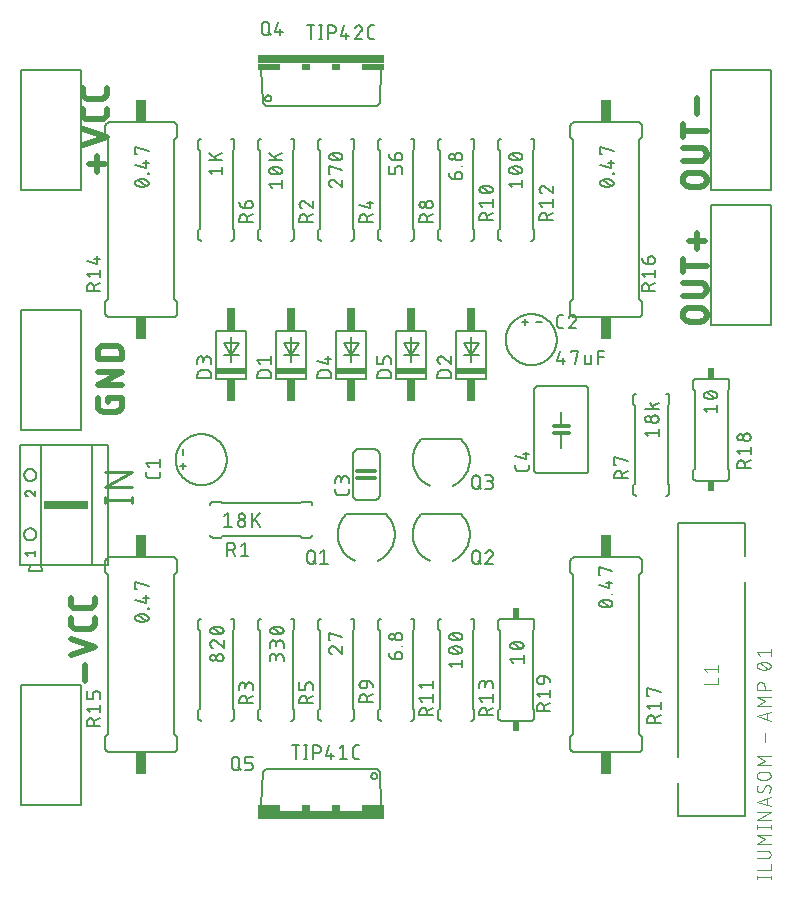
<source format=gbr>
G04 EAGLE Gerber RS-274X export*
G75*
%MOMM*%
%FSLAX34Y34*%
%LPD*%
%INSilkscreen Top*%
%IPPOS*%
%AMOC8*
5,1,8,0,0,1.08239X$1,22.5*%
G01*
%ADD10C,0.101600*%
%ADD11C,0.152400*%
%ADD12C,0.127000*%
%ADD13C,0.304800*%
%ADD14R,2.540000X0.508000*%
%ADD15R,0.762000X1.905000*%
%ADD16C,0.508000*%
%ADD17C,0.203200*%
%ADD18R,10.668000X0.762000*%
%ADD19R,1.905000X0.508000*%
%ADD20R,0.762000X0.508000*%
%ADD21R,0.812800X1.930400*%
%ADD22R,0.609600X0.863600*%
%ADD23R,3.810000X0.762000*%
%ADD24C,0.254000*%


D10*
X635508Y52606D02*
X647192Y52606D01*
X647192Y51308D02*
X647192Y53904D01*
X635508Y53904D02*
X635508Y51308D01*
X635508Y58908D02*
X647192Y58908D01*
X647192Y64101D01*
X643946Y68792D02*
X635508Y68792D01*
X643946Y68791D02*
X644059Y68793D01*
X644172Y68799D01*
X644285Y68809D01*
X644398Y68823D01*
X644510Y68840D01*
X644621Y68862D01*
X644731Y68887D01*
X644841Y68917D01*
X644949Y68950D01*
X645056Y68987D01*
X645162Y69027D01*
X645266Y69072D01*
X645369Y69120D01*
X645470Y69171D01*
X645569Y69226D01*
X645666Y69284D01*
X645761Y69346D01*
X645854Y69411D01*
X645944Y69479D01*
X646032Y69550D01*
X646118Y69625D01*
X646201Y69702D01*
X646281Y69782D01*
X646358Y69865D01*
X646433Y69951D01*
X646504Y70039D01*
X646572Y70129D01*
X646637Y70222D01*
X646699Y70317D01*
X646757Y70414D01*
X646812Y70513D01*
X646863Y70614D01*
X646911Y70717D01*
X646956Y70821D01*
X646996Y70927D01*
X647033Y71034D01*
X647066Y71142D01*
X647096Y71252D01*
X647121Y71362D01*
X647143Y71473D01*
X647160Y71585D01*
X647174Y71698D01*
X647184Y71811D01*
X647190Y71924D01*
X647192Y72037D01*
X647190Y72150D01*
X647184Y72263D01*
X647174Y72376D01*
X647160Y72489D01*
X647143Y72601D01*
X647121Y72712D01*
X647096Y72822D01*
X647066Y72932D01*
X647033Y73040D01*
X646996Y73147D01*
X646956Y73253D01*
X646911Y73357D01*
X646863Y73460D01*
X646812Y73561D01*
X646757Y73660D01*
X646699Y73757D01*
X646637Y73852D01*
X646572Y73945D01*
X646504Y74035D01*
X646433Y74123D01*
X646358Y74209D01*
X646281Y74292D01*
X646201Y74372D01*
X646118Y74449D01*
X646032Y74524D01*
X645944Y74595D01*
X645854Y74663D01*
X645761Y74728D01*
X645666Y74790D01*
X645569Y74848D01*
X645470Y74903D01*
X645369Y74954D01*
X645266Y75002D01*
X645162Y75047D01*
X645056Y75087D01*
X644949Y75124D01*
X644841Y75157D01*
X644731Y75187D01*
X644621Y75212D01*
X644510Y75234D01*
X644398Y75251D01*
X644285Y75265D01*
X644172Y75275D01*
X644059Y75281D01*
X643946Y75283D01*
X635508Y75283D01*
X635508Y81097D02*
X647192Y81097D01*
X641999Y84991D02*
X635508Y81097D01*
X641999Y84991D02*
X635508Y88886D01*
X647192Y88886D01*
X647192Y95278D02*
X635508Y95278D01*
X647192Y93980D02*
X647192Y96576D01*
X635508Y96576D02*
X635508Y93980D01*
X635508Y101558D02*
X647192Y101558D01*
X647192Y108049D02*
X635508Y101558D01*
X635508Y108049D02*
X647192Y108049D01*
X647192Y112720D02*
X635508Y116614D01*
X647192Y120509D01*
X644271Y119535D02*
X644271Y113693D01*
X647192Y128312D02*
X647190Y128411D01*
X647184Y128511D01*
X647175Y128610D01*
X647162Y128708D01*
X647145Y128806D01*
X647124Y128904D01*
X647099Y129000D01*
X647071Y129095D01*
X647039Y129189D01*
X647004Y129282D01*
X646965Y129374D01*
X646922Y129464D01*
X646877Y129552D01*
X646827Y129639D01*
X646775Y129723D01*
X646719Y129806D01*
X646661Y129886D01*
X646599Y129964D01*
X646534Y130039D01*
X646466Y130112D01*
X646396Y130182D01*
X646323Y130250D01*
X646248Y130315D01*
X646170Y130377D01*
X646090Y130435D01*
X646007Y130491D01*
X645923Y130543D01*
X645836Y130593D01*
X645748Y130638D01*
X645658Y130681D01*
X645566Y130720D01*
X645473Y130755D01*
X645379Y130787D01*
X645284Y130815D01*
X645188Y130840D01*
X645090Y130861D01*
X644992Y130878D01*
X644894Y130891D01*
X644795Y130900D01*
X644695Y130906D01*
X644596Y130908D01*
X647192Y128312D02*
X647190Y128168D01*
X647184Y128023D01*
X647175Y127879D01*
X647162Y127736D01*
X647145Y127592D01*
X647124Y127449D01*
X647099Y127307D01*
X647071Y127166D01*
X647039Y127025D01*
X647003Y126885D01*
X646964Y126746D01*
X646921Y126608D01*
X646874Y126472D01*
X646824Y126336D01*
X646770Y126202D01*
X646713Y126070D01*
X646652Y125939D01*
X646588Y125810D01*
X646520Y125682D01*
X646450Y125556D01*
X646375Y125432D01*
X646298Y125311D01*
X646217Y125191D01*
X646134Y125073D01*
X646047Y124958D01*
X645957Y124845D01*
X645864Y124734D01*
X645769Y124626D01*
X645670Y124520D01*
X645569Y124417D01*
X638104Y124743D02*
X638005Y124745D01*
X637905Y124751D01*
X637806Y124760D01*
X637708Y124773D01*
X637610Y124790D01*
X637512Y124811D01*
X637416Y124836D01*
X637321Y124864D01*
X637227Y124896D01*
X637134Y124931D01*
X637042Y124970D01*
X636952Y125013D01*
X636864Y125058D01*
X636777Y125108D01*
X636693Y125160D01*
X636610Y125216D01*
X636530Y125274D01*
X636452Y125336D01*
X636377Y125401D01*
X636304Y125469D01*
X636234Y125539D01*
X636166Y125612D01*
X636101Y125687D01*
X636039Y125765D01*
X635981Y125845D01*
X635925Y125928D01*
X635873Y126012D01*
X635823Y126099D01*
X635778Y126187D01*
X635735Y126277D01*
X635696Y126369D01*
X635661Y126462D01*
X635629Y126556D01*
X635601Y126651D01*
X635576Y126747D01*
X635555Y126845D01*
X635538Y126943D01*
X635525Y127041D01*
X635516Y127140D01*
X635510Y127240D01*
X635508Y127339D01*
X635510Y127475D01*
X635516Y127611D01*
X635525Y127747D01*
X635538Y127883D01*
X635556Y128018D01*
X635576Y128152D01*
X635601Y128286D01*
X635629Y128420D01*
X635662Y128552D01*
X635697Y128683D01*
X635737Y128814D01*
X635780Y128943D01*
X635826Y129071D01*
X635877Y129197D01*
X635930Y129323D01*
X635988Y129446D01*
X636048Y129568D01*
X636112Y129688D01*
X636180Y129807D01*
X636250Y129923D01*
X636324Y130037D01*
X636401Y130150D01*
X636482Y130260D01*
X640376Y126040D02*
X640323Y125954D01*
X640266Y125870D01*
X640207Y125788D01*
X640144Y125708D01*
X640078Y125631D01*
X640010Y125556D01*
X639938Y125484D01*
X639864Y125415D01*
X639787Y125349D01*
X639708Y125286D01*
X639626Y125226D01*
X639542Y125169D01*
X639456Y125115D01*
X639368Y125065D01*
X639278Y125018D01*
X639187Y124974D01*
X639093Y124935D01*
X638999Y124898D01*
X638903Y124866D01*
X638805Y124837D01*
X638707Y124812D01*
X638608Y124791D01*
X638508Y124773D01*
X638408Y124760D01*
X638307Y124750D01*
X638205Y124744D01*
X638104Y124742D01*
X642324Y129611D02*
X642377Y129697D01*
X642434Y129781D01*
X642493Y129863D01*
X642556Y129943D01*
X642622Y130020D01*
X642690Y130095D01*
X642762Y130167D01*
X642836Y130236D01*
X642913Y130302D01*
X642992Y130365D01*
X643074Y130425D01*
X643158Y130482D01*
X643244Y130536D01*
X643332Y130586D01*
X643422Y130633D01*
X643513Y130677D01*
X643607Y130716D01*
X643701Y130753D01*
X643797Y130785D01*
X643895Y130814D01*
X643993Y130839D01*
X644092Y130860D01*
X644192Y130878D01*
X644292Y130891D01*
X644393Y130901D01*
X644495Y130907D01*
X644596Y130909D01*
X642324Y129610D02*
X640376Y126040D01*
X638754Y135467D02*
X643946Y135467D01*
X638754Y135466D02*
X638641Y135468D01*
X638528Y135474D01*
X638415Y135484D01*
X638302Y135498D01*
X638190Y135515D01*
X638079Y135537D01*
X637969Y135562D01*
X637859Y135592D01*
X637751Y135625D01*
X637644Y135662D01*
X637538Y135702D01*
X637434Y135747D01*
X637331Y135795D01*
X637230Y135846D01*
X637131Y135901D01*
X637034Y135959D01*
X636939Y136021D01*
X636846Y136086D01*
X636756Y136154D01*
X636668Y136225D01*
X636582Y136300D01*
X636499Y136377D01*
X636419Y136457D01*
X636342Y136540D01*
X636267Y136626D01*
X636196Y136714D01*
X636128Y136804D01*
X636063Y136897D01*
X636001Y136992D01*
X635943Y137089D01*
X635888Y137188D01*
X635837Y137289D01*
X635789Y137392D01*
X635744Y137496D01*
X635704Y137602D01*
X635667Y137709D01*
X635634Y137817D01*
X635604Y137927D01*
X635579Y138037D01*
X635557Y138148D01*
X635540Y138260D01*
X635526Y138373D01*
X635516Y138486D01*
X635510Y138599D01*
X635508Y138712D01*
X635510Y138825D01*
X635516Y138938D01*
X635526Y139051D01*
X635540Y139164D01*
X635557Y139276D01*
X635579Y139387D01*
X635604Y139497D01*
X635634Y139607D01*
X635667Y139715D01*
X635704Y139822D01*
X635744Y139928D01*
X635789Y140032D01*
X635837Y140135D01*
X635888Y140236D01*
X635943Y140335D01*
X636001Y140432D01*
X636063Y140527D01*
X636128Y140620D01*
X636196Y140710D01*
X636267Y140798D01*
X636342Y140884D01*
X636419Y140967D01*
X636499Y141047D01*
X636582Y141124D01*
X636668Y141199D01*
X636756Y141270D01*
X636846Y141338D01*
X636939Y141403D01*
X637034Y141465D01*
X637131Y141523D01*
X637230Y141578D01*
X637331Y141629D01*
X637434Y141677D01*
X637538Y141722D01*
X637644Y141762D01*
X637751Y141799D01*
X637859Y141832D01*
X637969Y141862D01*
X638079Y141887D01*
X638190Y141909D01*
X638302Y141926D01*
X638415Y141940D01*
X638528Y141950D01*
X638641Y141956D01*
X638754Y141958D01*
X643946Y141958D01*
X644059Y141956D01*
X644172Y141950D01*
X644285Y141940D01*
X644398Y141926D01*
X644510Y141909D01*
X644621Y141887D01*
X644731Y141862D01*
X644841Y141832D01*
X644949Y141799D01*
X645056Y141762D01*
X645162Y141722D01*
X645266Y141677D01*
X645369Y141629D01*
X645470Y141578D01*
X645569Y141523D01*
X645666Y141465D01*
X645761Y141403D01*
X645854Y141338D01*
X645944Y141270D01*
X646032Y141199D01*
X646118Y141124D01*
X646201Y141047D01*
X646281Y140967D01*
X646358Y140884D01*
X646433Y140798D01*
X646504Y140710D01*
X646572Y140620D01*
X646637Y140527D01*
X646699Y140432D01*
X646757Y140335D01*
X646812Y140236D01*
X646863Y140135D01*
X646911Y140032D01*
X646956Y139928D01*
X646996Y139822D01*
X647033Y139715D01*
X647066Y139607D01*
X647096Y139497D01*
X647121Y139387D01*
X647143Y139276D01*
X647160Y139164D01*
X647174Y139051D01*
X647184Y138938D01*
X647190Y138825D01*
X647192Y138712D01*
X647190Y138599D01*
X647184Y138486D01*
X647174Y138373D01*
X647160Y138260D01*
X647143Y138148D01*
X647121Y138037D01*
X647096Y137927D01*
X647066Y137817D01*
X647033Y137709D01*
X646996Y137602D01*
X646956Y137496D01*
X646911Y137392D01*
X646863Y137289D01*
X646812Y137188D01*
X646757Y137089D01*
X646699Y136992D01*
X646637Y136897D01*
X646572Y136804D01*
X646504Y136714D01*
X646433Y136626D01*
X646358Y136540D01*
X646281Y136457D01*
X646201Y136377D01*
X646118Y136300D01*
X646032Y136225D01*
X645944Y136154D01*
X645854Y136086D01*
X645761Y136021D01*
X645666Y135959D01*
X645569Y135901D01*
X645470Y135846D01*
X645369Y135795D01*
X645266Y135747D01*
X645162Y135702D01*
X645056Y135662D01*
X644949Y135625D01*
X644841Y135592D01*
X644731Y135562D01*
X644621Y135537D01*
X644510Y135515D01*
X644398Y135498D01*
X644285Y135484D01*
X644172Y135474D01*
X644059Y135468D01*
X643946Y135466D01*
X647192Y147390D02*
X635508Y147390D01*
X641999Y151285D01*
X635508Y155180D01*
X647192Y155180D01*
X642648Y166821D02*
X642648Y174611D01*
X647192Y185109D02*
X635508Y189004D01*
X647192Y192899D01*
X644271Y191925D02*
X644271Y186083D01*
X647192Y197682D02*
X635508Y197682D01*
X641999Y201577D01*
X635508Y205472D01*
X647192Y205472D01*
X647192Y211455D02*
X635508Y211455D01*
X635508Y214700D01*
X635510Y214813D01*
X635516Y214926D01*
X635526Y215039D01*
X635540Y215152D01*
X635557Y215264D01*
X635579Y215375D01*
X635604Y215485D01*
X635634Y215595D01*
X635667Y215703D01*
X635704Y215810D01*
X635744Y215916D01*
X635789Y216020D01*
X635837Y216123D01*
X635888Y216224D01*
X635943Y216323D01*
X636001Y216420D01*
X636063Y216515D01*
X636128Y216608D01*
X636196Y216698D01*
X636267Y216786D01*
X636342Y216872D01*
X636419Y216955D01*
X636499Y217035D01*
X636582Y217112D01*
X636668Y217187D01*
X636756Y217258D01*
X636846Y217326D01*
X636939Y217391D01*
X637034Y217453D01*
X637131Y217511D01*
X637230Y217566D01*
X637331Y217617D01*
X637434Y217665D01*
X637538Y217710D01*
X637644Y217750D01*
X637751Y217787D01*
X637859Y217820D01*
X637969Y217850D01*
X638079Y217875D01*
X638190Y217897D01*
X638302Y217914D01*
X638415Y217928D01*
X638528Y217938D01*
X638641Y217944D01*
X638754Y217946D01*
X638867Y217944D01*
X638980Y217938D01*
X639093Y217928D01*
X639206Y217914D01*
X639318Y217897D01*
X639429Y217875D01*
X639539Y217850D01*
X639649Y217820D01*
X639757Y217787D01*
X639864Y217750D01*
X639970Y217710D01*
X640074Y217665D01*
X640177Y217617D01*
X640278Y217566D01*
X640377Y217511D01*
X640474Y217453D01*
X640569Y217391D01*
X640662Y217326D01*
X640752Y217258D01*
X640840Y217187D01*
X640926Y217112D01*
X641009Y217035D01*
X641089Y216955D01*
X641166Y216872D01*
X641241Y216786D01*
X641312Y216698D01*
X641380Y216608D01*
X641445Y216515D01*
X641507Y216420D01*
X641565Y216323D01*
X641620Y216224D01*
X641671Y216123D01*
X641719Y216020D01*
X641764Y215916D01*
X641804Y215810D01*
X641841Y215703D01*
X641874Y215595D01*
X641904Y215485D01*
X641929Y215375D01*
X641951Y215264D01*
X641968Y215152D01*
X641982Y215039D01*
X641992Y214926D01*
X641998Y214813D01*
X642000Y214700D01*
X641999Y214700D02*
X641999Y211455D01*
X641350Y228430D02*
X641120Y228433D01*
X640890Y228441D01*
X640661Y228455D01*
X640432Y228474D01*
X640203Y228499D01*
X639975Y228529D01*
X639748Y228564D01*
X639522Y228605D01*
X639297Y228651D01*
X639073Y228703D01*
X638850Y228760D01*
X638629Y228822D01*
X638409Y228890D01*
X638191Y228963D01*
X637975Y229041D01*
X637761Y229124D01*
X637549Y229212D01*
X637338Y229305D01*
X637131Y229404D01*
X637041Y229437D01*
X636952Y229473D01*
X636864Y229513D01*
X636779Y229557D01*
X636695Y229604D01*
X636613Y229654D01*
X636533Y229708D01*
X636456Y229764D01*
X636380Y229824D01*
X636307Y229887D01*
X636237Y229952D01*
X636169Y230021D01*
X636105Y230092D01*
X636043Y230165D01*
X635984Y230241D01*
X635928Y230319D01*
X635875Y230400D01*
X635826Y230482D01*
X635780Y230566D01*
X635737Y230653D01*
X635698Y230740D01*
X635662Y230830D01*
X635630Y230920D01*
X635602Y231012D01*
X635577Y231105D01*
X635556Y231199D01*
X635539Y231293D01*
X635525Y231388D01*
X635516Y231484D01*
X635510Y231580D01*
X635508Y231676D01*
X635510Y231772D01*
X635516Y231868D01*
X635525Y231964D01*
X635539Y232059D01*
X635556Y232153D01*
X635577Y232247D01*
X635602Y232340D01*
X635630Y232432D01*
X635662Y232522D01*
X635698Y232612D01*
X635737Y232700D01*
X635780Y232786D01*
X635826Y232870D01*
X635875Y232952D01*
X635928Y233033D01*
X635984Y233111D01*
X636043Y233187D01*
X636105Y233260D01*
X636169Y233331D01*
X636237Y233400D01*
X636307Y233465D01*
X636380Y233528D01*
X636456Y233588D01*
X636533Y233644D01*
X636613Y233698D01*
X636695Y233748D01*
X636779Y233795D01*
X636864Y233839D01*
X636952Y233879D01*
X637041Y233915D01*
X637131Y233948D01*
X637338Y234047D01*
X637549Y234140D01*
X637761Y234228D01*
X637975Y234311D01*
X638191Y234389D01*
X638409Y234462D01*
X638629Y234530D01*
X638850Y234592D01*
X639073Y234649D01*
X639297Y234701D01*
X639522Y234747D01*
X639748Y234788D01*
X639975Y234823D01*
X640203Y234853D01*
X640432Y234878D01*
X640661Y234897D01*
X640890Y234911D01*
X641120Y234919D01*
X641350Y234922D01*
X641350Y228430D02*
X641580Y228433D01*
X641810Y228441D01*
X642039Y228455D01*
X642268Y228474D01*
X642497Y228499D01*
X642725Y228529D01*
X642952Y228564D01*
X643178Y228605D01*
X643403Y228651D01*
X643627Y228703D01*
X643850Y228760D01*
X644071Y228822D01*
X644291Y228890D01*
X644509Y228963D01*
X644725Y229041D01*
X644939Y229124D01*
X645151Y229212D01*
X645362Y229305D01*
X645569Y229404D01*
X645659Y229437D01*
X645748Y229473D01*
X645836Y229514D01*
X645921Y229557D01*
X646005Y229604D01*
X646087Y229654D01*
X646167Y229708D01*
X646244Y229764D01*
X646320Y229824D01*
X646393Y229887D01*
X646463Y229952D01*
X646531Y230021D01*
X646595Y230092D01*
X646657Y230165D01*
X646716Y230241D01*
X646772Y230319D01*
X646825Y230400D01*
X646874Y230482D01*
X646920Y230566D01*
X646963Y230653D01*
X647002Y230740D01*
X647038Y230830D01*
X647070Y230920D01*
X647098Y231012D01*
X647123Y231105D01*
X647144Y231199D01*
X647161Y231293D01*
X647175Y231388D01*
X647184Y231484D01*
X647190Y231580D01*
X647192Y231676D01*
X645569Y233948D02*
X645362Y234047D01*
X645151Y234140D01*
X644939Y234228D01*
X644725Y234311D01*
X644509Y234389D01*
X644291Y234462D01*
X644071Y234530D01*
X643850Y234592D01*
X643627Y234649D01*
X643403Y234701D01*
X643178Y234747D01*
X642952Y234788D01*
X642725Y234823D01*
X642497Y234853D01*
X642268Y234878D01*
X642039Y234897D01*
X641810Y234911D01*
X641580Y234919D01*
X641350Y234922D01*
X645569Y233948D02*
X645659Y233915D01*
X645748Y233879D01*
X645836Y233839D01*
X645921Y233795D01*
X646005Y233748D01*
X646087Y233698D01*
X646167Y233644D01*
X646244Y233588D01*
X646320Y233528D01*
X646393Y233465D01*
X646463Y233400D01*
X646531Y233331D01*
X646595Y233260D01*
X646657Y233187D01*
X646716Y233111D01*
X646772Y233033D01*
X646825Y232952D01*
X646874Y232870D01*
X646920Y232786D01*
X646963Y232699D01*
X647002Y232612D01*
X647038Y232522D01*
X647070Y232432D01*
X647098Y232340D01*
X647123Y232247D01*
X647144Y232153D01*
X647161Y232059D01*
X647175Y231964D01*
X647184Y231868D01*
X647190Y231772D01*
X647192Y231676D01*
X644596Y229080D02*
X638104Y234273D01*
X638104Y239860D02*
X635508Y243106D01*
X647192Y243106D01*
X647192Y239860D02*
X647192Y246352D01*
D11*
X149860Y398780D02*
X149860Y403860D01*
X152400Y401320D02*
X147320Y401320D01*
X149860Y410210D02*
X149860Y415290D01*
X143510Y406400D02*
X143517Y406930D01*
X143536Y407459D01*
X143568Y407988D01*
X143614Y408516D01*
X143672Y409043D01*
X143744Y409568D01*
X143828Y410091D01*
X143925Y410612D01*
X144035Y411130D01*
X144157Y411646D01*
X144292Y412158D01*
X144440Y412667D01*
X144600Y413172D01*
X144772Y413673D01*
X144957Y414170D01*
X145153Y414662D01*
X145362Y415149D01*
X145583Y415631D01*
X145815Y416107D01*
X146059Y416577D01*
X146315Y417042D01*
X146582Y417499D01*
X146860Y417951D01*
X147149Y418395D01*
X147448Y418832D01*
X147759Y419261D01*
X148080Y419683D01*
X148411Y420097D01*
X148752Y420502D01*
X149103Y420899D01*
X149464Y421287D01*
X149834Y421666D01*
X150213Y422036D01*
X150601Y422397D01*
X150998Y422748D01*
X151403Y423089D01*
X151817Y423420D01*
X152239Y423741D01*
X152668Y424052D01*
X153105Y424351D01*
X153549Y424640D01*
X154001Y424918D01*
X154458Y425185D01*
X154923Y425441D01*
X155393Y425685D01*
X155869Y425917D01*
X156351Y426138D01*
X156838Y426347D01*
X157330Y426543D01*
X157827Y426728D01*
X158328Y426900D01*
X158833Y427060D01*
X159342Y427208D01*
X159854Y427343D01*
X160370Y427465D01*
X160888Y427575D01*
X161409Y427672D01*
X161932Y427756D01*
X162457Y427828D01*
X162984Y427886D01*
X163512Y427932D01*
X164041Y427964D01*
X164570Y427983D01*
X165100Y427990D01*
X165630Y427983D01*
X166159Y427964D01*
X166688Y427932D01*
X167216Y427886D01*
X167743Y427828D01*
X168268Y427756D01*
X168791Y427672D01*
X169312Y427575D01*
X169830Y427465D01*
X170346Y427343D01*
X170858Y427208D01*
X171367Y427060D01*
X171872Y426900D01*
X172373Y426728D01*
X172870Y426543D01*
X173362Y426347D01*
X173849Y426138D01*
X174331Y425917D01*
X174807Y425685D01*
X175277Y425441D01*
X175742Y425185D01*
X176199Y424918D01*
X176651Y424640D01*
X177095Y424351D01*
X177532Y424052D01*
X177961Y423741D01*
X178383Y423420D01*
X178797Y423089D01*
X179202Y422748D01*
X179599Y422397D01*
X179987Y422036D01*
X180366Y421666D01*
X180736Y421287D01*
X181097Y420899D01*
X181448Y420502D01*
X181789Y420097D01*
X182120Y419683D01*
X182441Y419261D01*
X182752Y418832D01*
X183051Y418395D01*
X183340Y417951D01*
X183618Y417499D01*
X183885Y417042D01*
X184141Y416577D01*
X184385Y416107D01*
X184617Y415631D01*
X184838Y415149D01*
X185047Y414662D01*
X185243Y414170D01*
X185428Y413673D01*
X185600Y413172D01*
X185760Y412667D01*
X185908Y412158D01*
X186043Y411646D01*
X186165Y411130D01*
X186275Y410612D01*
X186372Y410091D01*
X186456Y409568D01*
X186528Y409043D01*
X186586Y408516D01*
X186632Y407988D01*
X186664Y407459D01*
X186683Y406930D01*
X186690Y406400D01*
X186683Y405870D01*
X186664Y405341D01*
X186632Y404812D01*
X186586Y404284D01*
X186528Y403757D01*
X186456Y403232D01*
X186372Y402709D01*
X186275Y402188D01*
X186165Y401670D01*
X186043Y401154D01*
X185908Y400642D01*
X185760Y400133D01*
X185600Y399628D01*
X185428Y399127D01*
X185243Y398630D01*
X185047Y398138D01*
X184838Y397651D01*
X184617Y397169D01*
X184385Y396693D01*
X184141Y396223D01*
X183885Y395758D01*
X183618Y395301D01*
X183340Y394849D01*
X183051Y394405D01*
X182752Y393968D01*
X182441Y393539D01*
X182120Y393117D01*
X181789Y392703D01*
X181448Y392298D01*
X181097Y391901D01*
X180736Y391513D01*
X180366Y391134D01*
X179987Y390764D01*
X179599Y390403D01*
X179202Y390052D01*
X178797Y389711D01*
X178383Y389380D01*
X177961Y389059D01*
X177532Y388748D01*
X177095Y388449D01*
X176651Y388160D01*
X176199Y387882D01*
X175742Y387615D01*
X175277Y387359D01*
X174807Y387115D01*
X174331Y386883D01*
X173849Y386662D01*
X173362Y386453D01*
X172870Y386257D01*
X172373Y386072D01*
X171872Y385900D01*
X171367Y385740D01*
X170858Y385592D01*
X170346Y385457D01*
X169830Y385335D01*
X169312Y385225D01*
X168791Y385128D01*
X168268Y385044D01*
X167743Y384972D01*
X167216Y384914D01*
X166688Y384868D01*
X166159Y384836D01*
X165630Y384817D01*
X165100Y384810D01*
X164570Y384817D01*
X164041Y384836D01*
X163512Y384868D01*
X162984Y384914D01*
X162457Y384972D01*
X161932Y385044D01*
X161409Y385128D01*
X160888Y385225D01*
X160370Y385335D01*
X159854Y385457D01*
X159342Y385592D01*
X158833Y385740D01*
X158328Y385900D01*
X157827Y386072D01*
X157330Y386257D01*
X156838Y386453D01*
X156351Y386662D01*
X155869Y386883D01*
X155393Y387115D01*
X154923Y387359D01*
X154458Y387615D01*
X154001Y387882D01*
X153549Y388160D01*
X153105Y388449D01*
X152668Y388748D01*
X152239Y389059D01*
X151817Y389380D01*
X151403Y389711D01*
X150998Y390052D01*
X150601Y390403D01*
X150213Y390764D01*
X149834Y391134D01*
X149464Y391513D01*
X149103Y391901D01*
X148752Y392298D01*
X148411Y392703D01*
X148080Y393117D01*
X147759Y393539D01*
X147448Y393968D01*
X147149Y394405D01*
X146860Y394849D01*
X146582Y395301D01*
X146315Y395758D01*
X146059Y396223D01*
X145815Y396693D01*
X145583Y397169D01*
X145362Y397651D01*
X145153Y398138D01*
X144957Y398630D01*
X144772Y399127D01*
X144600Y399628D01*
X144440Y400133D01*
X144292Y400642D01*
X144157Y401154D01*
X144035Y401670D01*
X143925Y402188D01*
X143828Y402709D01*
X143744Y403232D01*
X143672Y403757D01*
X143614Y404284D01*
X143568Y404812D01*
X143536Y405341D01*
X143517Y405870D01*
X143510Y406400D01*
D12*
X130175Y395605D02*
X130175Y393065D01*
X130173Y392965D01*
X130167Y392866D01*
X130157Y392766D01*
X130144Y392668D01*
X130126Y392569D01*
X130105Y392472D01*
X130080Y392376D01*
X130051Y392280D01*
X130018Y392186D01*
X129982Y392093D01*
X129942Y392002D01*
X129898Y391912D01*
X129851Y391824D01*
X129801Y391738D01*
X129747Y391654D01*
X129690Y391572D01*
X129630Y391493D01*
X129566Y391415D01*
X129500Y391341D01*
X129431Y391269D01*
X129359Y391200D01*
X129285Y391134D01*
X129207Y391070D01*
X129128Y391010D01*
X129046Y390953D01*
X128962Y390899D01*
X128876Y390849D01*
X128788Y390802D01*
X128698Y390758D01*
X128607Y390718D01*
X128514Y390682D01*
X128420Y390649D01*
X128324Y390620D01*
X128228Y390595D01*
X128131Y390574D01*
X128032Y390556D01*
X127934Y390543D01*
X127834Y390533D01*
X127735Y390527D01*
X127635Y390525D01*
X121285Y390525D01*
X121185Y390527D01*
X121086Y390533D01*
X120986Y390543D01*
X120888Y390556D01*
X120789Y390574D01*
X120692Y390595D01*
X120596Y390620D01*
X120500Y390649D01*
X120406Y390682D01*
X120313Y390718D01*
X120222Y390758D01*
X120132Y390802D01*
X120044Y390849D01*
X119958Y390899D01*
X119874Y390953D01*
X119792Y391010D01*
X119713Y391070D01*
X119635Y391134D01*
X119561Y391200D01*
X119489Y391269D01*
X119420Y391341D01*
X119354Y391415D01*
X119290Y391493D01*
X119230Y391572D01*
X119173Y391654D01*
X119119Y391738D01*
X119069Y391824D01*
X119022Y391912D01*
X118978Y392002D01*
X118938Y392093D01*
X118902Y392186D01*
X118869Y392280D01*
X118840Y392376D01*
X118815Y392472D01*
X118794Y392569D01*
X118776Y392668D01*
X118763Y392766D01*
X118753Y392866D01*
X118747Y392965D01*
X118745Y393065D01*
X118745Y395605D01*
X121285Y400087D02*
X118745Y403262D01*
X130175Y403262D01*
X130175Y400087D02*
X130175Y406437D01*
D11*
X436880Y523240D02*
X441960Y523240D01*
X439420Y520700D02*
X439420Y525780D01*
X448310Y523240D02*
X453390Y523240D01*
X422910Y508000D02*
X422917Y508530D01*
X422936Y509059D01*
X422968Y509588D01*
X423014Y510116D01*
X423072Y510643D01*
X423144Y511168D01*
X423228Y511691D01*
X423325Y512212D01*
X423435Y512730D01*
X423557Y513246D01*
X423692Y513758D01*
X423840Y514267D01*
X424000Y514772D01*
X424172Y515273D01*
X424357Y515770D01*
X424553Y516262D01*
X424762Y516749D01*
X424983Y517231D01*
X425215Y517707D01*
X425459Y518177D01*
X425715Y518642D01*
X425982Y519099D01*
X426260Y519551D01*
X426549Y519995D01*
X426848Y520432D01*
X427159Y520861D01*
X427480Y521283D01*
X427811Y521697D01*
X428152Y522102D01*
X428503Y522499D01*
X428864Y522887D01*
X429234Y523266D01*
X429613Y523636D01*
X430001Y523997D01*
X430398Y524348D01*
X430803Y524689D01*
X431217Y525020D01*
X431639Y525341D01*
X432068Y525652D01*
X432505Y525951D01*
X432949Y526240D01*
X433401Y526518D01*
X433858Y526785D01*
X434323Y527041D01*
X434793Y527285D01*
X435269Y527517D01*
X435751Y527738D01*
X436238Y527947D01*
X436730Y528143D01*
X437227Y528328D01*
X437728Y528500D01*
X438233Y528660D01*
X438742Y528808D01*
X439254Y528943D01*
X439770Y529065D01*
X440288Y529175D01*
X440809Y529272D01*
X441332Y529356D01*
X441857Y529428D01*
X442384Y529486D01*
X442912Y529532D01*
X443441Y529564D01*
X443970Y529583D01*
X444500Y529590D01*
X445030Y529583D01*
X445559Y529564D01*
X446088Y529532D01*
X446616Y529486D01*
X447143Y529428D01*
X447668Y529356D01*
X448191Y529272D01*
X448712Y529175D01*
X449230Y529065D01*
X449746Y528943D01*
X450258Y528808D01*
X450767Y528660D01*
X451272Y528500D01*
X451773Y528328D01*
X452270Y528143D01*
X452762Y527947D01*
X453249Y527738D01*
X453731Y527517D01*
X454207Y527285D01*
X454677Y527041D01*
X455142Y526785D01*
X455599Y526518D01*
X456051Y526240D01*
X456495Y525951D01*
X456932Y525652D01*
X457361Y525341D01*
X457783Y525020D01*
X458197Y524689D01*
X458602Y524348D01*
X458999Y523997D01*
X459387Y523636D01*
X459766Y523266D01*
X460136Y522887D01*
X460497Y522499D01*
X460848Y522102D01*
X461189Y521697D01*
X461520Y521283D01*
X461841Y520861D01*
X462152Y520432D01*
X462451Y519995D01*
X462740Y519551D01*
X463018Y519099D01*
X463285Y518642D01*
X463541Y518177D01*
X463785Y517707D01*
X464017Y517231D01*
X464238Y516749D01*
X464447Y516262D01*
X464643Y515770D01*
X464828Y515273D01*
X465000Y514772D01*
X465160Y514267D01*
X465308Y513758D01*
X465443Y513246D01*
X465565Y512730D01*
X465675Y512212D01*
X465772Y511691D01*
X465856Y511168D01*
X465928Y510643D01*
X465986Y510116D01*
X466032Y509588D01*
X466064Y509059D01*
X466083Y508530D01*
X466090Y508000D01*
X466083Y507470D01*
X466064Y506941D01*
X466032Y506412D01*
X465986Y505884D01*
X465928Y505357D01*
X465856Y504832D01*
X465772Y504309D01*
X465675Y503788D01*
X465565Y503270D01*
X465443Y502754D01*
X465308Y502242D01*
X465160Y501733D01*
X465000Y501228D01*
X464828Y500727D01*
X464643Y500230D01*
X464447Y499738D01*
X464238Y499251D01*
X464017Y498769D01*
X463785Y498293D01*
X463541Y497823D01*
X463285Y497358D01*
X463018Y496901D01*
X462740Y496449D01*
X462451Y496005D01*
X462152Y495568D01*
X461841Y495139D01*
X461520Y494717D01*
X461189Y494303D01*
X460848Y493898D01*
X460497Y493501D01*
X460136Y493113D01*
X459766Y492734D01*
X459387Y492364D01*
X458999Y492003D01*
X458602Y491652D01*
X458197Y491311D01*
X457783Y490980D01*
X457361Y490659D01*
X456932Y490348D01*
X456495Y490049D01*
X456051Y489760D01*
X455599Y489482D01*
X455142Y489215D01*
X454677Y488959D01*
X454207Y488715D01*
X453731Y488483D01*
X453249Y488262D01*
X452762Y488053D01*
X452270Y487857D01*
X451773Y487672D01*
X451272Y487500D01*
X450767Y487340D01*
X450258Y487192D01*
X449746Y487057D01*
X449230Y486935D01*
X448712Y486825D01*
X448191Y486728D01*
X447668Y486644D01*
X447143Y486572D01*
X446616Y486514D01*
X446088Y486468D01*
X445559Y486436D01*
X445030Y486417D01*
X444500Y486410D01*
X443970Y486417D01*
X443441Y486436D01*
X442912Y486468D01*
X442384Y486514D01*
X441857Y486572D01*
X441332Y486644D01*
X440809Y486728D01*
X440288Y486825D01*
X439770Y486935D01*
X439254Y487057D01*
X438742Y487192D01*
X438233Y487340D01*
X437728Y487500D01*
X437227Y487672D01*
X436730Y487857D01*
X436238Y488053D01*
X435751Y488262D01*
X435269Y488483D01*
X434793Y488715D01*
X434323Y488959D01*
X433858Y489215D01*
X433401Y489482D01*
X432949Y489760D01*
X432505Y490049D01*
X432068Y490348D01*
X431639Y490659D01*
X431217Y490980D01*
X430803Y491311D01*
X430398Y491652D01*
X430001Y492003D01*
X429613Y492364D01*
X429234Y492734D01*
X428864Y493113D01*
X428503Y493501D01*
X428152Y493898D01*
X427811Y494303D01*
X427480Y494717D01*
X427159Y495139D01*
X426848Y495568D01*
X426549Y496005D01*
X426260Y496449D01*
X425982Y496901D01*
X425715Y497358D01*
X425459Y497823D01*
X425215Y498293D01*
X424983Y498769D01*
X424762Y499251D01*
X424553Y499738D01*
X424357Y500230D01*
X424172Y500727D01*
X424000Y501228D01*
X423840Y501733D01*
X423692Y502242D01*
X423557Y502754D01*
X423435Y503270D01*
X423325Y503788D01*
X423228Y504309D01*
X423144Y504832D01*
X423072Y505357D01*
X423014Y505884D01*
X422968Y506412D01*
X422936Y506941D01*
X422917Y507470D01*
X422910Y508000D01*
D12*
X469265Y517525D02*
X471805Y517525D01*
X469265Y517525D02*
X469165Y517527D01*
X469066Y517533D01*
X468966Y517543D01*
X468868Y517556D01*
X468769Y517574D01*
X468672Y517595D01*
X468576Y517620D01*
X468480Y517649D01*
X468386Y517682D01*
X468293Y517718D01*
X468202Y517758D01*
X468112Y517802D01*
X468024Y517849D01*
X467938Y517899D01*
X467854Y517953D01*
X467772Y518010D01*
X467693Y518070D01*
X467615Y518134D01*
X467541Y518200D01*
X467469Y518269D01*
X467400Y518341D01*
X467334Y518415D01*
X467270Y518493D01*
X467210Y518572D01*
X467153Y518654D01*
X467099Y518738D01*
X467049Y518824D01*
X467002Y518912D01*
X466958Y519002D01*
X466918Y519093D01*
X466882Y519186D01*
X466849Y519280D01*
X466820Y519376D01*
X466795Y519472D01*
X466774Y519569D01*
X466756Y519668D01*
X466743Y519766D01*
X466733Y519866D01*
X466727Y519965D01*
X466725Y520065D01*
X466725Y526415D01*
X466727Y526515D01*
X466733Y526614D01*
X466743Y526714D01*
X466756Y526812D01*
X466774Y526911D01*
X466795Y527008D01*
X466820Y527104D01*
X466849Y527200D01*
X466882Y527294D01*
X466918Y527387D01*
X466958Y527478D01*
X467002Y527568D01*
X467049Y527656D01*
X467099Y527742D01*
X467153Y527826D01*
X467210Y527908D01*
X467270Y527987D01*
X467334Y528065D01*
X467400Y528139D01*
X467469Y528211D01*
X467541Y528280D01*
X467615Y528346D01*
X467693Y528410D01*
X467772Y528470D01*
X467854Y528527D01*
X467938Y528581D01*
X468024Y528631D01*
X468112Y528678D01*
X468202Y528722D01*
X468293Y528762D01*
X468386Y528798D01*
X468480Y528831D01*
X468576Y528860D01*
X468672Y528885D01*
X468769Y528906D01*
X468868Y528924D01*
X468966Y528937D01*
X469066Y528947D01*
X469165Y528953D01*
X469265Y528955D01*
X471805Y528955D01*
X479780Y528956D02*
X479884Y528954D01*
X479989Y528948D01*
X480093Y528939D01*
X480196Y528926D01*
X480299Y528908D01*
X480401Y528888D01*
X480503Y528863D01*
X480603Y528835D01*
X480703Y528803D01*
X480801Y528767D01*
X480898Y528728D01*
X480993Y528686D01*
X481087Y528640D01*
X481179Y528590D01*
X481269Y528538D01*
X481357Y528482D01*
X481443Y528422D01*
X481527Y528360D01*
X481608Y528295D01*
X481687Y528227D01*
X481764Y528155D01*
X481837Y528082D01*
X481909Y528005D01*
X481977Y527926D01*
X482042Y527845D01*
X482104Y527761D01*
X482164Y527675D01*
X482220Y527587D01*
X482272Y527497D01*
X482322Y527405D01*
X482368Y527311D01*
X482410Y527216D01*
X482449Y527119D01*
X482485Y527021D01*
X482517Y526921D01*
X482545Y526821D01*
X482570Y526719D01*
X482590Y526617D01*
X482608Y526514D01*
X482621Y526411D01*
X482630Y526307D01*
X482636Y526202D01*
X482638Y526098D01*
X479780Y528955D02*
X479662Y528953D01*
X479543Y528947D01*
X479425Y528938D01*
X479308Y528925D01*
X479191Y528907D01*
X479074Y528887D01*
X478958Y528862D01*
X478843Y528834D01*
X478730Y528801D01*
X478617Y528766D01*
X478505Y528726D01*
X478395Y528684D01*
X478286Y528637D01*
X478178Y528587D01*
X478073Y528534D01*
X477969Y528477D01*
X477867Y528417D01*
X477767Y528354D01*
X477669Y528287D01*
X477573Y528218D01*
X477480Y528145D01*
X477389Y528069D01*
X477300Y527991D01*
X477214Y527909D01*
X477131Y527825D01*
X477050Y527739D01*
X476973Y527649D01*
X476898Y527558D01*
X476826Y527464D01*
X476757Y527367D01*
X476692Y527269D01*
X476629Y527168D01*
X476570Y527065D01*
X476514Y526961D01*
X476462Y526855D01*
X476413Y526747D01*
X476368Y526638D01*
X476326Y526527D01*
X476288Y526415D01*
X481685Y523876D02*
X481761Y523951D01*
X481836Y524030D01*
X481907Y524111D01*
X481976Y524195D01*
X482041Y524281D01*
X482103Y524369D01*
X482163Y524459D01*
X482219Y524551D01*
X482272Y524646D01*
X482321Y524742D01*
X482367Y524840D01*
X482410Y524939D01*
X482449Y525040D01*
X482484Y525142D01*
X482516Y525245D01*
X482544Y525349D01*
X482569Y525454D01*
X482590Y525561D01*
X482607Y525667D01*
X482620Y525774D01*
X482629Y525882D01*
X482635Y525990D01*
X482637Y526098D01*
X481685Y523875D02*
X476287Y517525D01*
X482637Y517525D01*
X469265Y498475D02*
X466725Y489585D01*
X473075Y489585D01*
X471170Y492125D02*
X471170Y487045D01*
X478155Y497205D02*
X478155Y498475D01*
X484505Y498475D01*
X481330Y487045D01*
X489839Y488950D02*
X489839Y494665D01*
X489839Y488950D02*
X489841Y488865D01*
X489847Y488779D01*
X489856Y488694D01*
X489870Y488610D01*
X489887Y488526D01*
X489908Y488443D01*
X489932Y488361D01*
X489960Y488281D01*
X489992Y488201D01*
X490028Y488123D01*
X490066Y488047D01*
X490109Y487973D01*
X490154Y487901D01*
X490203Y487830D01*
X490255Y487762D01*
X490309Y487697D01*
X490367Y487634D01*
X490428Y487573D01*
X490491Y487515D01*
X490556Y487461D01*
X490624Y487409D01*
X490695Y487360D01*
X490767Y487315D01*
X490841Y487272D01*
X490917Y487234D01*
X490995Y487198D01*
X491075Y487166D01*
X491155Y487138D01*
X491237Y487114D01*
X491320Y487093D01*
X491404Y487076D01*
X491488Y487062D01*
X491573Y487053D01*
X491659Y487047D01*
X491744Y487045D01*
X494919Y487045D01*
X494919Y494665D01*
X500659Y498475D02*
X500659Y487045D01*
X500659Y498475D02*
X505739Y498475D01*
X505739Y493395D02*
X500659Y493395D01*
D11*
X311150Y372110D02*
X298450Y372110D01*
X298310Y372112D01*
X298170Y372118D01*
X298030Y372127D01*
X297891Y372141D01*
X297752Y372158D01*
X297614Y372179D01*
X297476Y372204D01*
X297339Y372233D01*
X297203Y372265D01*
X297068Y372302D01*
X296934Y372342D01*
X296801Y372385D01*
X296669Y372433D01*
X296538Y372483D01*
X296409Y372538D01*
X296282Y372596D01*
X296156Y372657D01*
X296032Y372722D01*
X295910Y372791D01*
X295790Y372862D01*
X295672Y372937D01*
X295555Y373015D01*
X295441Y373097D01*
X295330Y373181D01*
X295221Y373269D01*
X295114Y373359D01*
X295009Y373453D01*
X294908Y373549D01*
X294809Y373648D01*
X294713Y373749D01*
X294619Y373854D01*
X294529Y373961D01*
X294441Y374070D01*
X294357Y374181D01*
X294275Y374295D01*
X294197Y374412D01*
X294122Y374530D01*
X294051Y374650D01*
X293982Y374772D01*
X293917Y374896D01*
X293856Y375022D01*
X293798Y375149D01*
X293743Y375278D01*
X293693Y375409D01*
X293645Y375541D01*
X293602Y375674D01*
X293562Y375808D01*
X293525Y375943D01*
X293493Y376079D01*
X293464Y376216D01*
X293439Y376354D01*
X293418Y376492D01*
X293401Y376631D01*
X293387Y376770D01*
X293378Y376910D01*
X293372Y377050D01*
X293370Y377190D01*
X311150Y372110D02*
X311290Y372112D01*
X311430Y372118D01*
X311570Y372127D01*
X311709Y372141D01*
X311848Y372158D01*
X311986Y372179D01*
X312124Y372204D01*
X312261Y372233D01*
X312397Y372265D01*
X312532Y372302D01*
X312666Y372342D01*
X312799Y372385D01*
X312931Y372433D01*
X313062Y372483D01*
X313191Y372538D01*
X313318Y372596D01*
X313444Y372657D01*
X313568Y372722D01*
X313690Y372791D01*
X313810Y372862D01*
X313928Y372937D01*
X314045Y373015D01*
X314159Y373097D01*
X314270Y373181D01*
X314379Y373269D01*
X314486Y373359D01*
X314591Y373453D01*
X314692Y373549D01*
X314791Y373648D01*
X314887Y373749D01*
X314981Y373854D01*
X315071Y373961D01*
X315159Y374070D01*
X315243Y374181D01*
X315325Y374295D01*
X315403Y374412D01*
X315478Y374530D01*
X315549Y374650D01*
X315618Y374772D01*
X315683Y374896D01*
X315744Y375022D01*
X315802Y375149D01*
X315857Y375278D01*
X315907Y375409D01*
X315955Y375541D01*
X315998Y375674D01*
X316038Y375808D01*
X316075Y375943D01*
X316107Y376079D01*
X316136Y376216D01*
X316161Y376354D01*
X316182Y376492D01*
X316199Y376631D01*
X316213Y376770D01*
X316222Y376910D01*
X316228Y377050D01*
X316230Y377190D01*
X293370Y377190D02*
X293370Y410210D01*
X298450Y415290D02*
X311150Y415290D01*
X316230Y410210D02*
X316230Y377190D01*
X293370Y410210D02*
X293372Y410350D01*
X293378Y410490D01*
X293387Y410630D01*
X293401Y410769D01*
X293418Y410908D01*
X293439Y411046D01*
X293464Y411184D01*
X293493Y411321D01*
X293525Y411457D01*
X293562Y411592D01*
X293602Y411726D01*
X293645Y411859D01*
X293693Y411991D01*
X293743Y412122D01*
X293798Y412251D01*
X293856Y412378D01*
X293917Y412504D01*
X293982Y412628D01*
X294051Y412750D01*
X294122Y412870D01*
X294197Y412988D01*
X294275Y413105D01*
X294357Y413219D01*
X294441Y413330D01*
X294529Y413439D01*
X294619Y413546D01*
X294713Y413651D01*
X294809Y413752D01*
X294908Y413851D01*
X295009Y413947D01*
X295114Y414041D01*
X295221Y414131D01*
X295330Y414219D01*
X295441Y414303D01*
X295555Y414385D01*
X295672Y414463D01*
X295790Y414538D01*
X295910Y414609D01*
X296032Y414678D01*
X296156Y414743D01*
X296282Y414804D01*
X296409Y414862D01*
X296538Y414917D01*
X296669Y414967D01*
X296801Y415015D01*
X296934Y415058D01*
X297068Y415098D01*
X297203Y415135D01*
X297339Y415167D01*
X297476Y415196D01*
X297614Y415221D01*
X297752Y415242D01*
X297891Y415259D01*
X298030Y415273D01*
X298170Y415282D01*
X298310Y415288D01*
X298450Y415290D01*
X311150Y415290D02*
X311290Y415288D01*
X311430Y415282D01*
X311570Y415273D01*
X311709Y415259D01*
X311848Y415242D01*
X311986Y415221D01*
X312124Y415196D01*
X312261Y415167D01*
X312397Y415135D01*
X312532Y415098D01*
X312666Y415058D01*
X312799Y415015D01*
X312931Y414967D01*
X313062Y414917D01*
X313191Y414862D01*
X313318Y414804D01*
X313444Y414743D01*
X313568Y414678D01*
X313690Y414609D01*
X313810Y414538D01*
X313928Y414463D01*
X314045Y414385D01*
X314159Y414303D01*
X314270Y414219D01*
X314379Y414131D01*
X314486Y414041D01*
X314591Y413947D01*
X314692Y413851D01*
X314791Y413752D01*
X314887Y413651D01*
X314981Y413546D01*
X315071Y413439D01*
X315159Y413330D01*
X315243Y413219D01*
X315325Y413105D01*
X315403Y412988D01*
X315478Y412870D01*
X315549Y412750D01*
X315618Y412628D01*
X315683Y412504D01*
X315744Y412378D01*
X315802Y412251D01*
X315857Y412122D01*
X315907Y411991D01*
X315955Y411859D01*
X315998Y411726D01*
X316038Y411592D01*
X316075Y411457D01*
X316107Y411321D01*
X316136Y411184D01*
X316161Y411046D01*
X316182Y410908D01*
X316199Y410769D01*
X316213Y410630D01*
X316222Y410490D01*
X316228Y410350D01*
X316230Y410210D01*
D13*
X312420Y390652D02*
X297180Y390652D01*
X297180Y397002D02*
X312420Y397002D01*
D12*
X290195Y381635D02*
X290195Y379095D01*
X290193Y378995D01*
X290187Y378896D01*
X290177Y378796D01*
X290164Y378698D01*
X290146Y378599D01*
X290125Y378502D01*
X290100Y378406D01*
X290071Y378310D01*
X290038Y378216D01*
X290002Y378123D01*
X289962Y378032D01*
X289918Y377942D01*
X289871Y377854D01*
X289821Y377768D01*
X289767Y377684D01*
X289710Y377602D01*
X289650Y377523D01*
X289586Y377445D01*
X289520Y377371D01*
X289451Y377299D01*
X289379Y377230D01*
X289305Y377164D01*
X289227Y377100D01*
X289148Y377040D01*
X289066Y376983D01*
X288982Y376929D01*
X288896Y376879D01*
X288808Y376832D01*
X288718Y376788D01*
X288627Y376748D01*
X288534Y376712D01*
X288440Y376679D01*
X288344Y376650D01*
X288248Y376625D01*
X288151Y376604D01*
X288052Y376586D01*
X287954Y376573D01*
X287854Y376563D01*
X287755Y376557D01*
X287655Y376555D01*
X281305Y376555D01*
X281205Y376557D01*
X281106Y376563D01*
X281006Y376573D01*
X280908Y376586D01*
X280809Y376604D01*
X280712Y376625D01*
X280616Y376650D01*
X280520Y376679D01*
X280426Y376712D01*
X280333Y376748D01*
X280242Y376788D01*
X280152Y376832D01*
X280064Y376879D01*
X279978Y376929D01*
X279894Y376983D01*
X279812Y377040D01*
X279733Y377100D01*
X279655Y377164D01*
X279581Y377230D01*
X279509Y377299D01*
X279440Y377371D01*
X279374Y377445D01*
X279310Y377523D01*
X279250Y377602D01*
X279193Y377684D01*
X279139Y377768D01*
X279089Y377854D01*
X279042Y377942D01*
X278998Y378032D01*
X278958Y378123D01*
X278922Y378216D01*
X278889Y378310D01*
X278860Y378406D01*
X278835Y378502D01*
X278814Y378599D01*
X278796Y378698D01*
X278783Y378796D01*
X278773Y378896D01*
X278767Y378995D01*
X278765Y379095D01*
X278765Y381635D01*
X290195Y386117D02*
X290195Y389292D01*
X290193Y389403D01*
X290187Y389513D01*
X290178Y389624D01*
X290164Y389734D01*
X290147Y389843D01*
X290126Y389952D01*
X290101Y390060D01*
X290072Y390167D01*
X290040Y390273D01*
X290004Y390378D01*
X289964Y390481D01*
X289921Y390583D01*
X289874Y390684D01*
X289823Y390783D01*
X289770Y390880D01*
X289713Y390974D01*
X289652Y391067D01*
X289589Y391158D01*
X289522Y391247D01*
X289452Y391333D01*
X289379Y391416D01*
X289304Y391498D01*
X289226Y391576D01*
X289144Y391651D01*
X289061Y391724D01*
X288975Y391794D01*
X288886Y391861D01*
X288795Y391924D01*
X288702Y391985D01*
X288608Y392042D01*
X288511Y392095D01*
X288412Y392146D01*
X288311Y392193D01*
X288209Y392236D01*
X288106Y392276D01*
X288001Y392312D01*
X287895Y392344D01*
X287788Y392373D01*
X287680Y392398D01*
X287571Y392419D01*
X287462Y392436D01*
X287352Y392450D01*
X287241Y392459D01*
X287131Y392465D01*
X287020Y392467D01*
X286909Y392465D01*
X286799Y392459D01*
X286688Y392450D01*
X286578Y392436D01*
X286469Y392419D01*
X286360Y392398D01*
X286252Y392373D01*
X286145Y392344D01*
X286039Y392312D01*
X285934Y392276D01*
X285831Y392236D01*
X285729Y392193D01*
X285628Y392146D01*
X285529Y392095D01*
X285433Y392042D01*
X285338Y391985D01*
X285245Y391924D01*
X285154Y391861D01*
X285065Y391794D01*
X284979Y391724D01*
X284896Y391651D01*
X284814Y391576D01*
X284736Y391498D01*
X284661Y391416D01*
X284588Y391333D01*
X284518Y391247D01*
X284451Y391158D01*
X284388Y391067D01*
X284327Y390974D01*
X284270Y390880D01*
X284217Y390783D01*
X284166Y390684D01*
X284119Y390583D01*
X284076Y390481D01*
X284036Y390378D01*
X284000Y390273D01*
X283968Y390167D01*
X283939Y390060D01*
X283914Y389952D01*
X283893Y389843D01*
X283876Y389734D01*
X283862Y389624D01*
X283853Y389513D01*
X283847Y389403D01*
X283845Y389292D01*
X278765Y389927D02*
X278765Y386117D01*
X278765Y389927D02*
X278767Y390027D01*
X278773Y390126D01*
X278783Y390226D01*
X278796Y390324D01*
X278814Y390423D01*
X278835Y390520D01*
X278860Y390616D01*
X278889Y390712D01*
X278922Y390806D01*
X278958Y390899D01*
X278998Y390990D01*
X279042Y391080D01*
X279089Y391168D01*
X279139Y391254D01*
X279193Y391338D01*
X279250Y391420D01*
X279310Y391499D01*
X279374Y391577D01*
X279440Y391651D01*
X279509Y391723D01*
X279581Y391792D01*
X279655Y391858D01*
X279733Y391922D01*
X279812Y391982D01*
X279894Y392039D01*
X279978Y392093D01*
X280064Y392143D01*
X280152Y392190D01*
X280242Y392234D01*
X280333Y392274D01*
X280426Y392310D01*
X280520Y392343D01*
X280616Y392372D01*
X280712Y392397D01*
X280809Y392418D01*
X280908Y392436D01*
X281006Y392449D01*
X281106Y392459D01*
X281205Y392465D01*
X281305Y392467D01*
X281405Y392465D01*
X281504Y392459D01*
X281604Y392449D01*
X281702Y392436D01*
X281801Y392418D01*
X281898Y392397D01*
X281994Y392372D01*
X282090Y392343D01*
X282184Y392310D01*
X282277Y392274D01*
X282368Y392234D01*
X282458Y392190D01*
X282546Y392143D01*
X282632Y392093D01*
X282716Y392039D01*
X282798Y391982D01*
X282877Y391922D01*
X282955Y391858D01*
X283029Y391792D01*
X283101Y391723D01*
X283170Y391651D01*
X283236Y391577D01*
X283300Y391499D01*
X283360Y391420D01*
X283417Y391338D01*
X283471Y391254D01*
X283521Y391168D01*
X283568Y391080D01*
X283612Y390990D01*
X283652Y390899D01*
X283688Y390806D01*
X283721Y390712D01*
X283750Y390616D01*
X283775Y390520D01*
X283796Y390423D01*
X283814Y390324D01*
X283827Y390226D01*
X283837Y390126D01*
X283843Y390027D01*
X283845Y389927D01*
X283845Y387387D01*
D13*
X463550Y428752D02*
X469900Y428752D01*
X476250Y428752D01*
D11*
X469900Y428752D02*
X469900Y416560D01*
D13*
X469900Y435102D02*
X463550Y435102D01*
X469900Y435102D02*
X476250Y435102D01*
D11*
X469900Y435102D02*
X469900Y447040D01*
X449580Y394970D02*
X490220Y394970D01*
X492760Y397510D02*
X492760Y466090D01*
X490220Y468630D02*
X449580Y468630D01*
X447040Y466090D02*
X447040Y397510D01*
X447040Y466090D02*
X447042Y466190D01*
X447048Y466289D01*
X447058Y466389D01*
X447071Y466487D01*
X447089Y466586D01*
X447110Y466683D01*
X447135Y466779D01*
X447164Y466875D01*
X447197Y466969D01*
X447233Y467062D01*
X447273Y467153D01*
X447317Y467243D01*
X447364Y467331D01*
X447414Y467417D01*
X447468Y467501D01*
X447525Y467583D01*
X447585Y467662D01*
X447649Y467740D01*
X447715Y467814D01*
X447784Y467886D01*
X447856Y467955D01*
X447930Y468021D01*
X448008Y468085D01*
X448087Y468145D01*
X448169Y468202D01*
X448253Y468256D01*
X448339Y468306D01*
X448427Y468353D01*
X448517Y468397D01*
X448608Y468437D01*
X448701Y468473D01*
X448795Y468506D01*
X448891Y468535D01*
X448987Y468560D01*
X449084Y468581D01*
X449183Y468599D01*
X449281Y468612D01*
X449381Y468622D01*
X449480Y468628D01*
X449580Y468630D01*
X490220Y468630D02*
X490320Y468628D01*
X490419Y468622D01*
X490519Y468612D01*
X490617Y468599D01*
X490716Y468581D01*
X490813Y468560D01*
X490909Y468535D01*
X491005Y468506D01*
X491099Y468473D01*
X491192Y468437D01*
X491283Y468397D01*
X491373Y468353D01*
X491461Y468306D01*
X491547Y468256D01*
X491631Y468202D01*
X491713Y468145D01*
X491792Y468085D01*
X491870Y468021D01*
X491944Y467955D01*
X492016Y467886D01*
X492085Y467814D01*
X492151Y467740D01*
X492215Y467662D01*
X492275Y467583D01*
X492332Y467501D01*
X492386Y467417D01*
X492436Y467331D01*
X492483Y467243D01*
X492527Y467153D01*
X492567Y467062D01*
X492603Y466969D01*
X492636Y466875D01*
X492665Y466779D01*
X492690Y466683D01*
X492711Y466586D01*
X492729Y466487D01*
X492742Y466389D01*
X492752Y466289D01*
X492758Y466190D01*
X492760Y466090D01*
X492760Y397510D02*
X492758Y397410D01*
X492752Y397311D01*
X492742Y397211D01*
X492729Y397113D01*
X492711Y397014D01*
X492690Y396917D01*
X492665Y396821D01*
X492636Y396725D01*
X492603Y396631D01*
X492567Y396538D01*
X492527Y396447D01*
X492483Y396357D01*
X492436Y396269D01*
X492386Y396183D01*
X492332Y396099D01*
X492275Y396017D01*
X492215Y395938D01*
X492151Y395860D01*
X492085Y395786D01*
X492016Y395714D01*
X491944Y395645D01*
X491870Y395579D01*
X491792Y395515D01*
X491713Y395455D01*
X491631Y395398D01*
X491547Y395344D01*
X491461Y395294D01*
X491373Y395247D01*
X491283Y395203D01*
X491192Y395163D01*
X491099Y395127D01*
X491005Y395094D01*
X490909Y395065D01*
X490813Y395040D01*
X490716Y395019D01*
X490617Y395001D01*
X490519Y394988D01*
X490419Y394978D01*
X490320Y394972D01*
X490220Y394970D01*
X449580Y394970D02*
X449480Y394972D01*
X449381Y394978D01*
X449281Y394988D01*
X449183Y395001D01*
X449084Y395019D01*
X448987Y395040D01*
X448891Y395065D01*
X448795Y395094D01*
X448701Y395127D01*
X448608Y395163D01*
X448517Y395203D01*
X448427Y395247D01*
X448339Y395294D01*
X448253Y395344D01*
X448169Y395398D01*
X448087Y395455D01*
X448008Y395515D01*
X447930Y395579D01*
X447856Y395645D01*
X447784Y395714D01*
X447715Y395786D01*
X447649Y395860D01*
X447585Y395938D01*
X447525Y396017D01*
X447468Y396099D01*
X447414Y396183D01*
X447364Y396269D01*
X447317Y396357D01*
X447273Y396447D01*
X447233Y396538D01*
X447197Y396631D01*
X447164Y396725D01*
X447135Y396821D01*
X447110Y396917D01*
X447089Y397014D01*
X447071Y397113D01*
X447058Y397211D01*
X447048Y397311D01*
X447042Y397410D01*
X447040Y397510D01*
D12*
X442595Y399415D02*
X442595Y401955D01*
X442595Y399415D02*
X442593Y399315D01*
X442587Y399216D01*
X442577Y399116D01*
X442564Y399018D01*
X442546Y398919D01*
X442525Y398822D01*
X442500Y398726D01*
X442471Y398630D01*
X442438Y398536D01*
X442402Y398443D01*
X442362Y398352D01*
X442318Y398262D01*
X442271Y398174D01*
X442221Y398088D01*
X442167Y398004D01*
X442110Y397922D01*
X442050Y397843D01*
X441986Y397765D01*
X441920Y397691D01*
X441851Y397619D01*
X441779Y397550D01*
X441705Y397484D01*
X441627Y397420D01*
X441548Y397360D01*
X441466Y397303D01*
X441382Y397249D01*
X441296Y397199D01*
X441208Y397152D01*
X441118Y397108D01*
X441027Y397068D01*
X440934Y397032D01*
X440840Y396999D01*
X440744Y396970D01*
X440648Y396945D01*
X440551Y396924D01*
X440452Y396906D01*
X440354Y396893D01*
X440254Y396883D01*
X440155Y396877D01*
X440055Y396875D01*
X433705Y396875D01*
X433605Y396877D01*
X433506Y396883D01*
X433406Y396893D01*
X433308Y396906D01*
X433209Y396924D01*
X433112Y396945D01*
X433016Y396970D01*
X432920Y396999D01*
X432826Y397032D01*
X432733Y397068D01*
X432642Y397108D01*
X432552Y397152D01*
X432464Y397199D01*
X432378Y397249D01*
X432294Y397303D01*
X432212Y397360D01*
X432133Y397420D01*
X432055Y397484D01*
X431981Y397550D01*
X431909Y397619D01*
X431840Y397691D01*
X431774Y397765D01*
X431710Y397843D01*
X431650Y397922D01*
X431593Y398004D01*
X431539Y398088D01*
X431489Y398174D01*
X431442Y398262D01*
X431398Y398352D01*
X431358Y398443D01*
X431322Y398536D01*
X431289Y398630D01*
X431260Y398726D01*
X431235Y398822D01*
X431214Y398919D01*
X431196Y399018D01*
X431183Y399116D01*
X431173Y399216D01*
X431167Y399315D01*
X431165Y399415D01*
X431165Y401955D01*
X431165Y408977D02*
X440055Y406437D01*
X440055Y412787D01*
X437515Y410882D02*
X442595Y410882D01*
D11*
X254000Y474980D02*
X254000Y515620D01*
X228600Y515620D01*
X228600Y474980D01*
X254000Y474980D01*
X241300Y488950D02*
X241300Y495300D01*
X234950Y505460D02*
X247650Y505460D01*
X241300Y495300D01*
X241300Y510540D01*
X234950Y505460D02*
X241300Y495300D01*
X234950Y495300D01*
X241300Y495300D02*
X247650Y495300D01*
D14*
X241300Y481330D03*
D15*
X241300Y525145D03*
X241300Y465455D03*
D12*
X224155Y475615D02*
X212725Y475615D01*
X212725Y478790D01*
X212727Y478901D01*
X212733Y479011D01*
X212742Y479122D01*
X212756Y479232D01*
X212773Y479341D01*
X212794Y479450D01*
X212819Y479558D01*
X212848Y479665D01*
X212880Y479771D01*
X212916Y479876D01*
X212956Y479979D01*
X212999Y480081D01*
X213046Y480182D01*
X213097Y480281D01*
X213150Y480378D01*
X213207Y480472D01*
X213268Y480565D01*
X213331Y480656D01*
X213398Y480745D01*
X213468Y480831D01*
X213541Y480914D01*
X213616Y480996D01*
X213694Y481074D01*
X213776Y481149D01*
X213859Y481222D01*
X213945Y481292D01*
X214034Y481359D01*
X214125Y481422D01*
X214218Y481483D01*
X214313Y481540D01*
X214409Y481593D01*
X214508Y481644D01*
X214609Y481691D01*
X214711Y481734D01*
X214814Y481774D01*
X214919Y481810D01*
X215025Y481842D01*
X215132Y481871D01*
X215240Y481896D01*
X215349Y481917D01*
X215458Y481934D01*
X215568Y481948D01*
X215679Y481957D01*
X215789Y481963D01*
X215900Y481965D01*
X220980Y481965D01*
X221091Y481963D01*
X221201Y481957D01*
X221312Y481948D01*
X221422Y481934D01*
X221531Y481917D01*
X221640Y481896D01*
X221748Y481871D01*
X221855Y481842D01*
X221961Y481810D01*
X222066Y481774D01*
X222169Y481734D01*
X222271Y481691D01*
X222372Y481644D01*
X222471Y481593D01*
X222568Y481540D01*
X222662Y481483D01*
X222755Y481422D01*
X222846Y481359D01*
X222935Y481292D01*
X223021Y481222D01*
X223104Y481149D01*
X223186Y481074D01*
X223264Y480996D01*
X223339Y480914D01*
X223412Y480831D01*
X223482Y480745D01*
X223549Y480656D01*
X223612Y480565D01*
X223673Y480472D01*
X223730Y480378D01*
X223783Y480281D01*
X223834Y480182D01*
X223881Y480081D01*
X223924Y479979D01*
X223964Y479876D01*
X224000Y479771D01*
X224032Y479665D01*
X224061Y479558D01*
X224086Y479450D01*
X224107Y479341D01*
X224124Y479232D01*
X224138Y479122D01*
X224147Y479011D01*
X224153Y478901D01*
X224155Y478790D01*
X224155Y475615D01*
X215265Y487426D02*
X212725Y490601D01*
X224155Y490601D01*
X224155Y487426D02*
X224155Y493776D01*
D11*
X406400Y474980D02*
X406400Y515620D01*
X381000Y515620D01*
X381000Y474980D01*
X406400Y474980D01*
X393700Y488950D02*
X393700Y495300D01*
X387350Y505460D02*
X400050Y505460D01*
X393700Y495300D01*
X393700Y510540D01*
X387350Y505460D02*
X393700Y495300D01*
X387350Y495300D01*
X393700Y495300D02*
X400050Y495300D01*
D14*
X393700Y481330D03*
D15*
X393700Y525145D03*
X393700Y465455D03*
D12*
X376555Y475615D02*
X365125Y475615D01*
X365125Y478790D01*
X365127Y478901D01*
X365133Y479011D01*
X365142Y479122D01*
X365156Y479232D01*
X365173Y479341D01*
X365194Y479450D01*
X365219Y479558D01*
X365248Y479665D01*
X365280Y479771D01*
X365316Y479876D01*
X365356Y479979D01*
X365399Y480081D01*
X365446Y480182D01*
X365497Y480281D01*
X365550Y480378D01*
X365607Y480472D01*
X365668Y480565D01*
X365731Y480656D01*
X365798Y480745D01*
X365868Y480831D01*
X365941Y480914D01*
X366016Y480996D01*
X366094Y481074D01*
X366176Y481149D01*
X366259Y481222D01*
X366345Y481292D01*
X366434Y481359D01*
X366525Y481422D01*
X366618Y481483D01*
X366713Y481540D01*
X366809Y481593D01*
X366908Y481644D01*
X367009Y481691D01*
X367111Y481734D01*
X367214Y481774D01*
X367319Y481810D01*
X367425Y481842D01*
X367532Y481871D01*
X367640Y481896D01*
X367749Y481917D01*
X367858Y481934D01*
X367968Y481948D01*
X368079Y481957D01*
X368189Y481963D01*
X368300Y481965D01*
X373380Y481965D01*
X373491Y481963D01*
X373601Y481957D01*
X373712Y481948D01*
X373822Y481934D01*
X373931Y481917D01*
X374040Y481896D01*
X374148Y481871D01*
X374255Y481842D01*
X374361Y481810D01*
X374466Y481774D01*
X374569Y481734D01*
X374671Y481691D01*
X374772Y481644D01*
X374871Y481593D01*
X374968Y481540D01*
X375062Y481483D01*
X375155Y481422D01*
X375246Y481359D01*
X375335Y481292D01*
X375421Y481222D01*
X375504Y481149D01*
X375586Y481074D01*
X375664Y480996D01*
X375739Y480914D01*
X375812Y480831D01*
X375882Y480745D01*
X375949Y480656D01*
X376012Y480565D01*
X376073Y480472D01*
X376130Y480378D01*
X376183Y480281D01*
X376234Y480182D01*
X376281Y480081D01*
X376324Y479979D01*
X376364Y479876D01*
X376400Y479771D01*
X376432Y479665D01*
X376461Y479558D01*
X376486Y479450D01*
X376507Y479341D01*
X376524Y479232D01*
X376538Y479122D01*
X376547Y479011D01*
X376553Y478901D01*
X376555Y478790D01*
X376555Y475615D01*
X365125Y490919D02*
X365127Y491023D01*
X365133Y491128D01*
X365142Y491232D01*
X365155Y491335D01*
X365173Y491438D01*
X365193Y491540D01*
X365218Y491642D01*
X365246Y491742D01*
X365278Y491842D01*
X365314Y491940D01*
X365353Y492037D01*
X365395Y492132D01*
X365441Y492226D01*
X365491Y492318D01*
X365543Y492408D01*
X365599Y492496D01*
X365659Y492582D01*
X365721Y492666D01*
X365786Y492747D01*
X365854Y492826D01*
X365926Y492903D01*
X365999Y492976D01*
X366076Y493048D01*
X366155Y493116D01*
X366236Y493181D01*
X366320Y493243D01*
X366406Y493303D01*
X366494Y493359D01*
X366584Y493411D01*
X366676Y493461D01*
X366770Y493507D01*
X366865Y493549D01*
X366962Y493588D01*
X367060Y493624D01*
X367160Y493656D01*
X367260Y493684D01*
X367362Y493709D01*
X367464Y493729D01*
X367567Y493747D01*
X367670Y493760D01*
X367774Y493769D01*
X367879Y493775D01*
X367983Y493777D01*
X365125Y490919D02*
X365127Y490801D01*
X365133Y490682D01*
X365142Y490564D01*
X365155Y490447D01*
X365173Y490330D01*
X365193Y490213D01*
X365218Y490097D01*
X365246Y489982D01*
X365279Y489869D01*
X365314Y489756D01*
X365354Y489644D01*
X365396Y489534D01*
X365443Y489425D01*
X365493Y489317D01*
X365546Y489212D01*
X365603Y489108D01*
X365663Y489006D01*
X365726Y488906D01*
X365793Y488808D01*
X365862Y488712D01*
X365935Y488619D01*
X366011Y488528D01*
X366089Y488439D01*
X366171Y488353D01*
X366255Y488270D01*
X366341Y488189D01*
X366431Y488112D01*
X366522Y488037D01*
X366616Y487965D01*
X366713Y487896D01*
X366811Y487831D01*
X366912Y487768D01*
X367015Y487709D01*
X367119Y487653D01*
X367225Y487601D01*
X367333Y487552D01*
X367442Y487507D01*
X367553Y487465D01*
X367665Y487427D01*
X370205Y492824D02*
X370130Y492900D01*
X370051Y492975D01*
X369970Y493046D01*
X369886Y493115D01*
X369800Y493180D01*
X369712Y493242D01*
X369622Y493302D01*
X369530Y493358D01*
X369435Y493411D01*
X369339Y493460D01*
X369241Y493506D01*
X369142Y493549D01*
X369041Y493588D01*
X368939Y493623D01*
X368836Y493655D01*
X368732Y493683D01*
X368627Y493708D01*
X368520Y493729D01*
X368414Y493746D01*
X368307Y493759D01*
X368199Y493768D01*
X368091Y493774D01*
X367983Y493776D01*
X370205Y492824D02*
X376555Y487426D01*
X376555Y493776D01*
D11*
X203200Y474980D02*
X203200Y515620D01*
X177800Y515620D01*
X177800Y474980D01*
X203200Y474980D01*
X190500Y488950D02*
X190500Y495300D01*
X184150Y505460D02*
X196850Y505460D01*
X190500Y495300D01*
X190500Y510540D01*
X184150Y505460D02*
X190500Y495300D01*
X184150Y495300D01*
X190500Y495300D02*
X196850Y495300D01*
D14*
X190500Y481330D03*
D15*
X190500Y525145D03*
X190500Y465455D03*
D12*
X173355Y475615D02*
X161925Y475615D01*
X161925Y478790D01*
X161927Y478901D01*
X161933Y479011D01*
X161942Y479122D01*
X161956Y479232D01*
X161973Y479341D01*
X161994Y479450D01*
X162019Y479558D01*
X162048Y479665D01*
X162080Y479771D01*
X162116Y479876D01*
X162156Y479979D01*
X162199Y480081D01*
X162246Y480182D01*
X162297Y480281D01*
X162350Y480378D01*
X162407Y480472D01*
X162468Y480565D01*
X162531Y480656D01*
X162598Y480745D01*
X162668Y480831D01*
X162741Y480914D01*
X162816Y480996D01*
X162894Y481074D01*
X162976Y481149D01*
X163059Y481222D01*
X163145Y481292D01*
X163234Y481359D01*
X163325Y481422D01*
X163418Y481483D01*
X163513Y481540D01*
X163609Y481593D01*
X163708Y481644D01*
X163809Y481691D01*
X163911Y481734D01*
X164014Y481774D01*
X164119Y481810D01*
X164225Y481842D01*
X164332Y481871D01*
X164440Y481896D01*
X164549Y481917D01*
X164658Y481934D01*
X164768Y481948D01*
X164879Y481957D01*
X164989Y481963D01*
X165100Y481965D01*
X170180Y481965D01*
X170291Y481963D01*
X170401Y481957D01*
X170512Y481948D01*
X170622Y481934D01*
X170731Y481917D01*
X170840Y481896D01*
X170948Y481871D01*
X171055Y481842D01*
X171161Y481810D01*
X171266Y481774D01*
X171369Y481734D01*
X171471Y481691D01*
X171572Y481644D01*
X171671Y481593D01*
X171768Y481540D01*
X171862Y481483D01*
X171955Y481422D01*
X172046Y481359D01*
X172135Y481292D01*
X172221Y481222D01*
X172304Y481149D01*
X172386Y481074D01*
X172464Y480996D01*
X172539Y480914D01*
X172612Y480831D01*
X172682Y480745D01*
X172749Y480656D01*
X172812Y480565D01*
X172873Y480472D01*
X172930Y480378D01*
X172983Y480281D01*
X173034Y480182D01*
X173081Y480081D01*
X173124Y479979D01*
X173164Y479876D01*
X173200Y479771D01*
X173232Y479665D01*
X173261Y479558D01*
X173286Y479450D01*
X173307Y479341D01*
X173324Y479232D01*
X173338Y479122D01*
X173347Y479011D01*
X173353Y478901D01*
X173355Y478790D01*
X173355Y475615D01*
X173355Y487426D02*
X173355Y490601D01*
X173353Y490712D01*
X173347Y490822D01*
X173338Y490933D01*
X173324Y491043D01*
X173307Y491152D01*
X173286Y491261D01*
X173261Y491369D01*
X173232Y491476D01*
X173200Y491582D01*
X173164Y491687D01*
X173124Y491790D01*
X173081Y491892D01*
X173034Y491993D01*
X172983Y492092D01*
X172930Y492189D01*
X172873Y492283D01*
X172812Y492376D01*
X172749Y492467D01*
X172682Y492556D01*
X172612Y492642D01*
X172539Y492725D01*
X172464Y492807D01*
X172386Y492885D01*
X172304Y492960D01*
X172221Y493033D01*
X172135Y493103D01*
X172046Y493170D01*
X171955Y493233D01*
X171862Y493294D01*
X171768Y493351D01*
X171671Y493404D01*
X171572Y493455D01*
X171471Y493502D01*
X171369Y493545D01*
X171266Y493585D01*
X171161Y493621D01*
X171055Y493653D01*
X170948Y493682D01*
X170840Y493707D01*
X170731Y493728D01*
X170622Y493745D01*
X170512Y493759D01*
X170401Y493768D01*
X170291Y493774D01*
X170180Y493776D01*
X170069Y493774D01*
X169959Y493768D01*
X169848Y493759D01*
X169738Y493745D01*
X169629Y493728D01*
X169520Y493707D01*
X169412Y493682D01*
X169305Y493653D01*
X169199Y493621D01*
X169094Y493585D01*
X168991Y493545D01*
X168889Y493502D01*
X168788Y493455D01*
X168689Y493404D01*
X168593Y493351D01*
X168498Y493294D01*
X168405Y493233D01*
X168314Y493170D01*
X168225Y493103D01*
X168139Y493033D01*
X168056Y492960D01*
X167974Y492885D01*
X167896Y492807D01*
X167821Y492725D01*
X167748Y492642D01*
X167678Y492556D01*
X167611Y492467D01*
X167548Y492376D01*
X167487Y492283D01*
X167430Y492189D01*
X167377Y492092D01*
X167326Y491993D01*
X167279Y491892D01*
X167236Y491790D01*
X167196Y491687D01*
X167160Y491582D01*
X167128Y491476D01*
X167099Y491369D01*
X167074Y491261D01*
X167053Y491152D01*
X167036Y491043D01*
X167022Y490933D01*
X167013Y490822D01*
X167007Y490712D01*
X167005Y490601D01*
X161925Y491236D02*
X161925Y487426D01*
X161925Y491236D02*
X161927Y491336D01*
X161933Y491435D01*
X161943Y491535D01*
X161956Y491633D01*
X161974Y491732D01*
X161995Y491829D01*
X162020Y491925D01*
X162049Y492021D01*
X162082Y492115D01*
X162118Y492208D01*
X162158Y492299D01*
X162202Y492389D01*
X162249Y492477D01*
X162299Y492563D01*
X162353Y492647D01*
X162410Y492729D01*
X162470Y492808D01*
X162534Y492886D01*
X162600Y492960D01*
X162669Y493032D01*
X162741Y493101D01*
X162815Y493167D01*
X162893Y493231D01*
X162972Y493291D01*
X163054Y493348D01*
X163138Y493402D01*
X163224Y493452D01*
X163312Y493499D01*
X163402Y493543D01*
X163493Y493583D01*
X163586Y493619D01*
X163680Y493652D01*
X163776Y493681D01*
X163872Y493706D01*
X163969Y493727D01*
X164068Y493745D01*
X164166Y493758D01*
X164266Y493768D01*
X164365Y493774D01*
X164465Y493776D01*
X164565Y493774D01*
X164664Y493768D01*
X164764Y493758D01*
X164862Y493745D01*
X164961Y493727D01*
X165058Y493706D01*
X165154Y493681D01*
X165250Y493652D01*
X165344Y493619D01*
X165437Y493583D01*
X165528Y493543D01*
X165618Y493499D01*
X165706Y493452D01*
X165792Y493402D01*
X165876Y493348D01*
X165958Y493291D01*
X166037Y493231D01*
X166115Y493167D01*
X166189Y493101D01*
X166261Y493032D01*
X166330Y492960D01*
X166396Y492886D01*
X166460Y492808D01*
X166520Y492729D01*
X166577Y492647D01*
X166631Y492563D01*
X166681Y492477D01*
X166728Y492389D01*
X166772Y492299D01*
X166812Y492208D01*
X166848Y492115D01*
X166881Y492021D01*
X166910Y491925D01*
X166935Y491829D01*
X166956Y491732D01*
X166974Y491633D01*
X166987Y491535D01*
X166997Y491435D01*
X167003Y491336D01*
X167005Y491236D01*
X167005Y488696D01*
D11*
X304800Y474980D02*
X304800Y515620D01*
X279400Y515620D01*
X279400Y474980D01*
X304800Y474980D01*
X292100Y488950D02*
X292100Y495300D01*
X285750Y505460D02*
X298450Y505460D01*
X292100Y495300D01*
X292100Y510540D01*
X285750Y505460D02*
X292100Y495300D01*
X285750Y495300D01*
X292100Y495300D02*
X298450Y495300D01*
D14*
X292100Y481330D03*
D15*
X292100Y525145D03*
X292100Y465455D03*
D12*
X274955Y475615D02*
X263525Y475615D01*
X263525Y478790D01*
X263527Y478901D01*
X263533Y479011D01*
X263542Y479122D01*
X263556Y479232D01*
X263573Y479341D01*
X263594Y479450D01*
X263619Y479558D01*
X263648Y479665D01*
X263680Y479771D01*
X263716Y479876D01*
X263756Y479979D01*
X263799Y480081D01*
X263846Y480182D01*
X263897Y480281D01*
X263950Y480378D01*
X264007Y480472D01*
X264068Y480565D01*
X264131Y480656D01*
X264198Y480745D01*
X264268Y480831D01*
X264341Y480914D01*
X264416Y480996D01*
X264494Y481074D01*
X264576Y481149D01*
X264659Y481222D01*
X264745Y481292D01*
X264834Y481359D01*
X264925Y481422D01*
X265018Y481483D01*
X265113Y481540D01*
X265209Y481593D01*
X265308Y481644D01*
X265409Y481691D01*
X265511Y481734D01*
X265614Y481774D01*
X265719Y481810D01*
X265825Y481842D01*
X265932Y481871D01*
X266040Y481896D01*
X266149Y481917D01*
X266258Y481934D01*
X266368Y481948D01*
X266479Y481957D01*
X266589Y481963D01*
X266700Y481965D01*
X271780Y481965D01*
X271891Y481963D01*
X272001Y481957D01*
X272112Y481948D01*
X272222Y481934D01*
X272331Y481917D01*
X272440Y481896D01*
X272548Y481871D01*
X272655Y481842D01*
X272761Y481810D01*
X272866Y481774D01*
X272969Y481734D01*
X273071Y481691D01*
X273172Y481644D01*
X273271Y481593D01*
X273368Y481540D01*
X273462Y481483D01*
X273555Y481422D01*
X273646Y481359D01*
X273735Y481292D01*
X273821Y481222D01*
X273904Y481149D01*
X273986Y481074D01*
X274064Y480996D01*
X274139Y480914D01*
X274212Y480831D01*
X274282Y480745D01*
X274349Y480656D01*
X274412Y480565D01*
X274473Y480472D01*
X274530Y480378D01*
X274583Y480281D01*
X274634Y480182D01*
X274681Y480081D01*
X274724Y479979D01*
X274764Y479876D01*
X274800Y479771D01*
X274832Y479665D01*
X274861Y479558D01*
X274886Y479450D01*
X274907Y479341D01*
X274924Y479232D01*
X274938Y479122D01*
X274947Y479011D01*
X274953Y478901D01*
X274955Y478790D01*
X274955Y475615D01*
X272415Y487426D02*
X263525Y489966D01*
X272415Y487426D02*
X272415Y493776D01*
X269875Y491871D02*
X274955Y491871D01*
D11*
X355600Y474980D02*
X355600Y515620D01*
X330200Y515620D01*
X330200Y474980D01*
X355600Y474980D01*
X342900Y488950D02*
X342900Y495300D01*
X336550Y505460D02*
X349250Y505460D01*
X342900Y495300D01*
X342900Y510540D01*
X336550Y505460D02*
X342900Y495300D01*
X336550Y495300D01*
X342900Y495300D02*
X349250Y495300D01*
D14*
X342900Y481330D03*
D15*
X342900Y525145D03*
X342900Y465455D03*
D12*
X325755Y475615D02*
X314325Y475615D01*
X314325Y478790D01*
X314327Y478901D01*
X314333Y479011D01*
X314342Y479122D01*
X314356Y479232D01*
X314373Y479341D01*
X314394Y479450D01*
X314419Y479558D01*
X314448Y479665D01*
X314480Y479771D01*
X314516Y479876D01*
X314556Y479979D01*
X314599Y480081D01*
X314646Y480182D01*
X314697Y480281D01*
X314750Y480378D01*
X314807Y480472D01*
X314868Y480565D01*
X314931Y480656D01*
X314998Y480745D01*
X315068Y480831D01*
X315141Y480914D01*
X315216Y480996D01*
X315294Y481074D01*
X315376Y481149D01*
X315459Y481222D01*
X315545Y481292D01*
X315634Y481359D01*
X315725Y481422D01*
X315818Y481483D01*
X315913Y481540D01*
X316009Y481593D01*
X316108Y481644D01*
X316209Y481691D01*
X316311Y481734D01*
X316414Y481774D01*
X316519Y481810D01*
X316625Y481842D01*
X316732Y481871D01*
X316840Y481896D01*
X316949Y481917D01*
X317058Y481934D01*
X317168Y481948D01*
X317279Y481957D01*
X317389Y481963D01*
X317500Y481965D01*
X322580Y481965D01*
X322691Y481963D01*
X322801Y481957D01*
X322912Y481948D01*
X323022Y481934D01*
X323131Y481917D01*
X323240Y481896D01*
X323348Y481871D01*
X323455Y481842D01*
X323561Y481810D01*
X323666Y481774D01*
X323769Y481734D01*
X323871Y481691D01*
X323972Y481644D01*
X324071Y481593D01*
X324168Y481540D01*
X324262Y481483D01*
X324355Y481422D01*
X324446Y481359D01*
X324535Y481292D01*
X324621Y481222D01*
X324704Y481149D01*
X324786Y481074D01*
X324864Y480996D01*
X324939Y480914D01*
X325012Y480831D01*
X325082Y480745D01*
X325149Y480656D01*
X325212Y480565D01*
X325273Y480472D01*
X325330Y480378D01*
X325383Y480281D01*
X325434Y480182D01*
X325481Y480081D01*
X325524Y479979D01*
X325564Y479876D01*
X325600Y479771D01*
X325632Y479665D01*
X325661Y479558D01*
X325686Y479450D01*
X325707Y479341D01*
X325724Y479232D01*
X325738Y479122D01*
X325747Y479011D01*
X325753Y478901D01*
X325755Y478790D01*
X325755Y475615D01*
X325755Y487426D02*
X325755Y491236D01*
X325753Y491336D01*
X325747Y491435D01*
X325737Y491535D01*
X325724Y491633D01*
X325706Y491732D01*
X325685Y491829D01*
X325660Y491925D01*
X325631Y492021D01*
X325598Y492115D01*
X325562Y492208D01*
X325522Y492299D01*
X325478Y492389D01*
X325431Y492477D01*
X325381Y492563D01*
X325327Y492647D01*
X325270Y492729D01*
X325210Y492808D01*
X325146Y492886D01*
X325080Y492960D01*
X325011Y493032D01*
X324939Y493101D01*
X324865Y493167D01*
X324787Y493231D01*
X324708Y493291D01*
X324626Y493348D01*
X324542Y493402D01*
X324456Y493452D01*
X324368Y493499D01*
X324278Y493543D01*
X324187Y493583D01*
X324094Y493619D01*
X324000Y493652D01*
X323904Y493681D01*
X323808Y493706D01*
X323711Y493727D01*
X323612Y493745D01*
X323514Y493758D01*
X323414Y493768D01*
X323315Y493774D01*
X323215Y493776D01*
X321945Y493776D01*
X321845Y493774D01*
X321746Y493768D01*
X321646Y493758D01*
X321548Y493745D01*
X321449Y493727D01*
X321352Y493706D01*
X321256Y493681D01*
X321160Y493652D01*
X321066Y493619D01*
X320973Y493583D01*
X320882Y493543D01*
X320792Y493499D01*
X320704Y493452D01*
X320618Y493402D01*
X320534Y493348D01*
X320452Y493291D01*
X320373Y493231D01*
X320295Y493167D01*
X320221Y493101D01*
X320149Y493032D01*
X320080Y492960D01*
X320014Y492886D01*
X319950Y492808D01*
X319890Y492729D01*
X319833Y492647D01*
X319779Y492563D01*
X319729Y492477D01*
X319682Y492389D01*
X319638Y492299D01*
X319598Y492208D01*
X319562Y492115D01*
X319529Y492021D01*
X319500Y491925D01*
X319475Y491829D01*
X319454Y491732D01*
X319436Y491633D01*
X319423Y491535D01*
X319413Y491435D01*
X319407Y491336D01*
X319405Y491236D01*
X319405Y487426D01*
X314325Y487426D01*
X314325Y493776D01*
X63500Y215900D02*
X12700Y215900D01*
X12700Y114300D01*
X63500Y114300D01*
X63500Y215900D01*
D16*
X67028Y218918D02*
X67028Y232465D01*
X54610Y241189D02*
X74930Y247962D01*
X54610Y254735D01*
X74930Y267645D02*
X74930Y272161D01*
X74930Y267645D02*
X74928Y267511D01*
X74922Y267377D01*
X74912Y267244D01*
X74898Y267111D01*
X74881Y266978D01*
X74859Y266846D01*
X74833Y266715D01*
X74804Y266584D01*
X74770Y266455D01*
X74733Y266326D01*
X74692Y266199D01*
X74647Y266073D01*
X74599Y265948D01*
X74547Y265825D01*
X74491Y265703D01*
X74432Y265583D01*
X74369Y265465D01*
X74302Y265348D01*
X74233Y265234D01*
X74160Y265122D01*
X74083Y265012D01*
X74004Y264905D01*
X73921Y264800D01*
X73835Y264697D01*
X73746Y264597D01*
X73654Y264499D01*
X73560Y264405D01*
X73462Y264313D01*
X73362Y264224D01*
X73259Y264138D01*
X73154Y264055D01*
X73047Y263976D01*
X72937Y263899D01*
X72825Y263826D01*
X72711Y263757D01*
X72594Y263690D01*
X72476Y263627D01*
X72356Y263568D01*
X72235Y263512D01*
X72111Y263460D01*
X71987Y263412D01*
X71860Y263367D01*
X71733Y263326D01*
X71604Y263289D01*
X71475Y263255D01*
X71344Y263226D01*
X71213Y263200D01*
X71081Y263178D01*
X70948Y263161D01*
X70815Y263147D01*
X70682Y263137D01*
X70548Y263131D01*
X70414Y263129D01*
X70414Y263130D02*
X59126Y263130D01*
X58992Y263132D01*
X58858Y263138D01*
X58725Y263148D01*
X58592Y263162D01*
X58459Y263179D01*
X58327Y263201D01*
X58196Y263227D01*
X58065Y263256D01*
X57936Y263290D01*
X57807Y263327D01*
X57680Y263368D01*
X57554Y263413D01*
X57429Y263461D01*
X57306Y263513D01*
X57184Y263569D01*
X57064Y263628D01*
X56946Y263691D01*
X56829Y263758D01*
X56715Y263827D01*
X56603Y263900D01*
X56493Y263977D01*
X56386Y264056D01*
X56281Y264139D01*
X56178Y264225D01*
X56078Y264314D01*
X55980Y264406D01*
X55886Y264500D01*
X55794Y264598D01*
X55705Y264698D01*
X55619Y264801D01*
X55536Y264906D01*
X55457Y265013D01*
X55380Y265123D01*
X55307Y265235D01*
X55238Y265349D01*
X55171Y265466D01*
X55108Y265584D01*
X55049Y265704D01*
X54993Y265825D01*
X54941Y265949D01*
X54893Y266073D01*
X54848Y266200D01*
X54807Y266327D01*
X54770Y266456D01*
X54736Y266585D01*
X54707Y266716D01*
X54681Y266847D01*
X54659Y266979D01*
X54642Y267112D01*
X54628Y267245D01*
X54618Y267378D01*
X54612Y267512D01*
X54610Y267646D01*
X54610Y267645D02*
X54610Y272161D01*
X74930Y285044D02*
X74930Y289560D01*
X74930Y285044D02*
X74928Y284910D01*
X74922Y284776D01*
X74912Y284643D01*
X74898Y284510D01*
X74881Y284377D01*
X74859Y284245D01*
X74833Y284114D01*
X74804Y283983D01*
X74770Y283854D01*
X74733Y283725D01*
X74692Y283598D01*
X74647Y283472D01*
X74599Y283347D01*
X74547Y283224D01*
X74491Y283102D01*
X74432Y282982D01*
X74369Y282864D01*
X74302Y282747D01*
X74233Y282633D01*
X74160Y282521D01*
X74083Y282411D01*
X74004Y282304D01*
X73921Y282199D01*
X73835Y282096D01*
X73746Y281996D01*
X73654Y281898D01*
X73560Y281804D01*
X73462Y281712D01*
X73362Y281623D01*
X73259Y281537D01*
X73154Y281454D01*
X73047Y281375D01*
X72937Y281298D01*
X72825Y281225D01*
X72711Y281156D01*
X72594Y281089D01*
X72476Y281026D01*
X72356Y280967D01*
X72235Y280911D01*
X72111Y280859D01*
X71987Y280811D01*
X71860Y280766D01*
X71733Y280725D01*
X71604Y280688D01*
X71475Y280654D01*
X71344Y280625D01*
X71213Y280599D01*
X71081Y280577D01*
X70948Y280560D01*
X70815Y280546D01*
X70682Y280536D01*
X70548Y280530D01*
X70414Y280528D01*
X70414Y280529D02*
X59126Y280529D01*
X59126Y280528D02*
X58992Y280530D01*
X58858Y280536D01*
X58725Y280546D01*
X58592Y280560D01*
X58459Y280577D01*
X58327Y280599D01*
X58196Y280625D01*
X58065Y280654D01*
X57936Y280688D01*
X57807Y280725D01*
X57680Y280766D01*
X57554Y280811D01*
X57429Y280859D01*
X57306Y280911D01*
X57184Y280967D01*
X57064Y281026D01*
X56946Y281089D01*
X56829Y281156D01*
X56715Y281225D01*
X56603Y281298D01*
X56493Y281375D01*
X56386Y281454D01*
X56281Y281537D01*
X56178Y281623D01*
X56078Y281712D01*
X55980Y281804D01*
X55886Y281898D01*
X55794Y281996D01*
X55705Y282096D01*
X55619Y282199D01*
X55536Y282304D01*
X55457Y282411D01*
X55380Y282521D01*
X55307Y282633D01*
X55238Y282747D01*
X55171Y282864D01*
X55108Y282982D01*
X55049Y283102D01*
X54993Y283223D01*
X54941Y283347D01*
X54893Y283471D01*
X54848Y283598D01*
X54807Y283725D01*
X54770Y283854D01*
X54736Y283983D01*
X54707Y284114D01*
X54681Y284245D01*
X54659Y284377D01*
X54642Y284510D01*
X54628Y284643D01*
X54618Y284776D01*
X54612Y284910D01*
X54610Y285044D01*
X54610Y289560D01*
D12*
X63500Y635000D02*
X12700Y635000D01*
X63500Y635000D02*
X63500Y736600D01*
X12700Y736600D01*
X12700Y635000D01*
D16*
X77188Y650240D02*
X77188Y663787D01*
X83961Y657013D02*
X70414Y657013D01*
X64770Y672511D02*
X85090Y679284D01*
X64770Y686057D01*
X85090Y698968D02*
X85090Y703483D01*
X85090Y698968D02*
X85088Y698834D01*
X85082Y698700D01*
X85072Y698567D01*
X85058Y698434D01*
X85041Y698301D01*
X85019Y698169D01*
X84993Y698038D01*
X84964Y697907D01*
X84930Y697778D01*
X84893Y697649D01*
X84852Y697522D01*
X84807Y697396D01*
X84759Y697271D01*
X84707Y697148D01*
X84651Y697026D01*
X84592Y696906D01*
X84529Y696788D01*
X84462Y696671D01*
X84393Y696557D01*
X84320Y696445D01*
X84243Y696335D01*
X84164Y696228D01*
X84081Y696123D01*
X83995Y696020D01*
X83906Y695920D01*
X83814Y695822D01*
X83720Y695728D01*
X83622Y695636D01*
X83522Y695547D01*
X83419Y695461D01*
X83314Y695378D01*
X83207Y695299D01*
X83097Y695222D01*
X82985Y695149D01*
X82871Y695080D01*
X82754Y695013D01*
X82636Y694950D01*
X82516Y694891D01*
X82395Y694835D01*
X82271Y694783D01*
X82147Y694735D01*
X82020Y694690D01*
X81893Y694649D01*
X81764Y694612D01*
X81635Y694578D01*
X81504Y694549D01*
X81373Y694523D01*
X81241Y694501D01*
X81108Y694484D01*
X80975Y694470D01*
X80842Y694460D01*
X80708Y694454D01*
X80574Y694452D01*
X69286Y694452D01*
X69152Y694454D01*
X69018Y694460D01*
X68885Y694470D01*
X68752Y694484D01*
X68619Y694501D01*
X68487Y694523D01*
X68356Y694549D01*
X68225Y694578D01*
X68096Y694612D01*
X67967Y694649D01*
X67840Y694690D01*
X67714Y694735D01*
X67589Y694783D01*
X67466Y694835D01*
X67344Y694891D01*
X67224Y694950D01*
X67106Y695013D01*
X66989Y695080D01*
X66875Y695149D01*
X66763Y695222D01*
X66653Y695299D01*
X66546Y695378D01*
X66441Y695461D01*
X66338Y695547D01*
X66238Y695636D01*
X66140Y695728D01*
X66046Y695822D01*
X65954Y695920D01*
X65865Y696020D01*
X65779Y696123D01*
X65696Y696228D01*
X65617Y696335D01*
X65540Y696445D01*
X65467Y696557D01*
X65398Y696671D01*
X65331Y696788D01*
X65268Y696906D01*
X65209Y697026D01*
X65153Y697147D01*
X65101Y697271D01*
X65053Y697395D01*
X65008Y697522D01*
X64967Y697649D01*
X64930Y697778D01*
X64896Y697907D01*
X64867Y698038D01*
X64841Y698169D01*
X64819Y698301D01*
X64802Y698434D01*
X64788Y698567D01*
X64778Y698700D01*
X64772Y698834D01*
X64770Y698968D01*
X64770Y703483D01*
X85090Y716366D02*
X85090Y720882D01*
X85090Y716366D02*
X85088Y716232D01*
X85082Y716098D01*
X85072Y715965D01*
X85058Y715832D01*
X85041Y715699D01*
X85019Y715567D01*
X84993Y715436D01*
X84964Y715305D01*
X84930Y715176D01*
X84893Y715047D01*
X84852Y714920D01*
X84807Y714794D01*
X84759Y714669D01*
X84707Y714546D01*
X84651Y714424D01*
X84592Y714304D01*
X84529Y714186D01*
X84462Y714069D01*
X84393Y713955D01*
X84320Y713843D01*
X84243Y713733D01*
X84164Y713626D01*
X84081Y713521D01*
X83995Y713418D01*
X83906Y713318D01*
X83814Y713220D01*
X83720Y713126D01*
X83622Y713034D01*
X83522Y712945D01*
X83419Y712859D01*
X83314Y712776D01*
X83207Y712697D01*
X83097Y712620D01*
X82985Y712547D01*
X82871Y712478D01*
X82754Y712411D01*
X82636Y712348D01*
X82516Y712289D01*
X82395Y712233D01*
X82271Y712181D01*
X82147Y712133D01*
X82020Y712088D01*
X81893Y712047D01*
X81764Y712010D01*
X81635Y711976D01*
X81504Y711947D01*
X81373Y711921D01*
X81241Y711899D01*
X81108Y711882D01*
X80975Y711868D01*
X80842Y711858D01*
X80708Y711852D01*
X80574Y711850D01*
X80574Y711851D02*
X69286Y711851D01*
X69152Y711853D01*
X69018Y711859D01*
X68885Y711869D01*
X68752Y711883D01*
X68619Y711900D01*
X68487Y711922D01*
X68356Y711948D01*
X68225Y711977D01*
X68096Y712011D01*
X67967Y712048D01*
X67840Y712089D01*
X67714Y712134D01*
X67589Y712182D01*
X67466Y712234D01*
X67344Y712290D01*
X67224Y712349D01*
X67106Y712412D01*
X66989Y712479D01*
X66875Y712548D01*
X66763Y712621D01*
X66653Y712698D01*
X66546Y712777D01*
X66441Y712860D01*
X66338Y712946D01*
X66238Y713035D01*
X66140Y713127D01*
X66046Y713221D01*
X65954Y713319D01*
X65865Y713419D01*
X65779Y713522D01*
X65696Y713627D01*
X65617Y713734D01*
X65540Y713844D01*
X65467Y713956D01*
X65398Y714070D01*
X65331Y714187D01*
X65268Y714305D01*
X65209Y714425D01*
X65153Y714546D01*
X65101Y714670D01*
X65053Y714794D01*
X65008Y714921D01*
X64967Y715048D01*
X64930Y715177D01*
X64896Y715306D01*
X64867Y715437D01*
X64841Y715568D01*
X64819Y715700D01*
X64802Y715833D01*
X64788Y715966D01*
X64778Y716099D01*
X64772Y716233D01*
X64770Y716367D01*
X64770Y716366D02*
X64770Y720882D01*
D12*
X596900Y635000D02*
X647700Y635000D01*
X647700Y736600D01*
X596900Y736600D01*
X596900Y635000D01*
D16*
X587446Y637540D02*
X578414Y637540D01*
X578265Y637542D01*
X578116Y637548D01*
X577967Y637558D01*
X577819Y637571D01*
X577671Y637589D01*
X577524Y637611D01*
X577377Y637636D01*
X577231Y637665D01*
X577086Y637699D01*
X576941Y637736D01*
X576798Y637776D01*
X576656Y637821D01*
X576515Y637869D01*
X576375Y637921D01*
X576237Y637977D01*
X576100Y638036D01*
X575965Y638099D01*
X575832Y638165D01*
X575700Y638235D01*
X575571Y638309D01*
X575443Y638385D01*
X575317Y638465D01*
X575194Y638549D01*
X575072Y638635D01*
X574954Y638725D01*
X574837Y638818D01*
X574723Y638914D01*
X574612Y639013D01*
X574503Y639115D01*
X574397Y639220D01*
X574294Y639327D01*
X574193Y639437D01*
X574096Y639550D01*
X574001Y639665D01*
X573910Y639783D01*
X573822Y639903D01*
X573737Y640025D01*
X573655Y640150D01*
X573577Y640276D01*
X573502Y640405D01*
X573430Y640536D01*
X573362Y640668D01*
X573297Y640802D01*
X573236Y640938D01*
X573178Y641076D01*
X573125Y641215D01*
X573075Y641355D01*
X573028Y641497D01*
X572985Y641639D01*
X572947Y641783D01*
X572912Y641928D01*
X572880Y642074D01*
X572853Y642220D01*
X572829Y642367D01*
X572810Y642515D01*
X572794Y642663D01*
X572782Y642812D01*
X572774Y642961D01*
X572770Y643110D01*
X572770Y643258D01*
X572774Y643407D01*
X572782Y643556D01*
X572794Y643705D01*
X572810Y643853D01*
X572829Y644001D01*
X572853Y644148D01*
X572880Y644294D01*
X572912Y644440D01*
X572947Y644585D01*
X572985Y644729D01*
X573028Y644871D01*
X573075Y645013D01*
X573125Y645153D01*
X573178Y645292D01*
X573236Y645430D01*
X573297Y645566D01*
X573362Y645700D01*
X573430Y645832D01*
X573502Y645963D01*
X573577Y646092D01*
X573655Y646218D01*
X573737Y646343D01*
X573822Y646465D01*
X573910Y646585D01*
X574001Y646703D01*
X574096Y646818D01*
X574193Y646931D01*
X574294Y647041D01*
X574397Y647148D01*
X574503Y647253D01*
X574612Y647355D01*
X574723Y647454D01*
X574837Y647550D01*
X574954Y647643D01*
X575072Y647733D01*
X575194Y647819D01*
X575317Y647903D01*
X575443Y647983D01*
X575571Y648059D01*
X575700Y648133D01*
X575832Y648203D01*
X575965Y648269D01*
X576100Y648332D01*
X576237Y648391D01*
X576375Y648447D01*
X576515Y648499D01*
X576656Y648547D01*
X576798Y648592D01*
X576941Y648632D01*
X577086Y648669D01*
X577231Y648703D01*
X577377Y648732D01*
X577524Y648757D01*
X577671Y648779D01*
X577819Y648797D01*
X577967Y648810D01*
X578116Y648820D01*
X578265Y648826D01*
X578414Y648828D01*
X578414Y648829D02*
X587446Y648829D01*
X587446Y648828D02*
X587595Y648826D01*
X587744Y648820D01*
X587893Y648810D01*
X588041Y648797D01*
X588189Y648779D01*
X588336Y648757D01*
X588483Y648732D01*
X588629Y648703D01*
X588774Y648669D01*
X588919Y648632D01*
X589062Y648592D01*
X589204Y648547D01*
X589345Y648499D01*
X589485Y648447D01*
X589623Y648391D01*
X589760Y648332D01*
X589895Y648269D01*
X590028Y648203D01*
X590160Y648133D01*
X590289Y648059D01*
X590417Y647983D01*
X590543Y647903D01*
X590666Y647819D01*
X590788Y647733D01*
X590906Y647643D01*
X591023Y647550D01*
X591137Y647454D01*
X591248Y647355D01*
X591357Y647253D01*
X591463Y647148D01*
X591566Y647041D01*
X591667Y646931D01*
X591764Y646818D01*
X591859Y646703D01*
X591950Y646585D01*
X592038Y646465D01*
X592123Y646343D01*
X592205Y646218D01*
X592283Y646092D01*
X592358Y645963D01*
X592430Y645832D01*
X592498Y645700D01*
X592563Y645566D01*
X592624Y645430D01*
X592682Y645292D01*
X592735Y645153D01*
X592785Y645013D01*
X592832Y644871D01*
X592875Y644729D01*
X592913Y644585D01*
X592948Y644440D01*
X592980Y644294D01*
X593007Y644148D01*
X593031Y644001D01*
X593050Y643853D01*
X593066Y643705D01*
X593078Y643556D01*
X593086Y643407D01*
X593090Y643258D01*
X593090Y643110D01*
X593086Y642961D01*
X593078Y642812D01*
X593066Y642663D01*
X593050Y642515D01*
X593031Y642367D01*
X593007Y642220D01*
X592980Y642074D01*
X592948Y641928D01*
X592913Y641783D01*
X592875Y641639D01*
X592832Y641497D01*
X592785Y641355D01*
X592735Y641215D01*
X592682Y641076D01*
X592624Y640938D01*
X592563Y640802D01*
X592498Y640668D01*
X592430Y640536D01*
X592358Y640405D01*
X592283Y640276D01*
X592205Y640150D01*
X592123Y640025D01*
X592038Y639903D01*
X591950Y639783D01*
X591859Y639665D01*
X591764Y639550D01*
X591667Y639437D01*
X591566Y639327D01*
X591463Y639220D01*
X591357Y639115D01*
X591248Y639013D01*
X591137Y638914D01*
X591023Y638818D01*
X590906Y638725D01*
X590788Y638635D01*
X590666Y638549D01*
X590543Y638465D01*
X590417Y638385D01*
X590289Y638309D01*
X590160Y638235D01*
X590028Y638165D01*
X589895Y638099D01*
X589760Y638036D01*
X589623Y637977D01*
X589485Y637921D01*
X589345Y637869D01*
X589204Y637821D01*
X589062Y637776D01*
X588919Y637736D01*
X588774Y637699D01*
X588629Y637665D01*
X588483Y637636D01*
X588336Y637611D01*
X588189Y637589D01*
X588041Y637571D01*
X587893Y637558D01*
X587744Y637548D01*
X587595Y637542D01*
X587446Y637540D01*
X587446Y659115D02*
X572770Y659115D01*
X587446Y659115D02*
X587595Y659117D01*
X587744Y659123D01*
X587893Y659133D01*
X588041Y659146D01*
X588189Y659164D01*
X588336Y659186D01*
X588483Y659211D01*
X588629Y659240D01*
X588774Y659274D01*
X588919Y659311D01*
X589062Y659351D01*
X589204Y659396D01*
X589345Y659444D01*
X589485Y659496D01*
X589623Y659552D01*
X589760Y659611D01*
X589895Y659674D01*
X590028Y659740D01*
X590160Y659810D01*
X590289Y659884D01*
X590417Y659960D01*
X590543Y660040D01*
X590666Y660124D01*
X590788Y660210D01*
X590906Y660300D01*
X591023Y660393D01*
X591137Y660489D01*
X591248Y660588D01*
X591357Y660690D01*
X591463Y660795D01*
X591566Y660902D01*
X591667Y661012D01*
X591764Y661125D01*
X591859Y661240D01*
X591950Y661358D01*
X592038Y661478D01*
X592123Y661600D01*
X592205Y661725D01*
X592283Y661851D01*
X592358Y661980D01*
X592430Y662111D01*
X592498Y662243D01*
X592563Y662377D01*
X592624Y662513D01*
X592682Y662651D01*
X592735Y662790D01*
X592785Y662930D01*
X592832Y663072D01*
X592875Y663214D01*
X592913Y663358D01*
X592948Y663503D01*
X592980Y663649D01*
X593007Y663795D01*
X593031Y663942D01*
X593050Y664090D01*
X593066Y664238D01*
X593078Y664387D01*
X593086Y664536D01*
X593090Y664685D01*
X593090Y664833D01*
X593086Y664982D01*
X593078Y665131D01*
X593066Y665280D01*
X593050Y665428D01*
X593031Y665576D01*
X593007Y665723D01*
X592980Y665869D01*
X592948Y666015D01*
X592913Y666160D01*
X592875Y666304D01*
X592832Y666446D01*
X592785Y666588D01*
X592735Y666728D01*
X592682Y666867D01*
X592624Y667005D01*
X592563Y667141D01*
X592498Y667275D01*
X592430Y667407D01*
X592358Y667538D01*
X592283Y667667D01*
X592205Y667793D01*
X592123Y667918D01*
X592038Y668040D01*
X591950Y668160D01*
X591859Y668278D01*
X591764Y668393D01*
X591667Y668506D01*
X591566Y668616D01*
X591463Y668723D01*
X591357Y668828D01*
X591248Y668930D01*
X591137Y669029D01*
X591023Y669125D01*
X590906Y669218D01*
X590788Y669308D01*
X590666Y669394D01*
X590543Y669478D01*
X590417Y669558D01*
X590289Y669634D01*
X590160Y669708D01*
X590028Y669778D01*
X589895Y669844D01*
X589760Y669907D01*
X589623Y669966D01*
X589485Y670022D01*
X589345Y670074D01*
X589204Y670122D01*
X589062Y670167D01*
X588919Y670207D01*
X588774Y670244D01*
X588629Y670278D01*
X588483Y670307D01*
X588336Y670332D01*
X588189Y670354D01*
X588041Y670372D01*
X587893Y670385D01*
X587744Y670395D01*
X587595Y670401D01*
X587446Y670403D01*
X587446Y670404D02*
X572770Y670404D01*
X572770Y684942D02*
X593090Y684942D01*
X572770Y679298D02*
X572770Y690586D01*
X585188Y699047D02*
X585188Y712594D01*
D12*
X596900Y520700D02*
X647700Y520700D01*
X647700Y622300D01*
X596900Y622300D01*
X596900Y520700D01*
D16*
X587446Y523240D02*
X578414Y523240D01*
X578265Y523242D01*
X578116Y523248D01*
X577967Y523258D01*
X577819Y523271D01*
X577671Y523289D01*
X577524Y523311D01*
X577377Y523336D01*
X577231Y523365D01*
X577086Y523399D01*
X576941Y523436D01*
X576798Y523476D01*
X576656Y523521D01*
X576515Y523569D01*
X576375Y523621D01*
X576237Y523677D01*
X576100Y523736D01*
X575965Y523799D01*
X575832Y523865D01*
X575700Y523935D01*
X575571Y524009D01*
X575443Y524085D01*
X575317Y524165D01*
X575194Y524249D01*
X575072Y524335D01*
X574954Y524425D01*
X574837Y524518D01*
X574723Y524614D01*
X574612Y524713D01*
X574503Y524815D01*
X574397Y524920D01*
X574294Y525027D01*
X574193Y525137D01*
X574096Y525250D01*
X574001Y525365D01*
X573910Y525483D01*
X573822Y525603D01*
X573737Y525725D01*
X573655Y525850D01*
X573577Y525976D01*
X573502Y526105D01*
X573430Y526236D01*
X573362Y526368D01*
X573297Y526502D01*
X573236Y526638D01*
X573178Y526776D01*
X573125Y526915D01*
X573075Y527055D01*
X573028Y527197D01*
X572985Y527339D01*
X572947Y527483D01*
X572912Y527628D01*
X572880Y527774D01*
X572853Y527920D01*
X572829Y528067D01*
X572810Y528215D01*
X572794Y528363D01*
X572782Y528512D01*
X572774Y528661D01*
X572770Y528810D01*
X572770Y528958D01*
X572774Y529107D01*
X572782Y529256D01*
X572794Y529405D01*
X572810Y529553D01*
X572829Y529701D01*
X572853Y529848D01*
X572880Y529994D01*
X572912Y530140D01*
X572947Y530285D01*
X572985Y530429D01*
X573028Y530571D01*
X573075Y530713D01*
X573125Y530853D01*
X573178Y530992D01*
X573236Y531130D01*
X573297Y531266D01*
X573362Y531400D01*
X573430Y531532D01*
X573502Y531663D01*
X573577Y531792D01*
X573655Y531918D01*
X573737Y532043D01*
X573822Y532165D01*
X573910Y532285D01*
X574001Y532403D01*
X574096Y532518D01*
X574193Y532631D01*
X574294Y532741D01*
X574397Y532848D01*
X574503Y532953D01*
X574612Y533055D01*
X574723Y533154D01*
X574837Y533250D01*
X574954Y533343D01*
X575072Y533433D01*
X575194Y533519D01*
X575317Y533603D01*
X575443Y533683D01*
X575571Y533759D01*
X575700Y533833D01*
X575832Y533903D01*
X575965Y533969D01*
X576100Y534032D01*
X576237Y534091D01*
X576375Y534147D01*
X576515Y534199D01*
X576656Y534247D01*
X576798Y534292D01*
X576941Y534332D01*
X577086Y534369D01*
X577231Y534403D01*
X577377Y534432D01*
X577524Y534457D01*
X577671Y534479D01*
X577819Y534497D01*
X577967Y534510D01*
X578116Y534520D01*
X578265Y534526D01*
X578414Y534528D01*
X578414Y534529D02*
X587446Y534529D01*
X587446Y534528D02*
X587595Y534526D01*
X587744Y534520D01*
X587893Y534510D01*
X588041Y534497D01*
X588189Y534479D01*
X588336Y534457D01*
X588483Y534432D01*
X588629Y534403D01*
X588774Y534369D01*
X588919Y534332D01*
X589062Y534292D01*
X589204Y534247D01*
X589345Y534199D01*
X589485Y534147D01*
X589623Y534091D01*
X589760Y534032D01*
X589895Y533969D01*
X590028Y533903D01*
X590160Y533833D01*
X590289Y533759D01*
X590417Y533683D01*
X590543Y533603D01*
X590666Y533519D01*
X590788Y533433D01*
X590906Y533343D01*
X591023Y533250D01*
X591137Y533154D01*
X591248Y533055D01*
X591357Y532953D01*
X591463Y532848D01*
X591566Y532741D01*
X591667Y532631D01*
X591764Y532518D01*
X591859Y532403D01*
X591950Y532285D01*
X592038Y532165D01*
X592123Y532043D01*
X592205Y531918D01*
X592283Y531792D01*
X592358Y531663D01*
X592430Y531532D01*
X592498Y531400D01*
X592563Y531266D01*
X592624Y531130D01*
X592682Y530992D01*
X592735Y530853D01*
X592785Y530713D01*
X592832Y530571D01*
X592875Y530429D01*
X592913Y530285D01*
X592948Y530140D01*
X592980Y529994D01*
X593007Y529848D01*
X593031Y529701D01*
X593050Y529553D01*
X593066Y529405D01*
X593078Y529256D01*
X593086Y529107D01*
X593090Y528958D01*
X593090Y528810D01*
X593086Y528661D01*
X593078Y528512D01*
X593066Y528363D01*
X593050Y528215D01*
X593031Y528067D01*
X593007Y527920D01*
X592980Y527774D01*
X592948Y527628D01*
X592913Y527483D01*
X592875Y527339D01*
X592832Y527197D01*
X592785Y527055D01*
X592735Y526915D01*
X592682Y526776D01*
X592624Y526638D01*
X592563Y526502D01*
X592498Y526368D01*
X592430Y526236D01*
X592358Y526105D01*
X592283Y525976D01*
X592205Y525850D01*
X592123Y525725D01*
X592038Y525603D01*
X591950Y525483D01*
X591859Y525365D01*
X591764Y525250D01*
X591667Y525137D01*
X591566Y525027D01*
X591463Y524920D01*
X591357Y524815D01*
X591248Y524713D01*
X591137Y524614D01*
X591023Y524518D01*
X590906Y524425D01*
X590788Y524335D01*
X590666Y524249D01*
X590543Y524165D01*
X590417Y524085D01*
X590289Y524009D01*
X590160Y523935D01*
X590028Y523865D01*
X589895Y523799D01*
X589760Y523736D01*
X589623Y523677D01*
X589485Y523621D01*
X589345Y523569D01*
X589204Y523521D01*
X589062Y523476D01*
X588919Y523436D01*
X588774Y523399D01*
X588629Y523365D01*
X588483Y523336D01*
X588336Y523311D01*
X588189Y523289D01*
X588041Y523271D01*
X587893Y523258D01*
X587744Y523248D01*
X587595Y523242D01*
X587446Y523240D01*
X587446Y544815D02*
X572770Y544815D01*
X587446Y544815D02*
X587595Y544817D01*
X587744Y544823D01*
X587893Y544833D01*
X588041Y544846D01*
X588189Y544864D01*
X588336Y544886D01*
X588483Y544911D01*
X588629Y544940D01*
X588774Y544974D01*
X588919Y545011D01*
X589062Y545051D01*
X589204Y545096D01*
X589345Y545144D01*
X589485Y545196D01*
X589623Y545252D01*
X589760Y545311D01*
X589895Y545374D01*
X590028Y545440D01*
X590160Y545510D01*
X590289Y545584D01*
X590417Y545660D01*
X590543Y545740D01*
X590666Y545824D01*
X590788Y545910D01*
X590906Y546000D01*
X591023Y546093D01*
X591137Y546189D01*
X591248Y546288D01*
X591357Y546390D01*
X591463Y546495D01*
X591566Y546602D01*
X591667Y546712D01*
X591764Y546825D01*
X591859Y546940D01*
X591950Y547058D01*
X592038Y547178D01*
X592123Y547300D01*
X592205Y547425D01*
X592283Y547551D01*
X592358Y547680D01*
X592430Y547811D01*
X592498Y547943D01*
X592563Y548077D01*
X592624Y548213D01*
X592682Y548351D01*
X592735Y548490D01*
X592785Y548630D01*
X592832Y548772D01*
X592875Y548914D01*
X592913Y549058D01*
X592948Y549203D01*
X592980Y549349D01*
X593007Y549495D01*
X593031Y549642D01*
X593050Y549790D01*
X593066Y549938D01*
X593078Y550087D01*
X593086Y550236D01*
X593090Y550385D01*
X593090Y550533D01*
X593086Y550682D01*
X593078Y550831D01*
X593066Y550980D01*
X593050Y551128D01*
X593031Y551276D01*
X593007Y551423D01*
X592980Y551569D01*
X592948Y551715D01*
X592913Y551860D01*
X592875Y552004D01*
X592832Y552146D01*
X592785Y552288D01*
X592735Y552428D01*
X592682Y552567D01*
X592624Y552705D01*
X592563Y552841D01*
X592498Y552975D01*
X592430Y553107D01*
X592358Y553238D01*
X592283Y553367D01*
X592205Y553493D01*
X592123Y553618D01*
X592038Y553740D01*
X591950Y553860D01*
X591859Y553978D01*
X591764Y554093D01*
X591667Y554206D01*
X591566Y554316D01*
X591463Y554423D01*
X591357Y554528D01*
X591248Y554630D01*
X591137Y554729D01*
X591023Y554825D01*
X590906Y554918D01*
X590788Y555008D01*
X590666Y555094D01*
X590543Y555178D01*
X590417Y555258D01*
X590289Y555334D01*
X590160Y555408D01*
X590028Y555478D01*
X589895Y555544D01*
X589760Y555607D01*
X589623Y555666D01*
X589485Y555722D01*
X589345Y555774D01*
X589204Y555822D01*
X589062Y555867D01*
X588919Y555907D01*
X588774Y555944D01*
X588629Y555978D01*
X588483Y556007D01*
X588336Y556032D01*
X588189Y556054D01*
X588041Y556072D01*
X587893Y556085D01*
X587744Y556095D01*
X587595Y556101D01*
X587446Y556103D01*
X587446Y556104D02*
X572770Y556104D01*
X572770Y570642D02*
X593090Y570642D01*
X572770Y564998D02*
X572770Y576286D01*
X585188Y584747D02*
X585188Y598294D01*
X591961Y591521D02*
X578414Y591521D01*
D17*
X568400Y352600D02*
X568400Y154600D01*
X568400Y352600D02*
X625400Y352600D01*
X625400Y302600D02*
X625400Y104600D01*
X568400Y104600D01*
X568400Y132600D01*
X625400Y324600D02*
X625400Y352600D01*
D10*
X602742Y216599D02*
X591058Y216599D01*
X602742Y216599D02*
X602742Y221791D01*
X593654Y226101D02*
X591058Y229346D01*
X602742Y229346D01*
X602742Y226101D02*
X602742Y232592D01*
D11*
X314489Y320802D02*
X315028Y321046D01*
X315561Y321304D01*
X316087Y321574D01*
X316606Y321857D01*
X317118Y322153D01*
X317623Y322461D01*
X318121Y322782D01*
X318610Y323115D01*
X319091Y323459D01*
X319563Y323815D01*
X320026Y324183D01*
X320481Y324562D01*
X320925Y324952D01*
X321361Y325353D01*
X321786Y325764D01*
X322201Y326186D01*
X322605Y326617D01*
X322999Y327059D01*
X323382Y327510D01*
X323754Y327970D01*
X324114Y328439D01*
X324463Y328917D01*
X324799Y329403D01*
X325124Y329898D01*
X325437Y330400D01*
X325737Y330910D01*
X326025Y331427D01*
X326300Y331951D01*
X326562Y332481D01*
X326811Y333018D01*
X327046Y333560D01*
X327268Y334108D01*
X327477Y334662D01*
X327672Y335220D01*
X327854Y335784D01*
X328021Y336351D01*
X328175Y336922D01*
X328314Y337497D01*
X328440Y338075D01*
X328551Y338656D01*
X328648Y339240D01*
X328730Y339826D01*
X328799Y340413D01*
X328852Y341002D01*
X328892Y341593D01*
X328916Y342184D01*
X328927Y342775D01*
X328922Y343367D01*
X328904Y343958D01*
X328871Y344549D01*
X328823Y345138D01*
X328761Y345727D01*
X328684Y346313D01*
X328594Y346898D01*
X328488Y347480D01*
X328369Y348059D01*
X328235Y348636D01*
X328088Y349209D01*
X327926Y349778D01*
X327751Y350343D01*
X327561Y350903D01*
X327358Y351459D01*
X327142Y352009D01*
X326912Y352554D01*
X326668Y353093D01*
X326412Y353627D01*
X326142Y354153D01*
X325860Y354673D01*
X325565Y355186D01*
X325258Y355691D01*
X324938Y356189D01*
X324606Y356679D01*
X324262Y357160D01*
X323907Y357633D01*
X323540Y358097D01*
X323162Y358552D01*
X322773Y358998D01*
X322373Y359433D01*
X321962Y359859D01*
X321541Y360275D01*
X321110Y360680D01*
X288490Y360680D02*
X288059Y360275D01*
X287638Y359859D01*
X287227Y359433D01*
X286827Y358998D01*
X286438Y358552D01*
X286060Y358097D01*
X285693Y357633D01*
X285338Y357160D01*
X284994Y356679D01*
X284662Y356189D01*
X284342Y355691D01*
X284035Y355186D01*
X283740Y354673D01*
X283458Y354153D01*
X283188Y353627D01*
X282932Y353093D01*
X282688Y352554D01*
X282458Y352009D01*
X282242Y351459D01*
X282039Y350903D01*
X281849Y350343D01*
X281674Y349778D01*
X281512Y349209D01*
X281365Y348636D01*
X281231Y348059D01*
X281112Y347480D01*
X281006Y346898D01*
X280916Y346313D01*
X280839Y345727D01*
X280777Y345138D01*
X280729Y344549D01*
X280696Y343958D01*
X280678Y343367D01*
X280673Y342775D01*
X280684Y342184D01*
X280708Y341593D01*
X280748Y341002D01*
X280801Y340413D01*
X280870Y339826D01*
X280952Y339240D01*
X281049Y338656D01*
X281160Y338075D01*
X281286Y337497D01*
X281425Y336922D01*
X281579Y336351D01*
X281746Y335784D01*
X281928Y335220D01*
X282123Y334662D01*
X282332Y334108D01*
X282554Y333560D01*
X282789Y333018D01*
X283038Y332481D01*
X283300Y331951D01*
X283575Y331427D01*
X283863Y330910D01*
X284163Y330400D01*
X284476Y329898D01*
X284801Y329403D01*
X285137Y328917D01*
X285486Y328439D01*
X285846Y327970D01*
X286218Y327510D01*
X286601Y327059D01*
X286995Y326617D01*
X287399Y326186D01*
X287814Y325764D01*
X288239Y325353D01*
X288675Y324952D01*
X289119Y324562D01*
X289574Y324183D01*
X290037Y323815D01*
X290509Y323459D01*
X290990Y323115D01*
X291479Y322782D01*
X291977Y322461D01*
X292482Y322153D01*
X292994Y321857D01*
X293513Y321574D01*
X294039Y321304D01*
X294572Y321046D01*
X295111Y320802D01*
X288490Y360680D02*
X321110Y360680D01*
D12*
X255004Y326390D02*
X255004Y321310D01*
X255004Y326390D02*
X255006Y326501D01*
X255012Y326611D01*
X255021Y326722D01*
X255035Y326832D01*
X255052Y326941D01*
X255073Y327050D01*
X255098Y327158D01*
X255127Y327265D01*
X255159Y327371D01*
X255195Y327476D01*
X255235Y327579D01*
X255278Y327681D01*
X255325Y327782D01*
X255376Y327881D01*
X255429Y327978D01*
X255486Y328072D01*
X255547Y328165D01*
X255610Y328256D01*
X255677Y328345D01*
X255747Y328431D01*
X255820Y328514D01*
X255895Y328596D01*
X255973Y328674D01*
X256055Y328749D01*
X256138Y328822D01*
X256224Y328892D01*
X256313Y328959D01*
X256404Y329022D01*
X256497Y329083D01*
X256592Y329140D01*
X256688Y329193D01*
X256787Y329244D01*
X256888Y329291D01*
X256990Y329334D01*
X257093Y329374D01*
X257198Y329410D01*
X257304Y329442D01*
X257411Y329471D01*
X257519Y329496D01*
X257628Y329517D01*
X257737Y329534D01*
X257847Y329548D01*
X257958Y329557D01*
X258068Y329563D01*
X258179Y329565D01*
X258290Y329563D01*
X258400Y329557D01*
X258511Y329548D01*
X258621Y329534D01*
X258730Y329517D01*
X258839Y329496D01*
X258947Y329471D01*
X259054Y329442D01*
X259160Y329410D01*
X259265Y329374D01*
X259368Y329334D01*
X259470Y329291D01*
X259571Y329244D01*
X259670Y329193D01*
X259767Y329140D01*
X259861Y329083D01*
X259954Y329022D01*
X260045Y328959D01*
X260134Y328892D01*
X260220Y328822D01*
X260303Y328749D01*
X260385Y328674D01*
X260463Y328596D01*
X260538Y328514D01*
X260611Y328431D01*
X260681Y328345D01*
X260748Y328256D01*
X260811Y328165D01*
X260872Y328072D01*
X260929Y327978D01*
X260982Y327881D01*
X261033Y327782D01*
X261080Y327681D01*
X261123Y327579D01*
X261163Y327476D01*
X261199Y327371D01*
X261231Y327265D01*
X261260Y327158D01*
X261285Y327050D01*
X261306Y326941D01*
X261323Y326832D01*
X261337Y326722D01*
X261346Y326611D01*
X261352Y326501D01*
X261354Y326390D01*
X261354Y321310D01*
X261352Y321199D01*
X261346Y321089D01*
X261337Y320978D01*
X261323Y320868D01*
X261306Y320759D01*
X261285Y320650D01*
X261260Y320542D01*
X261231Y320435D01*
X261199Y320329D01*
X261163Y320224D01*
X261123Y320121D01*
X261080Y320019D01*
X261033Y319918D01*
X260982Y319819D01*
X260929Y319722D01*
X260872Y319628D01*
X260811Y319535D01*
X260748Y319444D01*
X260681Y319355D01*
X260611Y319269D01*
X260538Y319186D01*
X260463Y319104D01*
X260385Y319026D01*
X260303Y318951D01*
X260220Y318878D01*
X260134Y318808D01*
X260045Y318741D01*
X259954Y318678D01*
X259861Y318617D01*
X259766Y318560D01*
X259670Y318507D01*
X259571Y318456D01*
X259470Y318409D01*
X259368Y318366D01*
X259265Y318326D01*
X259160Y318290D01*
X259054Y318258D01*
X258947Y318229D01*
X258839Y318204D01*
X258730Y318183D01*
X258621Y318166D01*
X258511Y318152D01*
X258400Y318143D01*
X258290Y318137D01*
X258179Y318135D01*
X258068Y318137D01*
X257958Y318143D01*
X257847Y318152D01*
X257737Y318166D01*
X257628Y318183D01*
X257519Y318204D01*
X257411Y318229D01*
X257304Y318258D01*
X257198Y318290D01*
X257093Y318326D01*
X256990Y318366D01*
X256888Y318409D01*
X256787Y318456D01*
X256688Y318507D01*
X256592Y318560D01*
X256497Y318617D01*
X256404Y318678D01*
X256313Y318741D01*
X256224Y318808D01*
X256138Y318878D01*
X256055Y318951D01*
X255973Y319026D01*
X255895Y319104D01*
X255820Y319186D01*
X255747Y319269D01*
X255677Y319355D01*
X255610Y319444D01*
X255547Y319535D01*
X255486Y319628D01*
X255429Y319723D01*
X255376Y319819D01*
X255325Y319918D01*
X255278Y320019D01*
X255235Y320121D01*
X255195Y320224D01*
X255159Y320329D01*
X255127Y320435D01*
X255098Y320542D01*
X255073Y320650D01*
X255052Y320759D01*
X255035Y320868D01*
X255021Y320978D01*
X255012Y321089D01*
X255006Y321199D01*
X255004Y321310D01*
X260084Y320675D02*
X262624Y318135D01*
X266065Y327025D02*
X269240Y329565D01*
X269240Y318135D01*
X266065Y318135D02*
X272415Y318135D01*
D11*
X377989Y320802D02*
X378528Y321046D01*
X379061Y321304D01*
X379587Y321574D01*
X380106Y321857D01*
X380618Y322153D01*
X381123Y322461D01*
X381621Y322782D01*
X382110Y323115D01*
X382591Y323459D01*
X383063Y323815D01*
X383526Y324183D01*
X383981Y324562D01*
X384425Y324952D01*
X384861Y325353D01*
X385286Y325764D01*
X385701Y326186D01*
X386105Y326617D01*
X386499Y327059D01*
X386882Y327510D01*
X387254Y327970D01*
X387614Y328439D01*
X387963Y328917D01*
X388299Y329403D01*
X388624Y329898D01*
X388937Y330400D01*
X389237Y330910D01*
X389525Y331427D01*
X389800Y331951D01*
X390062Y332481D01*
X390311Y333018D01*
X390546Y333560D01*
X390768Y334108D01*
X390977Y334662D01*
X391172Y335220D01*
X391354Y335784D01*
X391521Y336351D01*
X391675Y336922D01*
X391814Y337497D01*
X391940Y338075D01*
X392051Y338656D01*
X392148Y339240D01*
X392230Y339826D01*
X392299Y340413D01*
X392352Y341002D01*
X392392Y341593D01*
X392416Y342184D01*
X392427Y342775D01*
X392422Y343367D01*
X392404Y343958D01*
X392371Y344549D01*
X392323Y345138D01*
X392261Y345727D01*
X392184Y346313D01*
X392094Y346898D01*
X391988Y347480D01*
X391869Y348059D01*
X391735Y348636D01*
X391588Y349209D01*
X391426Y349778D01*
X391251Y350343D01*
X391061Y350903D01*
X390858Y351459D01*
X390642Y352009D01*
X390412Y352554D01*
X390168Y353093D01*
X389912Y353627D01*
X389642Y354153D01*
X389360Y354673D01*
X389065Y355186D01*
X388758Y355691D01*
X388438Y356189D01*
X388106Y356679D01*
X387762Y357160D01*
X387407Y357633D01*
X387040Y358097D01*
X386662Y358552D01*
X386273Y358998D01*
X385873Y359433D01*
X385462Y359859D01*
X385041Y360275D01*
X384610Y360680D01*
X351990Y360680D02*
X351559Y360275D01*
X351138Y359859D01*
X350727Y359433D01*
X350327Y358998D01*
X349938Y358552D01*
X349560Y358097D01*
X349193Y357633D01*
X348838Y357160D01*
X348494Y356679D01*
X348162Y356189D01*
X347842Y355691D01*
X347535Y355186D01*
X347240Y354673D01*
X346958Y354153D01*
X346688Y353627D01*
X346432Y353093D01*
X346188Y352554D01*
X345958Y352009D01*
X345742Y351459D01*
X345539Y350903D01*
X345349Y350343D01*
X345174Y349778D01*
X345012Y349209D01*
X344865Y348636D01*
X344731Y348059D01*
X344612Y347480D01*
X344506Y346898D01*
X344416Y346313D01*
X344339Y345727D01*
X344277Y345138D01*
X344229Y344549D01*
X344196Y343958D01*
X344178Y343367D01*
X344173Y342775D01*
X344184Y342184D01*
X344208Y341593D01*
X344248Y341002D01*
X344301Y340413D01*
X344370Y339826D01*
X344452Y339240D01*
X344549Y338656D01*
X344660Y338075D01*
X344786Y337497D01*
X344925Y336922D01*
X345079Y336351D01*
X345246Y335784D01*
X345428Y335220D01*
X345623Y334662D01*
X345832Y334108D01*
X346054Y333560D01*
X346289Y333018D01*
X346538Y332481D01*
X346800Y331951D01*
X347075Y331427D01*
X347363Y330910D01*
X347663Y330400D01*
X347976Y329898D01*
X348301Y329403D01*
X348637Y328917D01*
X348986Y328439D01*
X349346Y327970D01*
X349718Y327510D01*
X350101Y327059D01*
X350495Y326617D01*
X350899Y326186D01*
X351314Y325764D01*
X351739Y325353D01*
X352175Y324952D01*
X352619Y324562D01*
X353074Y324183D01*
X353537Y323815D01*
X354009Y323459D01*
X354490Y323115D01*
X354979Y322782D01*
X355477Y322461D01*
X355982Y322153D01*
X356494Y321857D01*
X357013Y321574D01*
X357539Y321304D01*
X358072Y321046D01*
X358611Y320802D01*
X351990Y360680D02*
X384610Y360680D01*
D12*
X394704Y326390D02*
X394704Y321310D01*
X394704Y326390D02*
X394706Y326501D01*
X394712Y326611D01*
X394721Y326722D01*
X394735Y326832D01*
X394752Y326941D01*
X394773Y327050D01*
X394798Y327158D01*
X394827Y327265D01*
X394859Y327371D01*
X394895Y327476D01*
X394935Y327579D01*
X394978Y327681D01*
X395025Y327782D01*
X395076Y327881D01*
X395129Y327978D01*
X395186Y328072D01*
X395247Y328165D01*
X395310Y328256D01*
X395377Y328345D01*
X395447Y328431D01*
X395520Y328514D01*
X395595Y328596D01*
X395673Y328674D01*
X395755Y328749D01*
X395838Y328822D01*
X395924Y328892D01*
X396013Y328959D01*
X396104Y329022D01*
X396197Y329083D01*
X396292Y329140D01*
X396388Y329193D01*
X396487Y329244D01*
X396588Y329291D01*
X396690Y329334D01*
X396793Y329374D01*
X396898Y329410D01*
X397004Y329442D01*
X397111Y329471D01*
X397219Y329496D01*
X397328Y329517D01*
X397437Y329534D01*
X397547Y329548D01*
X397658Y329557D01*
X397768Y329563D01*
X397879Y329565D01*
X397990Y329563D01*
X398100Y329557D01*
X398211Y329548D01*
X398321Y329534D01*
X398430Y329517D01*
X398539Y329496D01*
X398647Y329471D01*
X398754Y329442D01*
X398860Y329410D01*
X398965Y329374D01*
X399068Y329334D01*
X399170Y329291D01*
X399271Y329244D01*
X399370Y329193D01*
X399467Y329140D01*
X399561Y329083D01*
X399654Y329022D01*
X399745Y328959D01*
X399834Y328892D01*
X399920Y328822D01*
X400003Y328749D01*
X400085Y328674D01*
X400163Y328596D01*
X400238Y328514D01*
X400311Y328431D01*
X400381Y328345D01*
X400448Y328256D01*
X400511Y328165D01*
X400572Y328072D01*
X400629Y327978D01*
X400682Y327881D01*
X400733Y327782D01*
X400780Y327681D01*
X400823Y327579D01*
X400863Y327476D01*
X400899Y327371D01*
X400931Y327265D01*
X400960Y327158D01*
X400985Y327050D01*
X401006Y326941D01*
X401023Y326832D01*
X401037Y326722D01*
X401046Y326611D01*
X401052Y326501D01*
X401054Y326390D01*
X401054Y321310D01*
X401052Y321199D01*
X401046Y321089D01*
X401037Y320978D01*
X401023Y320868D01*
X401006Y320759D01*
X400985Y320650D01*
X400960Y320542D01*
X400931Y320435D01*
X400899Y320329D01*
X400863Y320224D01*
X400823Y320121D01*
X400780Y320019D01*
X400733Y319918D01*
X400682Y319819D01*
X400629Y319722D01*
X400572Y319628D01*
X400511Y319535D01*
X400448Y319444D01*
X400381Y319355D01*
X400311Y319269D01*
X400238Y319186D01*
X400163Y319104D01*
X400085Y319026D01*
X400003Y318951D01*
X399920Y318878D01*
X399834Y318808D01*
X399745Y318741D01*
X399654Y318678D01*
X399561Y318617D01*
X399466Y318560D01*
X399370Y318507D01*
X399271Y318456D01*
X399170Y318409D01*
X399068Y318366D01*
X398965Y318326D01*
X398860Y318290D01*
X398754Y318258D01*
X398647Y318229D01*
X398539Y318204D01*
X398430Y318183D01*
X398321Y318166D01*
X398211Y318152D01*
X398100Y318143D01*
X397990Y318137D01*
X397879Y318135D01*
X397768Y318137D01*
X397658Y318143D01*
X397547Y318152D01*
X397437Y318166D01*
X397328Y318183D01*
X397219Y318204D01*
X397111Y318229D01*
X397004Y318258D01*
X396898Y318290D01*
X396793Y318326D01*
X396690Y318366D01*
X396588Y318409D01*
X396487Y318456D01*
X396388Y318507D01*
X396292Y318560D01*
X396197Y318617D01*
X396104Y318678D01*
X396013Y318741D01*
X395924Y318808D01*
X395838Y318878D01*
X395755Y318951D01*
X395673Y319026D01*
X395595Y319104D01*
X395520Y319186D01*
X395447Y319269D01*
X395377Y319355D01*
X395310Y319444D01*
X395247Y319535D01*
X395186Y319628D01*
X395129Y319723D01*
X395076Y319819D01*
X395025Y319918D01*
X394978Y320019D01*
X394935Y320121D01*
X394895Y320224D01*
X394859Y320329D01*
X394827Y320435D01*
X394798Y320542D01*
X394773Y320650D01*
X394752Y320759D01*
X394735Y320868D01*
X394721Y320978D01*
X394712Y321089D01*
X394706Y321199D01*
X394704Y321310D01*
X399784Y320675D02*
X402324Y318135D01*
X412116Y326708D02*
X412114Y326812D01*
X412108Y326917D01*
X412099Y327021D01*
X412086Y327124D01*
X412068Y327227D01*
X412048Y327329D01*
X412023Y327431D01*
X411995Y327531D01*
X411963Y327631D01*
X411927Y327729D01*
X411888Y327826D01*
X411846Y327921D01*
X411800Y328015D01*
X411750Y328107D01*
X411698Y328197D01*
X411642Y328285D01*
X411582Y328371D01*
X411520Y328455D01*
X411455Y328536D01*
X411387Y328615D01*
X411315Y328692D01*
X411242Y328765D01*
X411165Y328837D01*
X411086Y328905D01*
X411005Y328970D01*
X410921Y329032D01*
X410835Y329092D01*
X410747Y329148D01*
X410657Y329200D01*
X410565Y329250D01*
X410471Y329296D01*
X410376Y329338D01*
X410279Y329377D01*
X410181Y329413D01*
X410081Y329445D01*
X409981Y329473D01*
X409879Y329498D01*
X409777Y329518D01*
X409674Y329536D01*
X409571Y329549D01*
X409467Y329558D01*
X409362Y329564D01*
X409258Y329566D01*
X409258Y329565D02*
X409140Y329563D01*
X409021Y329557D01*
X408903Y329548D01*
X408786Y329535D01*
X408669Y329517D01*
X408552Y329497D01*
X408436Y329472D01*
X408321Y329444D01*
X408208Y329411D01*
X408095Y329376D01*
X407983Y329336D01*
X407873Y329294D01*
X407764Y329247D01*
X407656Y329197D01*
X407551Y329144D01*
X407447Y329087D01*
X407345Y329027D01*
X407245Y328964D01*
X407147Y328897D01*
X407051Y328828D01*
X406958Y328755D01*
X406867Y328679D01*
X406778Y328601D01*
X406692Y328519D01*
X406609Y328435D01*
X406528Y328349D01*
X406451Y328259D01*
X406376Y328168D01*
X406304Y328074D01*
X406235Y327977D01*
X406170Y327879D01*
X406107Y327778D01*
X406048Y327675D01*
X405992Y327571D01*
X405940Y327465D01*
X405891Y327357D01*
X405846Y327248D01*
X405804Y327137D01*
X405766Y327025D01*
X411163Y324486D02*
X411239Y324561D01*
X411314Y324640D01*
X411385Y324721D01*
X411454Y324805D01*
X411519Y324891D01*
X411581Y324979D01*
X411641Y325069D01*
X411697Y325161D01*
X411750Y325256D01*
X411799Y325352D01*
X411845Y325450D01*
X411888Y325549D01*
X411927Y325650D01*
X411962Y325752D01*
X411994Y325855D01*
X412022Y325959D01*
X412047Y326064D01*
X412068Y326171D01*
X412085Y326277D01*
X412098Y326384D01*
X412107Y326492D01*
X412113Y326600D01*
X412115Y326708D01*
X411163Y324485D02*
X405765Y318135D01*
X412115Y318135D01*
D11*
X377989Y384302D02*
X378528Y384546D01*
X379061Y384804D01*
X379587Y385074D01*
X380106Y385357D01*
X380618Y385653D01*
X381123Y385961D01*
X381621Y386282D01*
X382110Y386615D01*
X382591Y386959D01*
X383063Y387315D01*
X383526Y387683D01*
X383981Y388062D01*
X384425Y388452D01*
X384861Y388853D01*
X385286Y389264D01*
X385701Y389686D01*
X386105Y390117D01*
X386499Y390559D01*
X386882Y391010D01*
X387254Y391470D01*
X387614Y391939D01*
X387963Y392417D01*
X388299Y392903D01*
X388624Y393398D01*
X388937Y393900D01*
X389237Y394410D01*
X389525Y394927D01*
X389800Y395451D01*
X390062Y395981D01*
X390311Y396518D01*
X390546Y397060D01*
X390768Y397608D01*
X390977Y398162D01*
X391172Y398720D01*
X391354Y399284D01*
X391521Y399851D01*
X391675Y400422D01*
X391814Y400997D01*
X391940Y401575D01*
X392051Y402156D01*
X392148Y402740D01*
X392230Y403326D01*
X392299Y403913D01*
X392352Y404502D01*
X392392Y405093D01*
X392416Y405684D01*
X392427Y406275D01*
X392422Y406867D01*
X392404Y407458D01*
X392371Y408049D01*
X392323Y408638D01*
X392261Y409227D01*
X392184Y409813D01*
X392094Y410398D01*
X391988Y410980D01*
X391869Y411559D01*
X391735Y412136D01*
X391588Y412709D01*
X391426Y413278D01*
X391251Y413843D01*
X391061Y414403D01*
X390858Y414959D01*
X390642Y415509D01*
X390412Y416054D01*
X390168Y416593D01*
X389912Y417127D01*
X389642Y417653D01*
X389360Y418173D01*
X389065Y418686D01*
X388758Y419191D01*
X388438Y419689D01*
X388106Y420179D01*
X387762Y420660D01*
X387407Y421133D01*
X387040Y421597D01*
X386662Y422052D01*
X386273Y422498D01*
X385873Y422933D01*
X385462Y423359D01*
X385041Y423775D01*
X384610Y424180D01*
X351990Y424180D02*
X351559Y423775D01*
X351138Y423359D01*
X350727Y422933D01*
X350327Y422498D01*
X349938Y422052D01*
X349560Y421597D01*
X349193Y421133D01*
X348838Y420660D01*
X348494Y420179D01*
X348162Y419689D01*
X347842Y419191D01*
X347535Y418686D01*
X347240Y418173D01*
X346958Y417653D01*
X346688Y417127D01*
X346432Y416593D01*
X346188Y416054D01*
X345958Y415509D01*
X345742Y414959D01*
X345539Y414403D01*
X345349Y413843D01*
X345174Y413278D01*
X345012Y412709D01*
X344865Y412136D01*
X344731Y411559D01*
X344612Y410980D01*
X344506Y410398D01*
X344416Y409813D01*
X344339Y409227D01*
X344277Y408638D01*
X344229Y408049D01*
X344196Y407458D01*
X344178Y406867D01*
X344173Y406275D01*
X344184Y405684D01*
X344208Y405093D01*
X344248Y404502D01*
X344301Y403913D01*
X344370Y403326D01*
X344452Y402740D01*
X344549Y402156D01*
X344660Y401575D01*
X344786Y400997D01*
X344925Y400422D01*
X345079Y399851D01*
X345246Y399284D01*
X345428Y398720D01*
X345623Y398162D01*
X345832Y397608D01*
X346054Y397060D01*
X346289Y396518D01*
X346538Y395981D01*
X346800Y395451D01*
X347075Y394927D01*
X347363Y394410D01*
X347663Y393900D01*
X347976Y393398D01*
X348301Y392903D01*
X348637Y392417D01*
X348986Y391939D01*
X349346Y391470D01*
X349718Y391010D01*
X350101Y390559D01*
X350495Y390117D01*
X350899Y389686D01*
X351314Y389264D01*
X351739Y388853D01*
X352175Y388452D01*
X352619Y388062D01*
X353074Y387683D01*
X353537Y387315D01*
X354009Y386959D01*
X354490Y386615D01*
X354979Y386282D01*
X355477Y385961D01*
X355982Y385653D01*
X356494Y385357D01*
X357013Y385074D01*
X357539Y384804D01*
X358072Y384546D01*
X358611Y384302D01*
X351990Y424180D02*
X384610Y424180D01*
D12*
X394704Y389890D02*
X394704Y384810D01*
X394704Y389890D02*
X394706Y390001D01*
X394712Y390111D01*
X394721Y390222D01*
X394735Y390332D01*
X394752Y390441D01*
X394773Y390550D01*
X394798Y390658D01*
X394827Y390765D01*
X394859Y390871D01*
X394895Y390976D01*
X394935Y391079D01*
X394978Y391181D01*
X395025Y391282D01*
X395076Y391381D01*
X395129Y391478D01*
X395186Y391572D01*
X395247Y391665D01*
X395310Y391756D01*
X395377Y391845D01*
X395447Y391931D01*
X395520Y392014D01*
X395595Y392096D01*
X395673Y392174D01*
X395755Y392249D01*
X395838Y392322D01*
X395924Y392392D01*
X396013Y392459D01*
X396104Y392522D01*
X396197Y392583D01*
X396292Y392640D01*
X396388Y392693D01*
X396487Y392744D01*
X396588Y392791D01*
X396690Y392834D01*
X396793Y392874D01*
X396898Y392910D01*
X397004Y392942D01*
X397111Y392971D01*
X397219Y392996D01*
X397328Y393017D01*
X397437Y393034D01*
X397547Y393048D01*
X397658Y393057D01*
X397768Y393063D01*
X397879Y393065D01*
X397990Y393063D01*
X398100Y393057D01*
X398211Y393048D01*
X398321Y393034D01*
X398430Y393017D01*
X398539Y392996D01*
X398647Y392971D01*
X398754Y392942D01*
X398860Y392910D01*
X398965Y392874D01*
X399068Y392834D01*
X399170Y392791D01*
X399271Y392744D01*
X399370Y392693D01*
X399467Y392640D01*
X399561Y392583D01*
X399654Y392522D01*
X399745Y392459D01*
X399834Y392392D01*
X399920Y392322D01*
X400003Y392249D01*
X400085Y392174D01*
X400163Y392096D01*
X400238Y392014D01*
X400311Y391931D01*
X400381Y391845D01*
X400448Y391756D01*
X400511Y391665D01*
X400572Y391572D01*
X400629Y391478D01*
X400682Y391381D01*
X400733Y391282D01*
X400780Y391181D01*
X400823Y391079D01*
X400863Y390976D01*
X400899Y390871D01*
X400931Y390765D01*
X400960Y390658D01*
X400985Y390550D01*
X401006Y390441D01*
X401023Y390332D01*
X401037Y390222D01*
X401046Y390111D01*
X401052Y390001D01*
X401054Y389890D01*
X401054Y384810D01*
X401052Y384699D01*
X401046Y384589D01*
X401037Y384478D01*
X401023Y384368D01*
X401006Y384259D01*
X400985Y384150D01*
X400960Y384042D01*
X400931Y383935D01*
X400899Y383829D01*
X400863Y383724D01*
X400823Y383621D01*
X400780Y383519D01*
X400733Y383418D01*
X400682Y383319D01*
X400629Y383222D01*
X400572Y383128D01*
X400511Y383035D01*
X400448Y382944D01*
X400381Y382855D01*
X400311Y382769D01*
X400238Y382686D01*
X400163Y382604D01*
X400085Y382526D01*
X400003Y382451D01*
X399920Y382378D01*
X399834Y382308D01*
X399745Y382241D01*
X399654Y382178D01*
X399561Y382117D01*
X399466Y382060D01*
X399370Y382007D01*
X399271Y381956D01*
X399170Y381909D01*
X399068Y381866D01*
X398965Y381826D01*
X398860Y381790D01*
X398754Y381758D01*
X398647Y381729D01*
X398539Y381704D01*
X398430Y381683D01*
X398321Y381666D01*
X398211Y381652D01*
X398100Y381643D01*
X397990Y381637D01*
X397879Y381635D01*
X397768Y381637D01*
X397658Y381643D01*
X397547Y381652D01*
X397437Y381666D01*
X397328Y381683D01*
X397219Y381704D01*
X397111Y381729D01*
X397004Y381758D01*
X396898Y381790D01*
X396793Y381826D01*
X396690Y381866D01*
X396588Y381909D01*
X396487Y381956D01*
X396388Y382007D01*
X396292Y382060D01*
X396197Y382117D01*
X396104Y382178D01*
X396013Y382241D01*
X395924Y382308D01*
X395838Y382378D01*
X395755Y382451D01*
X395673Y382526D01*
X395595Y382604D01*
X395520Y382686D01*
X395447Y382769D01*
X395377Y382855D01*
X395310Y382944D01*
X395247Y383035D01*
X395186Y383128D01*
X395129Y383223D01*
X395076Y383319D01*
X395025Y383418D01*
X394978Y383519D01*
X394935Y383621D01*
X394895Y383724D01*
X394859Y383829D01*
X394827Y383935D01*
X394798Y384042D01*
X394773Y384150D01*
X394752Y384259D01*
X394735Y384368D01*
X394721Y384478D01*
X394712Y384589D01*
X394706Y384699D01*
X394704Y384810D01*
X399784Y384175D02*
X402324Y381635D01*
X405765Y381635D02*
X408940Y381635D01*
X409051Y381637D01*
X409161Y381643D01*
X409272Y381652D01*
X409382Y381666D01*
X409491Y381683D01*
X409600Y381704D01*
X409708Y381729D01*
X409815Y381758D01*
X409921Y381790D01*
X410026Y381826D01*
X410129Y381866D01*
X410231Y381909D01*
X410332Y381956D01*
X410431Y382007D01*
X410528Y382060D01*
X410622Y382117D01*
X410715Y382178D01*
X410806Y382241D01*
X410895Y382308D01*
X410981Y382378D01*
X411064Y382451D01*
X411146Y382526D01*
X411224Y382604D01*
X411299Y382686D01*
X411372Y382769D01*
X411442Y382855D01*
X411509Y382944D01*
X411572Y383035D01*
X411633Y383128D01*
X411690Y383222D01*
X411743Y383319D01*
X411794Y383418D01*
X411841Y383519D01*
X411884Y383621D01*
X411924Y383724D01*
X411960Y383829D01*
X411992Y383935D01*
X412021Y384042D01*
X412046Y384150D01*
X412067Y384259D01*
X412084Y384368D01*
X412098Y384478D01*
X412107Y384589D01*
X412113Y384699D01*
X412115Y384810D01*
X412113Y384921D01*
X412107Y385031D01*
X412098Y385142D01*
X412084Y385252D01*
X412067Y385361D01*
X412046Y385470D01*
X412021Y385578D01*
X411992Y385685D01*
X411960Y385791D01*
X411924Y385896D01*
X411884Y385999D01*
X411841Y386101D01*
X411794Y386202D01*
X411743Y386301D01*
X411690Y386397D01*
X411633Y386492D01*
X411572Y386585D01*
X411509Y386676D01*
X411442Y386765D01*
X411372Y386851D01*
X411299Y386934D01*
X411224Y387016D01*
X411146Y387094D01*
X411064Y387169D01*
X410981Y387242D01*
X410895Y387312D01*
X410806Y387379D01*
X410715Y387442D01*
X410622Y387503D01*
X410528Y387560D01*
X410431Y387613D01*
X410332Y387664D01*
X410231Y387711D01*
X410129Y387754D01*
X410026Y387794D01*
X409921Y387830D01*
X409815Y387862D01*
X409708Y387891D01*
X409600Y387916D01*
X409491Y387937D01*
X409382Y387954D01*
X409272Y387968D01*
X409161Y387977D01*
X409051Y387983D01*
X408940Y387985D01*
X409575Y393065D02*
X405765Y393065D01*
X409575Y393065D02*
X409675Y393063D01*
X409774Y393057D01*
X409874Y393047D01*
X409972Y393034D01*
X410071Y393016D01*
X410168Y392995D01*
X410264Y392970D01*
X410360Y392941D01*
X410454Y392908D01*
X410547Y392872D01*
X410638Y392832D01*
X410728Y392788D01*
X410816Y392741D01*
X410902Y392691D01*
X410986Y392637D01*
X411068Y392580D01*
X411147Y392520D01*
X411225Y392456D01*
X411299Y392390D01*
X411371Y392321D01*
X411440Y392249D01*
X411506Y392175D01*
X411570Y392097D01*
X411630Y392018D01*
X411687Y391936D01*
X411741Y391852D01*
X411791Y391766D01*
X411838Y391678D01*
X411882Y391588D01*
X411922Y391497D01*
X411958Y391404D01*
X411991Y391310D01*
X412020Y391214D01*
X412045Y391118D01*
X412066Y391021D01*
X412084Y390922D01*
X412097Y390824D01*
X412107Y390724D01*
X412113Y390625D01*
X412115Y390525D01*
X412113Y390425D01*
X412107Y390326D01*
X412097Y390226D01*
X412084Y390128D01*
X412066Y390029D01*
X412045Y389932D01*
X412020Y389836D01*
X411991Y389740D01*
X411958Y389646D01*
X411922Y389553D01*
X411882Y389462D01*
X411838Y389372D01*
X411791Y389284D01*
X411741Y389198D01*
X411687Y389114D01*
X411630Y389032D01*
X411570Y388953D01*
X411506Y388875D01*
X411440Y388801D01*
X411371Y388729D01*
X411299Y388660D01*
X411225Y388594D01*
X411147Y388530D01*
X411068Y388470D01*
X410986Y388413D01*
X410902Y388359D01*
X410816Y388309D01*
X410728Y388262D01*
X410638Y388218D01*
X410547Y388178D01*
X410454Y388142D01*
X410360Y388109D01*
X410264Y388080D01*
X410168Y388055D01*
X410071Y388034D01*
X409972Y388016D01*
X409874Y388003D01*
X409774Y387993D01*
X409675Y387987D01*
X409575Y387985D01*
X407035Y387985D01*
D11*
X316230Y708660D02*
X317500Y737870D01*
X316230Y708660D02*
X313690Y706120D01*
X219710Y706120D01*
X217170Y708660D01*
X215900Y737870D01*
X219202Y712216D02*
X219204Y712316D01*
X219210Y712417D01*
X219220Y712516D01*
X219234Y712616D01*
X219251Y712715D01*
X219273Y712813D01*
X219299Y712910D01*
X219328Y713006D01*
X219361Y713100D01*
X219398Y713194D01*
X219438Y713286D01*
X219482Y713376D01*
X219530Y713464D01*
X219581Y713551D01*
X219635Y713635D01*
X219693Y713717D01*
X219754Y713797D01*
X219818Y713874D01*
X219885Y713949D01*
X219955Y714021D01*
X220028Y714090D01*
X220103Y714156D01*
X220181Y714220D01*
X220261Y714280D01*
X220344Y714337D01*
X220429Y714390D01*
X220516Y714440D01*
X220605Y714487D01*
X220695Y714530D01*
X220787Y714570D01*
X220881Y714606D01*
X220976Y714638D01*
X221072Y714666D01*
X221170Y714691D01*
X221268Y714711D01*
X221367Y714728D01*
X221467Y714741D01*
X221566Y714750D01*
X221667Y714755D01*
X221767Y714756D01*
X221867Y714753D01*
X221968Y714746D01*
X222067Y714735D01*
X222167Y714720D01*
X222265Y714702D01*
X222363Y714679D01*
X222460Y714652D01*
X222555Y714622D01*
X222650Y714588D01*
X222743Y714550D01*
X222834Y714509D01*
X222924Y714464D01*
X223012Y714416D01*
X223098Y714364D01*
X223182Y714309D01*
X223263Y714250D01*
X223342Y714188D01*
X223419Y714124D01*
X223493Y714056D01*
X223564Y713985D01*
X223633Y713912D01*
X223698Y713836D01*
X223761Y713757D01*
X223820Y713676D01*
X223876Y713593D01*
X223929Y713508D01*
X223978Y713420D01*
X224024Y713331D01*
X224066Y713240D01*
X224105Y713147D01*
X224140Y713053D01*
X224171Y712958D01*
X224199Y712861D01*
X224222Y712764D01*
X224242Y712665D01*
X224258Y712566D01*
X224270Y712467D01*
X224278Y712366D01*
X224282Y712266D01*
X224282Y712166D01*
X224278Y712066D01*
X224270Y711965D01*
X224258Y711866D01*
X224242Y711767D01*
X224222Y711668D01*
X224199Y711571D01*
X224171Y711474D01*
X224140Y711379D01*
X224105Y711285D01*
X224066Y711192D01*
X224024Y711101D01*
X223978Y711012D01*
X223929Y710924D01*
X223876Y710839D01*
X223820Y710756D01*
X223761Y710675D01*
X223698Y710596D01*
X223633Y710520D01*
X223564Y710447D01*
X223493Y710376D01*
X223419Y710308D01*
X223342Y710244D01*
X223263Y710182D01*
X223182Y710123D01*
X223098Y710068D01*
X223012Y710016D01*
X222924Y709968D01*
X222834Y709923D01*
X222743Y709882D01*
X222650Y709844D01*
X222555Y709810D01*
X222460Y709780D01*
X222363Y709753D01*
X222265Y709730D01*
X222167Y709712D01*
X222067Y709697D01*
X221968Y709686D01*
X221867Y709679D01*
X221767Y709676D01*
X221667Y709677D01*
X221566Y709682D01*
X221467Y709691D01*
X221367Y709704D01*
X221268Y709721D01*
X221170Y709741D01*
X221072Y709766D01*
X220976Y709794D01*
X220881Y709826D01*
X220787Y709862D01*
X220695Y709902D01*
X220605Y709945D01*
X220516Y709992D01*
X220429Y710042D01*
X220344Y710095D01*
X220261Y710152D01*
X220181Y710212D01*
X220103Y710276D01*
X220028Y710342D01*
X219955Y710411D01*
X219885Y710483D01*
X219818Y710558D01*
X219754Y710635D01*
X219693Y710715D01*
X219635Y710797D01*
X219581Y710881D01*
X219530Y710968D01*
X219482Y711056D01*
X219438Y711146D01*
X219398Y711238D01*
X219361Y711332D01*
X219328Y711426D01*
X219299Y711522D01*
X219273Y711619D01*
X219251Y711717D01*
X219234Y711816D01*
X219220Y711916D01*
X219210Y712015D01*
X219204Y712116D01*
X219202Y712216D01*
D18*
X266700Y745490D03*
D19*
X222885Y739140D03*
D20*
X254000Y739140D03*
X279400Y739140D03*
D19*
X310515Y739140D03*
D12*
X216535Y768858D02*
X216535Y773938D01*
X216537Y774049D01*
X216543Y774159D01*
X216552Y774270D01*
X216566Y774380D01*
X216583Y774489D01*
X216604Y774598D01*
X216629Y774706D01*
X216658Y774813D01*
X216690Y774919D01*
X216726Y775024D01*
X216766Y775127D01*
X216809Y775229D01*
X216856Y775330D01*
X216907Y775429D01*
X216960Y775526D01*
X217017Y775620D01*
X217078Y775713D01*
X217141Y775804D01*
X217208Y775893D01*
X217278Y775979D01*
X217351Y776062D01*
X217426Y776144D01*
X217504Y776222D01*
X217586Y776297D01*
X217669Y776370D01*
X217755Y776440D01*
X217844Y776507D01*
X217935Y776570D01*
X218028Y776631D01*
X218123Y776688D01*
X218219Y776741D01*
X218318Y776792D01*
X218419Y776839D01*
X218521Y776882D01*
X218624Y776922D01*
X218729Y776958D01*
X218835Y776990D01*
X218942Y777019D01*
X219050Y777044D01*
X219159Y777065D01*
X219268Y777082D01*
X219378Y777096D01*
X219489Y777105D01*
X219599Y777111D01*
X219710Y777113D01*
X219821Y777111D01*
X219931Y777105D01*
X220042Y777096D01*
X220152Y777082D01*
X220261Y777065D01*
X220370Y777044D01*
X220478Y777019D01*
X220585Y776990D01*
X220691Y776958D01*
X220796Y776922D01*
X220899Y776882D01*
X221001Y776839D01*
X221102Y776792D01*
X221201Y776741D01*
X221298Y776688D01*
X221392Y776631D01*
X221485Y776570D01*
X221576Y776507D01*
X221665Y776440D01*
X221751Y776370D01*
X221834Y776297D01*
X221916Y776222D01*
X221994Y776144D01*
X222069Y776062D01*
X222142Y775979D01*
X222212Y775893D01*
X222279Y775804D01*
X222342Y775713D01*
X222403Y775620D01*
X222460Y775526D01*
X222513Y775429D01*
X222564Y775330D01*
X222611Y775229D01*
X222654Y775127D01*
X222694Y775024D01*
X222730Y774919D01*
X222762Y774813D01*
X222791Y774706D01*
X222816Y774598D01*
X222837Y774489D01*
X222854Y774380D01*
X222868Y774270D01*
X222877Y774159D01*
X222883Y774049D01*
X222885Y773938D01*
X222885Y768858D01*
X222883Y768747D01*
X222877Y768637D01*
X222868Y768526D01*
X222854Y768416D01*
X222837Y768307D01*
X222816Y768198D01*
X222791Y768090D01*
X222762Y767983D01*
X222730Y767877D01*
X222694Y767772D01*
X222654Y767669D01*
X222611Y767567D01*
X222564Y767466D01*
X222513Y767367D01*
X222460Y767271D01*
X222403Y767176D01*
X222342Y767083D01*
X222279Y766992D01*
X222212Y766903D01*
X222142Y766817D01*
X222069Y766734D01*
X221994Y766652D01*
X221916Y766574D01*
X221834Y766499D01*
X221751Y766426D01*
X221665Y766356D01*
X221576Y766289D01*
X221485Y766226D01*
X221392Y766165D01*
X221297Y766108D01*
X221201Y766055D01*
X221102Y766004D01*
X221001Y765957D01*
X220899Y765914D01*
X220796Y765874D01*
X220691Y765838D01*
X220585Y765806D01*
X220478Y765777D01*
X220370Y765752D01*
X220261Y765731D01*
X220152Y765714D01*
X220042Y765700D01*
X219931Y765691D01*
X219821Y765685D01*
X219710Y765683D01*
X219599Y765685D01*
X219489Y765691D01*
X219378Y765700D01*
X219268Y765714D01*
X219159Y765731D01*
X219050Y765752D01*
X218942Y765777D01*
X218835Y765806D01*
X218729Y765838D01*
X218624Y765874D01*
X218521Y765914D01*
X218419Y765957D01*
X218318Y766004D01*
X218219Y766055D01*
X218123Y766108D01*
X218028Y766165D01*
X217935Y766226D01*
X217844Y766289D01*
X217755Y766356D01*
X217669Y766426D01*
X217586Y766499D01*
X217504Y766574D01*
X217426Y766652D01*
X217351Y766734D01*
X217278Y766817D01*
X217208Y766903D01*
X217141Y766992D01*
X217078Y767083D01*
X217017Y767176D01*
X216960Y767271D01*
X216907Y767367D01*
X216856Y767466D01*
X216809Y767567D01*
X216766Y767669D01*
X216726Y767772D01*
X216690Y767877D01*
X216658Y767983D01*
X216629Y768090D01*
X216604Y768198D01*
X216583Y768307D01*
X216566Y768416D01*
X216552Y768526D01*
X216543Y768637D01*
X216537Y768747D01*
X216535Y768858D01*
X221615Y768223D02*
X224155Y765683D01*
X227596Y768223D02*
X230136Y777113D01*
X227596Y768223D02*
X233946Y768223D01*
X232041Y770763D02*
X232041Y765683D01*
X257810Y762635D02*
X257810Y774065D01*
X254635Y774065D02*
X260985Y774065D01*
X266192Y774065D02*
X266192Y762635D01*
X264922Y762635D02*
X267462Y762635D01*
X267462Y774065D02*
X264922Y774065D01*
X272733Y774065D02*
X272733Y762635D01*
X272733Y774065D02*
X275908Y774065D01*
X276019Y774063D01*
X276129Y774057D01*
X276240Y774048D01*
X276350Y774034D01*
X276459Y774017D01*
X276568Y773996D01*
X276676Y773971D01*
X276783Y773942D01*
X276889Y773910D01*
X276994Y773874D01*
X277097Y773834D01*
X277199Y773791D01*
X277300Y773744D01*
X277399Y773693D01*
X277496Y773640D01*
X277590Y773583D01*
X277683Y773522D01*
X277774Y773459D01*
X277863Y773392D01*
X277949Y773322D01*
X278032Y773249D01*
X278114Y773174D01*
X278192Y773096D01*
X278267Y773014D01*
X278340Y772931D01*
X278410Y772845D01*
X278477Y772756D01*
X278540Y772665D01*
X278601Y772572D01*
X278658Y772477D01*
X278711Y772381D01*
X278762Y772282D01*
X278809Y772181D01*
X278852Y772079D01*
X278892Y771976D01*
X278928Y771871D01*
X278960Y771765D01*
X278989Y771658D01*
X279014Y771550D01*
X279035Y771441D01*
X279052Y771332D01*
X279066Y771222D01*
X279075Y771111D01*
X279081Y771001D01*
X279083Y770890D01*
X279081Y770779D01*
X279075Y770669D01*
X279066Y770558D01*
X279052Y770448D01*
X279035Y770339D01*
X279014Y770230D01*
X278989Y770122D01*
X278960Y770015D01*
X278928Y769909D01*
X278892Y769804D01*
X278852Y769701D01*
X278809Y769599D01*
X278762Y769498D01*
X278711Y769399D01*
X278658Y769303D01*
X278601Y769208D01*
X278540Y769115D01*
X278477Y769024D01*
X278410Y768935D01*
X278340Y768849D01*
X278267Y768766D01*
X278192Y768684D01*
X278114Y768606D01*
X278032Y768531D01*
X277949Y768458D01*
X277863Y768388D01*
X277774Y768321D01*
X277683Y768258D01*
X277590Y768197D01*
X277496Y768140D01*
X277399Y768087D01*
X277300Y768036D01*
X277199Y767989D01*
X277097Y767946D01*
X276994Y767906D01*
X276889Y767870D01*
X276783Y767838D01*
X276676Y767809D01*
X276568Y767784D01*
X276459Y767763D01*
X276350Y767746D01*
X276240Y767732D01*
X276129Y767723D01*
X276019Y767717D01*
X275908Y767715D01*
X272733Y767715D01*
X283591Y765175D02*
X286131Y774065D01*
X283591Y765175D02*
X289941Y765175D01*
X288036Y767715D02*
X288036Y762635D01*
X298514Y774066D02*
X298618Y774064D01*
X298723Y774058D01*
X298827Y774049D01*
X298930Y774036D01*
X299033Y774018D01*
X299135Y773998D01*
X299237Y773973D01*
X299337Y773945D01*
X299437Y773913D01*
X299535Y773877D01*
X299632Y773838D01*
X299727Y773796D01*
X299821Y773750D01*
X299913Y773700D01*
X300003Y773648D01*
X300091Y773592D01*
X300177Y773532D01*
X300261Y773470D01*
X300342Y773405D01*
X300421Y773337D01*
X300498Y773265D01*
X300571Y773192D01*
X300643Y773115D01*
X300711Y773036D01*
X300776Y772955D01*
X300838Y772871D01*
X300898Y772785D01*
X300954Y772697D01*
X301006Y772607D01*
X301056Y772515D01*
X301102Y772421D01*
X301144Y772326D01*
X301183Y772229D01*
X301219Y772131D01*
X301251Y772031D01*
X301279Y771931D01*
X301304Y771829D01*
X301324Y771727D01*
X301342Y771624D01*
X301355Y771521D01*
X301364Y771417D01*
X301370Y771312D01*
X301372Y771208D01*
X298514Y774065D02*
X298396Y774063D01*
X298277Y774057D01*
X298159Y774048D01*
X298042Y774035D01*
X297925Y774017D01*
X297808Y773997D01*
X297692Y773972D01*
X297577Y773944D01*
X297464Y773911D01*
X297351Y773876D01*
X297239Y773836D01*
X297129Y773794D01*
X297020Y773747D01*
X296912Y773697D01*
X296807Y773644D01*
X296703Y773587D01*
X296601Y773527D01*
X296501Y773464D01*
X296403Y773397D01*
X296307Y773328D01*
X296214Y773255D01*
X296123Y773179D01*
X296034Y773101D01*
X295948Y773019D01*
X295865Y772935D01*
X295784Y772849D01*
X295707Y772759D01*
X295632Y772668D01*
X295560Y772574D01*
X295491Y772477D01*
X295426Y772379D01*
X295363Y772278D01*
X295304Y772175D01*
X295248Y772071D01*
X295196Y771965D01*
X295147Y771857D01*
X295102Y771748D01*
X295060Y771637D01*
X295022Y771525D01*
X300419Y768986D02*
X300495Y769061D01*
X300570Y769140D01*
X300641Y769221D01*
X300710Y769305D01*
X300775Y769391D01*
X300837Y769479D01*
X300897Y769569D01*
X300953Y769661D01*
X301006Y769756D01*
X301055Y769852D01*
X301101Y769950D01*
X301144Y770049D01*
X301183Y770150D01*
X301218Y770252D01*
X301250Y770355D01*
X301278Y770459D01*
X301303Y770564D01*
X301324Y770671D01*
X301341Y770777D01*
X301354Y770884D01*
X301363Y770992D01*
X301369Y771100D01*
X301371Y771208D01*
X300419Y768985D02*
X295021Y762635D01*
X301371Y762635D01*
X308954Y762635D02*
X311494Y762635D01*
X308954Y762635D02*
X308854Y762637D01*
X308755Y762643D01*
X308655Y762653D01*
X308557Y762666D01*
X308458Y762684D01*
X308361Y762705D01*
X308265Y762730D01*
X308169Y762759D01*
X308075Y762792D01*
X307982Y762828D01*
X307891Y762868D01*
X307801Y762912D01*
X307713Y762959D01*
X307627Y763009D01*
X307543Y763063D01*
X307461Y763120D01*
X307382Y763180D01*
X307304Y763244D01*
X307230Y763310D01*
X307158Y763379D01*
X307089Y763451D01*
X307023Y763525D01*
X306959Y763603D01*
X306899Y763682D01*
X306842Y763764D01*
X306788Y763848D01*
X306738Y763934D01*
X306691Y764022D01*
X306647Y764112D01*
X306607Y764203D01*
X306571Y764296D01*
X306538Y764390D01*
X306509Y764486D01*
X306484Y764582D01*
X306463Y764679D01*
X306445Y764778D01*
X306432Y764876D01*
X306422Y764976D01*
X306416Y765075D01*
X306414Y765175D01*
X306414Y771525D01*
X306416Y771625D01*
X306422Y771724D01*
X306432Y771824D01*
X306445Y771922D01*
X306463Y772021D01*
X306484Y772118D01*
X306509Y772214D01*
X306538Y772310D01*
X306571Y772404D01*
X306607Y772497D01*
X306647Y772588D01*
X306691Y772678D01*
X306738Y772766D01*
X306788Y772852D01*
X306842Y772936D01*
X306899Y773018D01*
X306959Y773097D01*
X307023Y773175D01*
X307089Y773249D01*
X307158Y773321D01*
X307230Y773390D01*
X307304Y773456D01*
X307382Y773520D01*
X307461Y773580D01*
X307543Y773637D01*
X307627Y773691D01*
X307713Y773741D01*
X307801Y773788D01*
X307891Y773832D01*
X307982Y773872D01*
X308075Y773908D01*
X308169Y773941D01*
X308265Y773970D01*
X308361Y773995D01*
X308458Y774016D01*
X308557Y774034D01*
X308655Y774047D01*
X308755Y774057D01*
X308854Y774063D01*
X308954Y774065D01*
X311494Y774065D01*
D11*
X217170Y142240D02*
X215900Y113030D01*
X217170Y142240D02*
X219710Y144780D01*
X313690Y144780D01*
X316230Y142240D01*
X317500Y113030D01*
X309118Y138684D02*
X309120Y138784D01*
X309126Y138885D01*
X309136Y138984D01*
X309150Y139084D01*
X309167Y139183D01*
X309189Y139281D01*
X309215Y139378D01*
X309244Y139474D01*
X309277Y139568D01*
X309314Y139662D01*
X309354Y139754D01*
X309398Y139844D01*
X309446Y139932D01*
X309497Y140019D01*
X309551Y140103D01*
X309609Y140185D01*
X309670Y140265D01*
X309734Y140342D01*
X309801Y140417D01*
X309871Y140489D01*
X309944Y140558D01*
X310019Y140624D01*
X310097Y140688D01*
X310177Y140748D01*
X310260Y140805D01*
X310345Y140858D01*
X310432Y140908D01*
X310521Y140955D01*
X310611Y140998D01*
X310703Y141038D01*
X310797Y141074D01*
X310892Y141106D01*
X310988Y141134D01*
X311086Y141159D01*
X311184Y141179D01*
X311283Y141196D01*
X311383Y141209D01*
X311482Y141218D01*
X311583Y141223D01*
X311683Y141224D01*
X311783Y141221D01*
X311884Y141214D01*
X311983Y141203D01*
X312083Y141188D01*
X312181Y141170D01*
X312279Y141147D01*
X312376Y141120D01*
X312471Y141090D01*
X312566Y141056D01*
X312659Y141018D01*
X312750Y140977D01*
X312840Y140932D01*
X312928Y140884D01*
X313014Y140832D01*
X313098Y140777D01*
X313179Y140718D01*
X313258Y140656D01*
X313335Y140592D01*
X313409Y140524D01*
X313480Y140453D01*
X313549Y140380D01*
X313614Y140304D01*
X313677Y140225D01*
X313736Y140144D01*
X313792Y140061D01*
X313845Y139976D01*
X313894Y139888D01*
X313940Y139799D01*
X313982Y139708D01*
X314021Y139615D01*
X314056Y139521D01*
X314087Y139426D01*
X314115Y139329D01*
X314138Y139232D01*
X314158Y139133D01*
X314174Y139034D01*
X314186Y138935D01*
X314194Y138834D01*
X314198Y138734D01*
X314198Y138634D01*
X314194Y138534D01*
X314186Y138433D01*
X314174Y138334D01*
X314158Y138235D01*
X314138Y138136D01*
X314115Y138039D01*
X314087Y137942D01*
X314056Y137847D01*
X314021Y137753D01*
X313982Y137660D01*
X313940Y137569D01*
X313894Y137480D01*
X313845Y137392D01*
X313792Y137307D01*
X313736Y137224D01*
X313677Y137143D01*
X313614Y137064D01*
X313549Y136988D01*
X313480Y136915D01*
X313409Y136844D01*
X313335Y136776D01*
X313258Y136712D01*
X313179Y136650D01*
X313098Y136591D01*
X313014Y136536D01*
X312928Y136484D01*
X312840Y136436D01*
X312750Y136391D01*
X312659Y136350D01*
X312566Y136312D01*
X312471Y136278D01*
X312376Y136248D01*
X312279Y136221D01*
X312181Y136198D01*
X312083Y136180D01*
X311983Y136165D01*
X311884Y136154D01*
X311783Y136147D01*
X311683Y136144D01*
X311583Y136145D01*
X311482Y136150D01*
X311383Y136159D01*
X311283Y136172D01*
X311184Y136189D01*
X311086Y136209D01*
X310988Y136234D01*
X310892Y136262D01*
X310797Y136294D01*
X310703Y136330D01*
X310611Y136370D01*
X310521Y136413D01*
X310432Y136460D01*
X310345Y136510D01*
X310260Y136563D01*
X310177Y136620D01*
X310097Y136680D01*
X310019Y136744D01*
X309944Y136810D01*
X309871Y136879D01*
X309801Y136951D01*
X309734Y137026D01*
X309670Y137103D01*
X309609Y137183D01*
X309551Y137265D01*
X309497Y137349D01*
X309446Y137436D01*
X309398Y137524D01*
X309354Y137614D01*
X309314Y137706D01*
X309277Y137800D01*
X309244Y137894D01*
X309215Y137990D01*
X309189Y138087D01*
X309167Y138185D01*
X309150Y138284D01*
X309136Y138384D01*
X309126Y138483D01*
X309120Y138584D01*
X309118Y138684D01*
D18*
X266700Y105410D03*
D19*
X310515Y111760D03*
D20*
X279400Y111760D03*
X254000Y111760D03*
D19*
X222885Y111760D03*
D12*
X191135Y146558D02*
X191135Y151638D01*
X191137Y151749D01*
X191143Y151859D01*
X191152Y151970D01*
X191166Y152080D01*
X191183Y152189D01*
X191204Y152298D01*
X191229Y152406D01*
X191258Y152513D01*
X191290Y152619D01*
X191326Y152724D01*
X191366Y152827D01*
X191409Y152929D01*
X191456Y153030D01*
X191507Y153129D01*
X191560Y153226D01*
X191617Y153320D01*
X191678Y153413D01*
X191741Y153504D01*
X191808Y153593D01*
X191878Y153679D01*
X191951Y153762D01*
X192026Y153844D01*
X192104Y153922D01*
X192186Y153997D01*
X192269Y154070D01*
X192355Y154140D01*
X192444Y154207D01*
X192535Y154270D01*
X192628Y154331D01*
X192723Y154388D01*
X192819Y154441D01*
X192918Y154492D01*
X193019Y154539D01*
X193121Y154582D01*
X193224Y154622D01*
X193329Y154658D01*
X193435Y154690D01*
X193542Y154719D01*
X193650Y154744D01*
X193759Y154765D01*
X193868Y154782D01*
X193978Y154796D01*
X194089Y154805D01*
X194199Y154811D01*
X194310Y154813D01*
X194421Y154811D01*
X194531Y154805D01*
X194642Y154796D01*
X194752Y154782D01*
X194861Y154765D01*
X194970Y154744D01*
X195078Y154719D01*
X195185Y154690D01*
X195291Y154658D01*
X195396Y154622D01*
X195499Y154582D01*
X195601Y154539D01*
X195702Y154492D01*
X195801Y154441D01*
X195898Y154388D01*
X195992Y154331D01*
X196085Y154270D01*
X196176Y154207D01*
X196265Y154140D01*
X196351Y154070D01*
X196434Y153997D01*
X196516Y153922D01*
X196594Y153844D01*
X196669Y153762D01*
X196742Y153679D01*
X196812Y153593D01*
X196879Y153504D01*
X196942Y153413D01*
X197003Y153320D01*
X197060Y153226D01*
X197113Y153129D01*
X197164Y153030D01*
X197211Y152929D01*
X197254Y152827D01*
X197294Y152724D01*
X197330Y152619D01*
X197362Y152513D01*
X197391Y152406D01*
X197416Y152298D01*
X197437Y152189D01*
X197454Y152080D01*
X197468Y151970D01*
X197477Y151859D01*
X197483Y151749D01*
X197485Y151638D01*
X197485Y146558D01*
X197483Y146447D01*
X197477Y146337D01*
X197468Y146226D01*
X197454Y146116D01*
X197437Y146007D01*
X197416Y145898D01*
X197391Y145790D01*
X197362Y145683D01*
X197330Y145577D01*
X197294Y145472D01*
X197254Y145369D01*
X197211Y145267D01*
X197164Y145166D01*
X197113Y145067D01*
X197060Y144970D01*
X197003Y144876D01*
X196942Y144783D01*
X196879Y144692D01*
X196812Y144603D01*
X196742Y144517D01*
X196669Y144434D01*
X196594Y144352D01*
X196516Y144274D01*
X196434Y144199D01*
X196351Y144126D01*
X196265Y144056D01*
X196176Y143989D01*
X196085Y143926D01*
X195992Y143865D01*
X195897Y143808D01*
X195801Y143755D01*
X195702Y143704D01*
X195601Y143657D01*
X195499Y143614D01*
X195396Y143574D01*
X195291Y143538D01*
X195185Y143506D01*
X195078Y143477D01*
X194970Y143452D01*
X194861Y143431D01*
X194752Y143414D01*
X194642Y143400D01*
X194531Y143391D01*
X194421Y143385D01*
X194310Y143383D01*
X194199Y143385D01*
X194089Y143391D01*
X193978Y143400D01*
X193868Y143414D01*
X193759Y143431D01*
X193650Y143452D01*
X193542Y143477D01*
X193435Y143506D01*
X193329Y143538D01*
X193224Y143574D01*
X193121Y143614D01*
X193019Y143657D01*
X192918Y143704D01*
X192819Y143755D01*
X192723Y143808D01*
X192628Y143865D01*
X192535Y143926D01*
X192444Y143989D01*
X192355Y144056D01*
X192269Y144126D01*
X192186Y144199D01*
X192104Y144274D01*
X192026Y144352D01*
X191951Y144434D01*
X191878Y144517D01*
X191808Y144603D01*
X191741Y144692D01*
X191678Y144783D01*
X191617Y144876D01*
X191560Y144971D01*
X191507Y145067D01*
X191456Y145166D01*
X191409Y145267D01*
X191366Y145369D01*
X191326Y145472D01*
X191290Y145577D01*
X191258Y145683D01*
X191229Y145790D01*
X191204Y145898D01*
X191183Y146007D01*
X191166Y146116D01*
X191152Y146226D01*
X191143Y146337D01*
X191137Y146447D01*
X191135Y146558D01*
X196215Y145923D02*
X198755Y143383D01*
X202196Y143383D02*
X206006Y143383D01*
X206106Y143385D01*
X206205Y143391D01*
X206305Y143401D01*
X206403Y143414D01*
X206502Y143432D01*
X206599Y143453D01*
X206695Y143478D01*
X206791Y143507D01*
X206885Y143540D01*
X206978Y143576D01*
X207069Y143616D01*
X207159Y143660D01*
X207247Y143707D01*
X207333Y143757D01*
X207417Y143811D01*
X207499Y143868D01*
X207578Y143928D01*
X207656Y143992D01*
X207730Y144058D01*
X207802Y144127D01*
X207871Y144199D01*
X207937Y144273D01*
X208001Y144351D01*
X208061Y144430D01*
X208118Y144512D01*
X208172Y144596D01*
X208222Y144682D01*
X208269Y144770D01*
X208313Y144860D01*
X208353Y144951D01*
X208389Y145044D01*
X208422Y145138D01*
X208451Y145234D01*
X208476Y145330D01*
X208497Y145427D01*
X208515Y145526D01*
X208528Y145624D01*
X208538Y145724D01*
X208544Y145823D01*
X208546Y145923D01*
X208546Y147193D01*
X208544Y147293D01*
X208538Y147392D01*
X208528Y147492D01*
X208515Y147590D01*
X208497Y147689D01*
X208476Y147786D01*
X208451Y147882D01*
X208422Y147978D01*
X208389Y148072D01*
X208353Y148165D01*
X208313Y148256D01*
X208269Y148346D01*
X208222Y148434D01*
X208172Y148520D01*
X208118Y148604D01*
X208061Y148686D01*
X208001Y148765D01*
X207937Y148843D01*
X207871Y148917D01*
X207802Y148989D01*
X207730Y149058D01*
X207656Y149124D01*
X207578Y149188D01*
X207499Y149248D01*
X207417Y149305D01*
X207333Y149359D01*
X207247Y149409D01*
X207159Y149456D01*
X207069Y149500D01*
X206978Y149540D01*
X206885Y149576D01*
X206791Y149609D01*
X206695Y149638D01*
X206599Y149663D01*
X206502Y149684D01*
X206403Y149702D01*
X206305Y149715D01*
X206205Y149725D01*
X206106Y149731D01*
X206006Y149733D01*
X202196Y149733D01*
X202196Y154813D01*
X208546Y154813D01*
X245110Y153035D02*
X245110Y164465D01*
X241935Y164465D02*
X248285Y164465D01*
X253492Y164465D02*
X253492Y153035D01*
X252222Y153035D02*
X254762Y153035D01*
X254762Y164465D02*
X252222Y164465D01*
X260033Y164465D02*
X260033Y153035D01*
X260033Y164465D02*
X263208Y164465D01*
X263319Y164463D01*
X263429Y164457D01*
X263540Y164448D01*
X263650Y164434D01*
X263759Y164417D01*
X263868Y164396D01*
X263976Y164371D01*
X264083Y164342D01*
X264189Y164310D01*
X264294Y164274D01*
X264397Y164234D01*
X264499Y164191D01*
X264600Y164144D01*
X264699Y164093D01*
X264796Y164040D01*
X264890Y163983D01*
X264983Y163922D01*
X265074Y163859D01*
X265163Y163792D01*
X265249Y163722D01*
X265332Y163649D01*
X265414Y163574D01*
X265492Y163496D01*
X265567Y163414D01*
X265640Y163331D01*
X265710Y163245D01*
X265777Y163156D01*
X265840Y163065D01*
X265901Y162972D01*
X265958Y162877D01*
X266011Y162781D01*
X266062Y162682D01*
X266109Y162581D01*
X266152Y162479D01*
X266192Y162376D01*
X266228Y162271D01*
X266260Y162165D01*
X266289Y162058D01*
X266314Y161950D01*
X266335Y161841D01*
X266352Y161732D01*
X266366Y161622D01*
X266375Y161511D01*
X266381Y161401D01*
X266383Y161290D01*
X266381Y161179D01*
X266375Y161069D01*
X266366Y160958D01*
X266352Y160848D01*
X266335Y160739D01*
X266314Y160630D01*
X266289Y160522D01*
X266260Y160415D01*
X266228Y160309D01*
X266192Y160204D01*
X266152Y160101D01*
X266109Y159999D01*
X266062Y159898D01*
X266011Y159799D01*
X265958Y159702D01*
X265901Y159608D01*
X265840Y159515D01*
X265777Y159424D01*
X265710Y159335D01*
X265640Y159249D01*
X265567Y159166D01*
X265492Y159084D01*
X265414Y159006D01*
X265332Y158931D01*
X265249Y158858D01*
X265163Y158788D01*
X265074Y158721D01*
X264983Y158658D01*
X264890Y158597D01*
X264796Y158540D01*
X264699Y158487D01*
X264600Y158436D01*
X264499Y158389D01*
X264397Y158346D01*
X264294Y158306D01*
X264189Y158270D01*
X264083Y158238D01*
X263976Y158209D01*
X263868Y158184D01*
X263759Y158163D01*
X263650Y158146D01*
X263540Y158132D01*
X263429Y158123D01*
X263319Y158117D01*
X263208Y158115D01*
X260033Y158115D01*
X270891Y155575D02*
X273431Y164465D01*
X270891Y155575D02*
X277241Y155575D01*
X275336Y158115D02*
X275336Y153035D01*
X282321Y161925D02*
X285496Y164465D01*
X285496Y153035D01*
X282321Y153035D02*
X288671Y153035D01*
X296254Y153035D02*
X298794Y153035D01*
X296254Y153035D02*
X296154Y153037D01*
X296055Y153043D01*
X295955Y153053D01*
X295857Y153066D01*
X295758Y153084D01*
X295661Y153105D01*
X295565Y153130D01*
X295469Y153159D01*
X295375Y153192D01*
X295282Y153228D01*
X295191Y153268D01*
X295101Y153312D01*
X295013Y153359D01*
X294927Y153409D01*
X294843Y153463D01*
X294761Y153520D01*
X294682Y153580D01*
X294604Y153644D01*
X294530Y153710D01*
X294458Y153779D01*
X294389Y153851D01*
X294323Y153925D01*
X294259Y154003D01*
X294199Y154082D01*
X294142Y154164D01*
X294088Y154248D01*
X294038Y154334D01*
X293991Y154422D01*
X293947Y154512D01*
X293907Y154603D01*
X293871Y154696D01*
X293838Y154790D01*
X293809Y154886D01*
X293784Y154982D01*
X293763Y155079D01*
X293745Y155178D01*
X293732Y155276D01*
X293722Y155376D01*
X293716Y155475D01*
X293714Y155575D01*
X293714Y161925D01*
X293716Y162025D01*
X293722Y162124D01*
X293732Y162224D01*
X293745Y162322D01*
X293763Y162421D01*
X293784Y162518D01*
X293809Y162614D01*
X293838Y162710D01*
X293871Y162804D01*
X293907Y162897D01*
X293947Y162988D01*
X293991Y163078D01*
X294038Y163166D01*
X294088Y163252D01*
X294142Y163336D01*
X294199Y163418D01*
X294259Y163497D01*
X294323Y163575D01*
X294389Y163649D01*
X294458Y163721D01*
X294530Y163790D01*
X294604Y163856D01*
X294682Y163920D01*
X294761Y163980D01*
X294843Y164037D01*
X294927Y164091D01*
X295013Y164141D01*
X295101Y164188D01*
X295191Y164232D01*
X295282Y164272D01*
X295375Y164308D01*
X295469Y164341D01*
X295565Y164370D01*
X295661Y164395D01*
X295758Y164416D01*
X295857Y164434D01*
X295955Y164447D01*
X296055Y164457D01*
X296154Y164463D01*
X296254Y164465D01*
X298794Y164465D01*
D11*
X172720Y368300D02*
X172722Y368400D01*
X172728Y368499D01*
X172738Y368599D01*
X172751Y368697D01*
X172769Y368796D01*
X172790Y368893D01*
X172815Y368989D01*
X172844Y369085D01*
X172877Y369179D01*
X172913Y369272D01*
X172953Y369363D01*
X172997Y369453D01*
X173044Y369541D01*
X173094Y369627D01*
X173148Y369711D01*
X173205Y369793D01*
X173265Y369872D01*
X173329Y369950D01*
X173395Y370024D01*
X173464Y370096D01*
X173536Y370165D01*
X173610Y370231D01*
X173688Y370295D01*
X173767Y370355D01*
X173849Y370412D01*
X173933Y370466D01*
X174019Y370516D01*
X174107Y370563D01*
X174197Y370607D01*
X174288Y370647D01*
X174381Y370683D01*
X174475Y370716D01*
X174571Y370745D01*
X174667Y370770D01*
X174764Y370791D01*
X174863Y370809D01*
X174961Y370822D01*
X175061Y370832D01*
X175160Y370838D01*
X175260Y370840D01*
X172720Y342900D02*
X172722Y342800D01*
X172728Y342701D01*
X172738Y342601D01*
X172751Y342503D01*
X172769Y342404D01*
X172790Y342307D01*
X172815Y342211D01*
X172844Y342115D01*
X172877Y342021D01*
X172913Y341928D01*
X172953Y341837D01*
X172997Y341747D01*
X173044Y341659D01*
X173094Y341573D01*
X173148Y341489D01*
X173205Y341407D01*
X173265Y341328D01*
X173329Y341250D01*
X173395Y341176D01*
X173464Y341104D01*
X173536Y341035D01*
X173610Y340969D01*
X173688Y340905D01*
X173767Y340845D01*
X173849Y340788D01*
X173933Y340734D01*
X174019Y340684D01*
X174107Y340637D01*
X174197Y340593D01*
X174288Y340553D01*
X174381Y340517D01*
X174475Y340484D01*
X174571Y340455D01*
X174667Y340430D01*
X174764Y340409D01*
X174863Y340391D01*
X174961Y340378D01*
X175061Y340368D01*
X175160Y340362D01*
X175260Y340360D01*
X256540Y340360D02*
X256640Y340362D01*
X256739Y340368D01*
X256839Y340378D01*
X256937Y340391D01*
X257036Y340409D01*
X257133Y340430D01*
X257229Y340455D01*
X257325Y340484D01*
X257419Y340517D01*
X257512Y340553D01*
X257603Y340593D01*
X257693Y340637D01*
X257781Y340684D01*
X257867Y340734D01*
X257951Y340788D01*
X258033Y340845D01*
X258112Y340905D01*
X258190Y340969D01*
X258264Y341035D01*
X258336Y341104D01*
X258405Y341176D01*
X258471Y341250D01*
X258535Y341328D01*
X258595Y341407D01*
X258652Y341489D01*
X258706Y341573D01*
X258756Y341659D01*
X258803Y341747D01*
X258847Y341837D01*
X258887Y341928D01*
X258923Y342021D01*
X258956Y342115D01*
X258985Y342211D01*
X259010Y342307D01*
X259031Y342404D01*
X259049Y342503D01*
X259062Y342601D01*
X259072Y342701D01*
X259078Y342800D01*
X259080Y342900D01*
X259080Y368300D02*
X259078Y368400D01*
X259072Y368499D01*
X259062Y368599D01*
X259049Y368697D01*
X259031Y368796D01*
X259010Y368893D01*
X258985Y368989D01*
X258956Y369085D01*
X258923Y369179D01*
X258887Y369272D01*
X258847Y369363D01*
X258803Y369453D01*
X258756Y369541D01*
X258706Y369627D01*
X258652Y369711D01*
X258595Y369793D01*
X258535Y369872D01*
X258471Y369950D01*
X258405Y370024D01*
X258336Y370096D01*
X258264Y370165D01*
X258190Y370231D01*
X258112Y370295D01*
X258033Y370355D01*
X257951Y370412D01*
X257867Y370466D01*
X257781Y370516D01*
X257693Y370563D01*
X257603Y370607D01*
X257512Y370647D01*
X257419Y370683D01*
X257325Y370716D01*
X257229Y370745D01*
X257133Y370770D01*
X257036Y370791D01*
X256937Y370809D01*
X256839Y370822D01*
X256739Y370832D01*
X256640Y370838D01*
X256540Y370840D01*
X181610Y370840D02*
X175260Y370840D01*
X181610Y370840D02*
X182880Y369570D01*
X181610Y340360D02*
X175260Y340360D01*
X181610Y340360D02*
X182880Y341630D01*
X248920Y369570D02*
X250190Y370840D01*
X248920Y369570D02*
X182880Y369570D01*
X248920Y341630D02*
X250190Y340360D01*
X248920Y341630D02*
X182880Y341630D01*
X250190Y370840D02*
X256540Y370840D01*
X256540Y340360D02*
X250190Y340360D01*
D12*
X187325Y335915D02*
X187325Y324485D01*
X187325Y335915D02*
X190500Y335915D01*
X190611Y335913D01*
X190721Y335907D01*
X190832Y335898D01*
X190942Y335884D01*
X191051Y335867D01*
X191160Y335846D01*
X191268Y335821D01*
X191375Y335792D01*
X191481Y335760D01*
X191586Y335724D01*
X191689Y335684D01*
X191791Y335641D01*
X191892Y335594D01*
X191991Y335543D01*
X192088Y335490D01*
X192182Y335433D01*
X192275Y335372D01*
X192366Y335309D01*
X192455Y335242D01*
X192541Y335172D01*
X192624Y335099D01*
X192706Y335024D01*
X192784Y334946D01*
X192859Y334864D01*
X192932Y334781D01*
X193002Y334695D01*
X193069Y334606D01*
X193132Y334515D01*
X193193Y334422D01*
X193250Y334327D01*
X193303Y334231D01*
X193354Y334132D01*
X193401Y334031D01*
X193444Y333929D01*
X193484Y333826D01*
X193520Y333721D01*
X193552Y333615D01*
X193581Y333508D01*
X193606Y333400D01*
X193627Y333291D01*
X193644Y333182D01*
X193658Y333072D01*
X193667Y332961D01*
X193673Y332851D01*
X193675Y332740D01*
X193673Y332629D01*
X193667Y332519D01*
X193658Y332408D01*
X193644Y332298D01*
X193627Y332189D01*
X193606Y332080D01*
X193581Y331972D01*
X193552Y331865D01*
X193520Y331759D01*
X193484Y331654D01*
X193444Y331551D01*
X193401Y331449D01*
X193354Y331348D01*
X193303Y331249D01*
X193250Y331152D01*
X193193Y331058D01*
X193132Y330965D01*
X193069Y330874D01*
X193002Y330785D01*
X192932Y330699D01*
X192859Y330616D01*
X192784Y330534D01*
X192706Y330456D01*
X192624Y330381D01*
X192541Y330308D01*
X192455Y330238D01*
X192366Y330171D01*
X192275Y330108D01*
X192182Y330047D01*
X192087Y329990D01*
X191991Y329937D01*
X191892Y329886D01*
X191791Y329839D01*
X191689Y329796D01*
X191586Y329756D01*
X191481Y329720D01*
X191375Y329688D01*
X191268Y329659D01*
X191160Y329634D01*
X191051Y329613D01*
X190942Y329596D01*
X190832Y329582D01*
X190721Y329573D01*
X190611Y329567D01*
X190500Y329565D01*
X187325Y329565D01*
X191135Y329565D02*
X193675Y324485D01*
X198672Y333375D02*
X201847Y335915D01*
X201847Y324485D01*
X198672Y324485D02*
X205022Y324485D01*
X184785Y358267D02*
X187960Y360807D01*
X187960Y349377D01*
X184785Y349377D02*
X191135Y349377D01*
X196215Y352552D02*
X196217Y352663D01*
X196223Y352773D01*
X196232Y352884D01*
X196246Y352994D01*
X196263Y353103D01*
X196284Y353212D01*
X196309Y353320D01*
X196338Y353427D01*
X196370Y353533D01*
X196406Y353638D01*
X196446Y353741D01*
X196489Y353843D01*
X196536Y353944D01*
X196587Y354043D01*
X196640Y354140D01*
X196697Y354234D01*
X196758Y354327D01*
X196821Y354418D01*
X196888Y354507D01*
X196958Y354593D01*
X197031Y354676D01*
X197106Y354758D01*
X197184Y354836D01*
X197266Y354911D01*
X197349Y354984D01*
X197435Y355054D01*
X197524Y355121D01*
X197615Y355184D01*
X197708Y355245D01*
X197803Y355302D01*
X197899Y355355D01*
X197998Y355406D01*
X198099Y355453D01*
X198201Y355496D01*
X198304Y355536D01*
X198409Y355572D01*
X198515Y355604D01*
X198622Y355633D01*
X198730Y355658D01*
X198839Y355679D01*
X198948Y355696D01*
X199058Y355710D01*
X199169Y355719D01*
X199279Y355725D01*
X199390Y355727D01*
X199501Y355725D01*
X199611Y355719D01*
X199722Y355710D01*
X199832Y355696D01*
X199941Y355679D01*
X200050Y355658D01*
X200158Y355633D01*
X200265Y355604D01*
X200371Y355572D01*
X200476Y355536D01*
X200579Y355496D01*
X200681Y355453D01*
X200782Y355406D01*
X200881Y355355D01*
X200978Y355302D01*
X201072Y355245D01*
X201165Y355184D01*
X201256Y355121D01*
X201345Y355054D01*
X201431Y354984D01*
X201514Y354911D01*
X201596Y354836D01*
X201674Y354758D01*
X201749Y354676D01*
X201822Y354593D01*
X201892Y354507D01*
X201959Y354418D01*
X202022Y354327D01*
X202083Y354234D01*
X202140Y354140D01*
X202193Y354043D01*
X202244Y353944D01*
X202291Y353843D01*
X202334Y353741D01*
X202374Y353638D01*
X202410Y353533D01*
X202442Y353427D01*
X202471Y353320D01*
X202496Y353212D01*
X202517Y353103D01*
X202534Y352994D01*
X202548Y352884D01*
X202557Y352773D01*
X202563Y352663D01*
X202565Y352552D01*
X202563Y352441D01*
X202557Y352331D01*
X202548Y352220D01*
X202534Y352110D01*
X202517Y352001D01*
X202496Y351892D01*
X202471Y351784D01*
X202442Y351677D01*
X202410Y351571D01*
X202374Y351466D01*
X202334Y351363D01*
X202291Y351261D01*
X202244Y351160D01*
X202193Y351061D01*
X202140Y350964D01*
X202083Y350870D01*
X202022Y350777D01*
X201959Y350686D01*
X201892Y350597D01*
X201822Y350511D01*
X201749Y350428D01*
X201674Y350346D01*
X201596Y350268D01*
X201514Y350193D01*
X201431Y350120D01*
X201345Y350050D01*
X201256Y349983D01*
X201165Y349920D01*
X201072Y349859D01*
X200977Y349802D01*
X200881Y349749D01*
X200782Y349698D01*
X200681Y349651D01*
X200579Y349608D01*
X200476Y349568D01*
X200371Y349532D01*
X200265Y349500D01*
X200158Y349471D01*
X200050Y349446D01*
X199941Y349425D01*
X199832Y349408D01*
X199722Y349394D01*
X199611Y349385D01*
X199501Y349379D01*
X199390Y349377D01*
X199279Y349379D01*
X199169Y349385D01*
X199058Y349394D01*
X198948Y349408D01*
X198839Y349425D01*
X198730Y349446D01*
X198622Y349471D01*
X198515Y349500D01*
X198409Y349532D01*
X198304Y349568D01*
X198201Y349608D01*
X198099Y349651D01*
X197998Y349698D01*
X197899Y349749D01*
X197803Y349802D01*
X197708Y349859D01*
X197615Y349920D01*
X197524Y349983D01*
X197435Y350050D01*
X197349Y350120D01*
X197266Y350193D01*
X197184Y350268D01*
X197106Y350346D01*
X197031Y350428D01*
X196958Y350511D01*
X196888Y350597D01*
X196821Y350686D01*
X196758Y350777D01*
X196697Y350870D01*
X196640Y350965D01*
X196587Y351061D01*
X196536Y351160D01*
X196489Y351261D01*
X196446Y351363D01*
X196406Y351466D01*
X196370Y351571D01*
X196338Y351677D01*
X196309Y351784D01*
X196284Y351892D01*
X196263Y352001D01*
X196246Y352110D01*
X196232Y352220D01*
X196223Y352331D01*
X196217Y352441D01*
X196215Y352552D01*
X196850Y358267D02*
X196852Y358367D01*
X196858Y358466D01*
X196868Y358566D01*
X196881Y358664D01*
X196899Y358763D01*
X196920Y358860D01*
X196945Y358956D01*
X196974Y359052D01*
X197007Y359146D01*
X197043Y359239D01*
X197083Y359330D01*
X197127Y359420D01*
X197174Y359508D01*
X197224Y359594D01*
X197278Y359678D01*
X197335Y359760D01*
X197395Y359839D01*
X197459Y359917D01*
X197525Y359991D01*
X197594Y360063D01*
X197666Y360132D01*
X197740Y360198D01*
X197818Y360262D01*
X197897Y360322D01*
X197979Y360379D01*
X198063Y360433D01*
X198149Y360483D01*
X198237Y360530D01*
X198327Y360574D01*
X198418Y360614D01*
X198511Y360650D01*
X198605Y360683D01*
X198701Y360712D01*
X198797Y360737D01*
X198894Y360758D01*
X198993Y360776D01*
X199091Y360789D01*
X199191Y360799D01*
X199290Y360805D01*
X199390Y360807D01*
X199490Y360805D01*
X199589Y360799D01*
X199689Y360789D01*
X199787Y360776D01*
X199886Y360758D01*
X199983Y360737D01*
X200079Y360712D01*
X200175Y360683D01*
X200269Y360650D01*
X200362Y360614D01*
X200453Y360574D01*
X200543Y360530D01*
X200631Y360483D01*
X200717Y360433D01*
X200801Y360379D01*
X200883Y360322D01*
X200962Y360262D01*
X201040Y360198D01*
X201114Y360132D01*
X201186Y360063D01*
X201255Y359991D01*
X201321Y359917D01*
X201385Y359839D01*
X201445Y359760D01*
X201502Y359678D01*
X201556Y359594D01*
X201606Y359508D01*
X201653Y359420D01*
X201697Y359330D01*
X201737Y359239D01*
X201773Y359146D01*
X201806Y359052D01*
X201835Y358956D01*
X201860Y358860D01*
X201881Y358763D01*
X201899Y358664D01*
X201912Y358566D01*
X201922Y358466D01*
X201928Y358367D01*
X201930Y358267D01*
X201928Y358167D01*
X201922Y358068D01*
X201912Y357968D01*
X201899Y357870D01*
X201881Y357771D01*
X201860Y357674D01*
X201835Y357578D01*
X201806Y357482D01*
X201773Y357388D01*
X201737Y357295D01*
X201697Y357204D01*
X201653Y357114D01*
X201606Y357026D01*
X201556Y356940D01*
X201502Y356856D01*
X201445Y356774D01*
X201385Y356695D01*
X201321Y356617D01*
X201255Y356543D01*
X201186Y356471D01*
X201114Y356402D01*
X201040Y356336D01*
X200962Y356272D01*
X200883Y356212D01*
X200801Y356155D01*
X200717Y356101D01*
X200631Y356051D01*
X200543Y356004D01*
X200453Y355960D01*
X200362Y355920D01*
X200269Y355884D01*
X200175Y355851D01*
X200079Y355822D01*
X199983Y355797D01*
X199886Y355776D01*
X199787Y355758D01*
X199689Y355745D01*
X199589Y355735D01*
X199490Y355729D01*
X199390Y355727D01*
X199290Y355729D01*
X199191Y355735D01*
X199091Y355745D01*
X198993Y355758D01*
X198894Y355776D01*
X198797Y355797D01*
X198701Y355822D01*
X198605Y355851D01*
X198511Y355884D01*
X198418Y355920D01*
X198327Y355960D01*
X198237Y356004D01*
X198149Y356051D01*
X198063Y356101D01*
X197979Y356155D01*
X197897Y356212D01*
X197818Y356272D01*
X197740Y356336D01*
X197666Y356402D01*
X197594Y356471D01*
X197525Y356543D01*
X197459Y356617D01*
X197395Y356695D01*
X197335Y356774D01*
X197278Y356856D01*
X197224Y356940D01*
X197174Y357026D01*
X197127Y357114D01*
X197083Y357204D01*
X197043Y357295D01*
X197007Y357388D01*
X196974Y357482D01*
X196945Y357578D01*
X196920Y357674D01*
X196899Y357771D01*
X196881Y357870D01*
X196868Y357968D01*
X196858Y358068D01*
X196852Y358167D01*
X196850Y358267D01*
X208217Y360807D02*
X208217Y349377D01*
X208217Y353822D02*
X214567Y360807D01*
X210757Y356362D02*
X214567Y349377D01*
D11*
X396240Y675640D02*
X396238Y675740D01*
X396232Y675839D01*
X396222Y675939D01*
X396209Y676037D01*
X396191Y676136D01*
X396170Y676233D01*
X396145Y676329D01*
X396116Y676425D01*
X396083Y676519D01*
X396047Y676612D01*
X396007Y676703D01*
X395963Y676793D01*
X395916Y676881D01*
X395866Y676967D01*
X395812Y677051D01*
X395755Y677133D01*
X395695Y677212D01*
X395631Y677290D01*
X395565Y677364D01*
X395496Y677436D01*
X395424Y677505D01*
X395350Y677571D01*
X395272Y677635D01*
X395193Y677695D01*
X395111Y677752D01*
X395027Y677806D01*
X394941Y677856D01*
X394853Y677903D01*
X394763Y677947D01*
X394672Y677987D01*
X394579Y678023D01*
X394485Y678056D01*
X394389Y678085D01*
X394293Y678110D01*
X394196Y678131D01*
X394097Y678149D01*
X393999Y678162D01*
X393899Y678172D01*
X393800Y678178D01*
X393700Y678180D01*
X368300Y678180D02*
X368200Y678178D01*
X368101Y678172D01*
X368001Y678162D01*
X367903Y678149D01*
X367804Y678131D01*
X367707Y678110D01*
X367611Y678085D01*
X367515Y678056D01*
X367421Y678023D01*
X367328Y677987D01*
X367237Y677947D01*
X367147Y677903D01*
X367059Y677856D01*
X366973Y677806D01*
X366889Y677752D01*
X366807Y677695D01*
X366728Y677635D01*
X366650Y677571D01*
X366576Y677505D01*
X366504Y677436D01*
X366435Y677364D01*
X366369Y677290D01*
X366305Y677212D01*
X366245Y677133D01*
X366188Y677051D01*
X366134Y676967D01*
X366084Y676881D01*
X366037Y676793D01*
X365993Y676703D01*
X365953Y676612D01*
X365917Y676519D01*
X365884Y676425D01*
X365855Y676329D01*
X365830Y676233D01*
X365809Y676136D01*
X365791Y676037D01*
X365778Y675939D01*
X365768Y675839D01*
X365762Y675740D01*
X365760Y675640D01*
X365760Y594360D02*
X365762Y594260D01*
X365768Y594161D01*
X365778Y594061D01*
X365791Y593963D01*
X365809Y593864D01*
X365830Y593767D01*
X365855Y593671D01*
X365884Y593575D01*
X365917Y593481D01*
X365953Y593388D01*
X365993Y593297D01*
X366037Y593207D01*
X366084Y593119D01*
X366134Y593033D01*
X366188Y592949D01*
X366245Y592867D01*
X366305Y592788D01*
X366369Y592710D01*
X366435Y592636D01*
X366504Y592564D01*
X366576Y592495D01*
X366650Y592429D01*
X366728Y592365D01*
X366807Y592305D01*
X366889Y592248D01*
X366973Y592194D01*
X367059Y592144D01*
X367147Y592097D01*
X367237Y592053D01*
X367328Y592013D01*
X367421Y591977D01*
X367515Y591944D01*
X367611Y591915D01*
X367707Y591890D01*
X367804Y591869D01*
X367903Y591851D01*
X368001Y591838D01*
X368101Y591828D01*
X368200Y591822D01*
X368300Y591820D01*
X393700Y591820D02*
X393800Y591822D01*
X393899Y591828D01*
X393999Y591838D01*
X394097Y591851D01*
X394196Y591869D01*
X394293Y591890D01*
X394389Y591915D01*
X394485Y591944D01*
X394579Y591977D01*
X394672Y592013D01*
X394763Y592053D01*
X394853Y592097D01*
X394941Y592144D01*
X395027Y592194D01*
X395111Y592248D01*
X395193Y592305D01*
X395272Y592365D01*
X395350Y592429D01*
X395424Y592495D01*
X395496Y592564D01*
X395565Y592636D01*
X395631Y592710D01*
X395695Y592788D01*
X395755Y592867D01*
X395812Y592949D01*
X395866Y593033D01*
X395916Y593119D01*
X395963Y593207D01*
X396007Y593297D01*
X396047Y593388D01*
X396083Y593481D01*
X396116Y593575D01*
X396145Y593671D01*
X396170Y593767D01*
X396191Y593864D01*
X396209Y593963D01*
X396222Y594061D01*
X396232Y594161D01*
X396238Y594260D01*
X396240Y594360D01*
X396240Y669290D02*
X396240Y675640D01*
X396240Y669290D02*
X394970Y668020D01*
X365760Y669290D02*
X365760Y675640D01*
X365760Y669290D02*
X367030Y668020D01*
X394970Y601980D02*
X396240Y600710D01*
X394970Y601980D02*
X394970Y668020D01*
X367030Y601980D02*
X365760Y600710D01*
X367030Y601980D02*
X367030Y668020D01*
X396240Y600710D02*
X396240Y594360D01*
X365760Y594360D02*
X365760Y600710D01*
D12*
X400685Y609048D02*
X412115Y609048D01*
X400685Y609048D02*
X400685Y612223D01*
X400687Y612334D01*
X400693Y612444D01*
X400702Y612555D01*
X400716Y612665D01*
X400733Y612774D01*
X400754Y612883D01*
X400779Y612991D01*
X400808Y613098D01*
X400840Y613204D01*
X400876Y613309D01*
X400916Y613412D01*
X400959Y613514D01*
X401006Y613615D01*
X401057Y613714D01*
X401110Y613811D01*
X401167Y613905D01*
X401228Y613998D01*
X401291Y614089D01*
X401358Y614178D01*
X401428Y614264D01*
X401501Y614347D01*
X401576Y614429D01*
X401654Y614507D01*
X401736Y614582D01*
X401819Y614655D01*
X401905Y614725D01*
X401994Y614792D01*
X402085Y614855D01*
X402178Y614916D01*
X402273Y614973D01*
X402369Y615026D01*
X402468Y615077D01*
X402569Y615124D01*
X402671Y615167D01*
X402774Y615207D01*
X402879Y615243D01*
X402985Y615275D01*
X403092Y615304D01*
X403200Y615329D01*
X403309Y615350D01*
X403418Y615367D01*
X403528Y615381D01*
X403639Y615390D01*
X403749Y615396D01*
X403860Y615398D01*
X403971Y615396D01*
X404081Y615390D01*
X404192Y615381D01*
X404302Y615367D01*
X404411Y615350D01*
X404520Y615329D01*
X404628Y615304D01*
X404735Y615275D01*
X404841Y615243D01*
X404946Y615207D01*
X405049Y615167D01*
X405151Y615124D01*
X405252Y615077D01*
X405351Y615026D01*
X405448Y614973D01*
X405542Y614916D01*
X405635Y614855D01*
X405726Y614792D01*
X405815Y614725D01*
X405901Y614655D01*
X405984Y614582D01*
X406066Y614507D01*
X406144Y614429D01*
X406219Y614347D01*
X406292Y614264D01*
X406362Y614178D01*
X406429Y614089D01*
X406492Y613998D01*
X406553Y613905D01*
X406610Y613811D01*
X406663Y613714D01*
X406714Y613615D01*
X406761Y613514D01*
X406804Y613412D01*
X406844Y613309D01*
X406880Y613204D01*
X406912Y613098D01*
X406941Y612991D01*
X406966Y612883D01*
X406987Y612774D01*
X407004Y612665D01*
X407018Y612555D01*
X407027Y612444D01*
X407033Y612334D01*
X407035Y612223D01*
X407035Y609048D01*
X407035Y612858D02*
X412115Y615398D01*
X403225Y620395D02*
X400685Y623570D01*
X412115Y623570D01*
X412115Y620395D02*
X412115Y626745D01*
X406400Y631825D02*
X406175Y631828D01*
X405950Y631836D01*
X405726Y631849D01*
X405502Y631868D01*
X405278Y631892D01*
X405055Y631921D01*
X404833Y631956D01*
X404612Y631996D01*
X404392Y632042D01*
X404173Y632092D01*
X403955Y632148D01*
X403738Y632209D01*
X403523Y632275D01*
X403310Y632346D01*
X403099Y632423D01*
X402889Y632504D01*
X402681Y632590D01*
X402476Y632681D01*
X402273Y632777D01*
X402185Y632809D01*
X402098Y632845D01*
X402012Y632884D01*
X401928Y632927D01*
X401846Y632973D01*
X401766Y633022D01*
X401688Y633074D01*
X401612Y633130D01*
X401538Y633188D01*
X401467Y633250D01*
X401398Y633314D01*
X401332Y633381D01*
X401269Y633450D01*
X401208Y633522D01*
X401150Y633596D01*
X401096Y633673D01*
X401044Y633751D01*
X400996Y633832D01*
X400951Y633914D01*
X400909Y633999D01*
X400871Y634085D01*
X400836Y634172D01*
X400804Y634260D01*
X400777Y634350D01*
X400752Y634441D01*
X400732Y634533D01*
X400715Y634625D01*
X400702Y634719D01*
X400693Y634812D01*
X400687Y634906D01*
X400685Y635000D01*
X400687Y635094D01*
X400693Y635188D01*
X400702Y635281D01*
X400715Y635375D01*
X400732Y635467D01*
X400752Y635559D01*
X400777Y635650D01*
X400804Y635740D01*
X400836Y635828D01*
X400871Y635915D01*
X400909Y636001D01*
X400951Y636086D01*
X400996Y636168D01*
X401044Y636249D01*
X401096Y636327D01*
X401150Y636404D01*
X401208Y636478D01*
X401269Y636550D01*
X401332Y636619D01*
X401398Y636686D01*
X401467Y636750D01*
X401538Y636812D01*
X401612Y636870D01*
X401688Y636926D01*
X401766Y636978D01*
X401846Y637027D01*
X401928Y637073D01*
X402012Y637116D01*
X402098Y637155D01*
X402185Y637191D01*
X402273Y637223D01*
X402476Y637319D01*
X402681Y637410D01*
X402889Y637496D01*
X403099Y637577D01*
X403310Y637654D01*
X403523Y637725D01*
X403738Y637791D01*
X403955Y637852D01*
X404173Y637908D01*
X404392Y637958D01*
X404612Y638004D01*
X404833Y638044D01*
X405055Y638079D01*
X405278Y638108D01*
X405502Y638132D01*
X405726Y638151D01*
X405950Y638164D01*
X406175Y638172D01*
X406400Y638175D01*
X406400Y631825D02*
X406625Y631828D01*
X406850Y631836D01*
X407074Y631849D01*
X407298Y631868D01*
X407522Y631892D01*
X407745Y631921D01*
X407967Y631956D01*
X408188Y631996D01*
X408408Y632042D01*
X408627Y632092D01*
X408845Y632148D01*
X409062Y632209D01*
X409277Y632275D01*
X409490Y632346D01*
X409701Y632423D01*
X409911Y632504D01*
X410119Y632590D01*
X410324Y632681D01*
X410527Y632777D01*
X410528Y632777D02*
X410616Y632809D01*
X410703Y632845D01*
X410789Y632884D01*
X410873Y632927D01*
X410955Y632973D01*
X411035Y633022D01*
X411113Y633074D01*
X411189Y633130D01*
X411263Y633188D01*
X411334Y633250D01*
X411403Y633314D01*
X411469Y633381D01*
X411532Y633450D01*
X411593Y633522D01*
X411651Y633596D01*
X411705Y633673D01*
X411757Y633751D01*
X411805Y633832D01*
X411850Y633914D01*
X411892Y633999D01*
X411930Y634085D01*
X411965Y634172D01*
X411997Y634260D01*
X412024Y634350D01*
X412049Y634441D01*
X412069Y634533D01*
X412086Y634625D01*
X412099Y634719D01*
X412108Y634812D01*
X412114Y634906D01*
X412116Y635000D01*
X410527Y637223D02*
X410324Y637319D01*
X410119Y637410D01*
X409911Y637496D01*
X409701Y637577D01*
X409490Y637654D01*
X409277Y637725D01*
X409062Y637791D01*
X408845Y637852D01*
X408627Y637908D01*
X408408Y637958D01*
X408188Y638004D01*
X407967Y638044D01*
X407745Y638079D01*
X407522Y638108D01*
X407298Y638132D01*
X407074Y638151D01*
X406850Y638164D01*
X406625Y638172D01*
X406400Y638175D01*
X410528Y637223D02*
X410616Y637191D01*
X410703Y637155D01*
X410789Y637116D01*
X410873Y637073D01*
X410955Y637027D01*
X411035Y636978D01*
X411113Y636926D01*
X411189Y636870D01*
X411263Y636812D01*
X411334Y636750D01*
X411403Y636686D01*
X411469Y636619D01*
X411532Y636550D01*
X411593Y636478D01*
X411651Y636404D01*
X411705Y636327D01*
X411757Y636249D01*
X411805Y636168D01*
X411850Y636086D01*
X411892Y636001D01*
X411930Y635915D01*
X411965Y635828D01*
X411997Y635740D01*
X412024Y635650D01*
X412049Y635559D01*
X412069Y635467D01*
X412086Y635375D01*
X412099Y635281D01*
X412108Y635188D01*
X412114Y635094D01*
X412116Y635000D01*
X409575Y632460D02*
X403225Y637540D01*
X379857Y643763D02*
X379857Y647573D01*
X379859Y647673D01*
X379865Y647772D01*
X379875Y647872D01*
X379888Y647970D01*
X379906Y648069D01*
X379927Y648166D01*
X379952Y648262D01*
X379981Y648358D01*
X380014Y648452D01*
X380050Y648545D01*
X380090Y648636D01*
X380134Y648726D01*
X380181Y648814D01*
X380231Y648900D01*
X380285Y648984D01*
X380342Y649066D01*
X380402Y649145D01*
X380466Y649223D01*
X380532Y649297D01*
X380601Y649369D01*
X380673Y649438D01*
X380747Y649504D01*
X380825Y649568D01*
X380904Y649628D01*
X380986Y649685D01*
X381070Y649739D01*
X381156Y649789D01*
X381244Y649836D01*
X381334Y649880D01*
X381425Y649920D01*
X381518Y649956D01*
X381612Y649989D01*
X381708Y650018D01*
X381804Y650043D01*
X381901Y650064D01*
X382000Y650082D01*
X382098Y650095D01*
X382198Y650105D01*
X382297Y650111D01*
X382397Y650113D01*
X383032Y650113D01*
X383143Y650111D01*
X383253Y650105D01*
X383364Y650096D01*
X383474Y650082D01*
X383583Y650065D01*
X383692Y650044D01*
X383800Y650019D01*
X383907Y649990D01*
X384013Y649958D01*
X384118Y649922D01*
X384221Y649882D01*
X384323Y649839D01*
X384424Y649792D01*
X384523Y649741D01*
X384620Y649688D01*
X384714Y649631D01*
X384807Y649570D01*
X384898Y649507D01*
X384987Y649440D01*
X385073Y649370D01*
X385156Y649297D01*
X385238Y649222D01*
X385316Y649144D01*
X385391Y649062D01*
X385464Y648979D01*
X385534Y648893D01*
X385601Y648804D01*
X385664Y648713D01*
X385725Y648620D01*
X385782Y648525D01*
X385835Y648429D01*
X385886Y648330D01*
X385933Y648229D01*
X385976Y648127D01*
X386016Y648024D01*
X386052Y647919D01*
X386084Y647813D01*
X386113Y647706D01*
X386138Y647598D01*
X386159Y647489D01*
X386176Y647380D01*
X386190Y647270D01*
X386199Y647159D01*
X386205Y647049D01*
X386207Y646938D01*
X386205Y646827D01*
X386199Y646717D01*
X386190Y646606D01*
X386176Y646496D01*
X386159Y646387D01*
X386138Y646278D01*
X386113Y646170D01*
X386084Y646063D01*
X386052Y645957D01*
X386016Y645852D01*
X385976Y645749D01*
X385933Y645647D01*
X385886Y645546D01*
X385835Y645447D01*
X385782Y645351D01*
X385725Y645256D01*
X385664Y645163D01*
X385601Y645072D01*
X385534Y644983D01*
X385464Y644897D01*
X385391Y644814D01*
X385316Y644732D01*
X385238Y644654D01*
X385156Y644579D01*
X385073Y644506D01*
X384987Y644436D01*
X384898Y644369D01*
X384807Y644306D01*
X384714Y644245D01*
X384620Y644188D01*
X384523Y644135D01*
X384424Y644084D01*
X384323Y644037D01*
X384221Y643994D01*
X384118Y643954D01*
X384013Y643918D01*
X383907Y643886D01*
X383800Y643857D01*
X383692Y643832D01*
X383583Y643811D01*
X383474Y643794D01*
X383364Y643780D01*
X383253Y643771D01*
X383143Y643765D01*
X383032Y643763D01*
X379857Y643763D01*
X379717Y643765D01*
X379577Y643771D01*
X379437Y643780D01*
X379298Y643794D01*
X379159Y643811D01*
X379021Y643832D01*
X378883Y643857D01*
X378746Y643886D01*
X378610Y643918D01*
X378475Y643955D01*
X378341Y643995D01*
X378208Y644038D01*
X378076Y644086D01*
X377945Y644136D01*
X377816Y644191D01*
X377689Y644249D01*
X377563Y644310D01*
X377439Y644375D01*
X377317Y644444D01*
X377197Y644515D01*
X377079Y644590D01*
X376962Y644668D01*
X376848Y644750D01*
X376737Y644834D01*
X376628Y644922D01*
X376521Y645012D01*
X376416Y645106D01*
X376315Y645202D01*
X376216Y645301D01*
X376120Y645402D01*
X376026Y645507D01*
X375936Y645614D01*
X375848Y645723D01*
X375764Y645834D01*
X375682Y645948D01*
X375604Y646065D01*
X375529Y646183D01*
X375458Y646303D01*
X375389Y646425D01*
X375324Y646549D01*
X375263Y646675D01*
X375205Y646802D01*
X375150Y646931D01*
X375100Y647062D01*
X375052Y647194D01*
X375009Y647327D01*
X374969Y647461D01*
X374932Y647596D01*
X374900Y647732D01*
X374871Y647869D01*
X374846Y648007D01*
X374825Y648145D01*
X374808Y648284D01*
X374794Y648423D01*
X374785Y648563D01*
X374779Y648703D01*
X374777Y648843D01*
X385572Y654622D02*
X386207Y654622D01*
X385572Y654622D02*
X385572Y655257D01*
X386207Y655257D01*
X386207Y654622D01*
X383032Y659765D02*
X382921Y659767D01*
X382811Y659773D01*
X382700Y659782D01*
X382590Y659796D01*
X382481Y659813D01*
X382372Y659834D01*
X382264Y659859D01*
X382157Y659888D01*
X382051Y659920D01*
X381946Y659956D01*
X381843Y659996D01*
X381741Y660039D01*
X381640Y660086D01*
X381541Y660137D01*
X381445Y660190D01*
X381350Y660247D01*
X381257Y660308D01*
X381166Y660371D01*
X381077Y660438D01*
X380991Y660508D01*
X380908Y660581D01*
X380826Y660656D01*
X380748Y660734D01*
X380673Y660816D01*
X380600Y660899D01*
X380530Y660985D01*
X380463Y661074D01*
X380400Y661165D01*
X380339Y661258D01*
X380282Y661353D01*
X380229Y661449D01*
X380178Y661548D01*
X380131Y661649D01*
X380088Y661751D01*
X380048Y661854D01*
X380012Y661959D01*
X379980Y662065D01*
X379951Y662172D01*
X379926Y662280D01*
X379905Y662389D01*
X379888Y662498D01*
X379874Y662608D01*
X379865Y662719D01*
X379859Y662829D01*
X379857Y662940D01*
X379859Y663051D01*
X379865Y663161D01*
X379874Y663272D01*
X379888Y663382D01*
X379905Y663491D01*
X379926Y663600D01*
X379951Y663708D01*
X379980Y663815D01*
X380012Y663921D01*
X380048Y664026D01*
X380088Y664129D01*
X380131Y664231D01*
X380178Y664332D01*
X380229Y664431D01*
X380282Y664528D01*
X380339Y664622D01*
X380400Y664715D01*
X380463Y664806D01*
X380530Y664895D01*
X380600Y664981D01*
X380673Y665064D01*
X380748Y665146D01*
X380826Y665224D01*
X380908Y665299D01*
X380991Y665372D01*
X381077Y665442D01*
X381166Y665509D01*
X381257Y665572D01*
X381350Y665633D01*
X381445Y665690D01*
X381541Y665743D01*
X381640Y665794D01*
X381741Y665841D01*
X381843Y665884D01*
X381946Y665924D01*
X382051Y665960D01*
X382157Y665992D01*
X382264Y666021D01*
X382372Y666046D01*
X382481Y666067D01*
X382590Y666084D01*
X382700Y666098D01*
X382811Y666107D01*
X382921Y666113D01*
X383032Y666115D01*
X383143Y666113D01*
X383253Y666107D01*
X383364Y666098D01*
X383474Y666084D01*
X383583Y666067D01*
X383692Y666046D01*
X383800Y666021D01*
X383907Y665992D01*
X384013Y665960D01*
X384118Y665924D01*
X384221Y665884D01*
X384323Y665841D01*
X384424Y665794D01*
X384523Y665743D01*
X384620Y665690D01*
X384714Y665633D01*
X384807Y665572D01*
X384898Y665509D01*
X384987Y665442D01*
X385073Y665372D01*
X385156Y665299D01*
X385238Y665224D01*
X385316Y665146D01*
X385391Y665064D01*
X385464Y664981D01*
X385534Y664895D01*
X385601Y664806D01*
X385664Y664715D01*
X385725Y664622D01*
X385782Y664527D01*
X385835Y664431D01*
X385886Y664332D01*
X385933Y664231D01*
X385976Y664129D01*
X386016Y664026D01*
X386052Y663921D01*
X386084Y663815D01*
X386113Y663708D01*
X386138Y663600D01*
X386159Y663491D01*
X386176Y663382D01*
X386190Y663272D01*
X386199Y663161D01*
X386205Y663051D01*
X386207Y662940D01*
X386205Y662829D01*
X386199Y662719D01*
X386190Y662608D01*
X386176Y662498D01*
X386159Y662389D01*
X386138Y662280D01*
X386113Y662172D01*
X386084Y662065D01*
X386052Y661959D01*
X386016Y661854D01*
X385976Y661751D01*
X385933Y661649D01*
X385886Y661548D01*
X385835Y661449D01*
X385782Y661353D01*
X385725Y661258D01*
X385664Y661165D01*
X385601Y661074D01*
X385534Y660985D01*
X385464Y660899D01*
X385391Y660816D01*
X385316Y660734D01*
X385238Y660656D01*
X385156Y660581D01*
X385073Y660508D01*
X384987Y660438D01*
X384898Y660371D01*
X384807Y660308D01*
X384714Y660247D01*
X384620Y660190D01*
X384523Y660137D01*
X384424Y660086D01*
X384323Y660039D01*
X384221Y659996D01*
X384118Y659956D01*
X384013Y659920D01*
X383907Y659888D01*
X383800Y659859D01*
X383692Y659834D01*
X383583Y659813D01*
X383474Y659796D01*
X383364Y659782D01*
X383253Y659773D01*
X383143Y659767D01*
X383032Y659765D01*
X377317Y660400D02*
X377217Y660402D01*
X377118Y660408D01*
X377018Y660418D01*
X376920Y660431D01*
X376821Y660449D01*
X376724Y660470D01*
X376628Y660495D01*
X376532Y660524D01*
X376438Y660557D01*
X376345Y660593D01*
X376254Y660633D01*
X376164Y660677D01*
X376076Y660724D01*
X375990Y660774D01*
X375906Y660828D01*
X375824Y660885D01*
X375745Y660945D01*
X375667Y661009D01*
X375593Y661075D01*
X375521Y661144D01*
X375452Y661216D01*
X375386Y661290D01*
X375322Y661368D01*
X375262Y661447D01*
X375205Y661529D01*
X375151Y661613D01*
X375101Y661699D01*
X375054Y661787D01*
X375010Y661877D01*
X374970Y661968D01*
X374934Y662061D01*
X374901Y662155D01*
X374872Y662251D01*
X374847Y662347D01*
X374826Y662444D01*
X374808Y662543D01*
X374795Y662641D01*
X374785Y662741D01*
X374779Y662840D01*
X374777Y662940D01*
X374779Y663040D01*
X374785Y663139D01*
X374795Y663239D01*
X374808Y663337D01*
X374826Y663436D01*
X374847Y663533D01*
X374872Y663629D01*
X374901Y663725D01*
X374934Y663819D01*
X374970Y663912D01*
X375010Y664003D01*
X375054Y664093D01*
X375101Y664181D01*
X375151Y664267D01*
X375205Y664351D01*
X375262Y664433D01*
X375322Y664512D01*
X375386Y664590D01*
X375452Y664664D01*
X375521Y664736D01*
X375593Y664805D01*
X375667Y664871D01*
X375745Y664935D01*
X375824Y664995D01*
X375906Y665052D01*
X375990Y665106D01*
X376076Y665156D01*
X376164Y665203D01*
X376254Y665247D01*
X376345Y665287D01*
X376438Y665323D01*
X376532Y665356D01*
X376628Y665385D01*
X376724Y665410D01*
X376821Y665431D01*
X376920Y665449D01*
X377018Y665462D01*
X377118Y665472D01*
X377217Y665478D01*
X377317Y665480D01*
X377417Y665478D01*
X377516Y665472D01*
X377616Y665462D01*
X377714Y665449D01*
X377813Y665431D01*
X377910Y665410D01*
X378006Y665385D01*
X378102Y665356D01*
X378196Y665323D01*
X378289Y665287D01*
X378380Y665247D01*
X378470Y665203D01*
X378558Y665156D01*
X378644Y665106D01*
X378728Y665052D01*
X378810Y664995D01*
X378889Y664935D01*
X378967Y664871D01*
X379041Y664805D01*
X379113Y664736D01*
X379182Y664664D01*
X379248Y664590D01*
X379312Y664512D01*
X379372Y664433D01*
X379429Y664351D01*
X379483Y664267D01*
X379533Y664181D01*
X379580Y664093D01*
X379624Y664003D01*
X379664Y663912D01*
X379700Y663819D01*
X379733Y663725D01*
X379762Y663629D01*
X379787Y663533D01*
X379808Y663436D01*
X379826Y663337D01*
X379839Y663239D01*
X379849Y663139D01*
X379855Y663040D01*
X379857Y662940D01*
X379855Y662840D01*
X379849Y662741D01*
X379839Y662641D01*
X379826Y662543D01*
X379808Y662444D01*
X379787Y662347D01*
X379762Y662251D01*
X379733Y662155D01*
X379700Y662061D01*
X379664Y661968D01*
X379624Y661877D01*
X379580Y661787D01*
X379533Y661699D01*
X379483Y661613D01*
X379429Y661529D01*
X379372Y661447D01*
X379312Y661368D01*
X379248Y661290D01*
X379182Y661216D01*
X379113Y661144D01*
X379041Y661075D01*
X378967Y661009D01*
X378889Y660945D01*
X378810Y660885D01*
X378728Y660828D01*
X378644Y660774D01*
X378558Y660724D01*
X378470Y660677D01*
X378380Y660633D01*
X378289Y660593D01*
X378196Y660557D01*
X378102Y660524D01*
X378006Y660495D01*
X377910Y660470D01*
X377813Y660449D01*
X377714Y660431D01*
X377616Y660418D01*
X377516Y660408D01*
X377417Y660402D01*
X377317Y660400D01*
D11*
X342900Y271780D02*
X343000Y271778D01*
X343099Y271772D01*
X343199Y271762D01*
X343297Y271749D01*
X343396Y271731D01*
X343493Y271710D01*
X343589Y271685D01*
X343685Y271656D01*
X343779Y271623D01*
X343872Y271587D01*
X343963Y271547D01*
X344053Y271503D01*
X344141Y271456D01*
X344227Y271406D01*
X344311Y271352D01*
X344393Y271295D01*
X344472Y271235D01*
X344550Y271171D01*
X344624Y271105D01*
X344696Y271036D01*
X344765Y270964D01*
X344831Y270890D01*
X344895Y270812D01*
X344955Y270733D01*
X345012Y270651D01*
X345066Y270567D01*
X345116Y270481D01*
X345163Y270393D01*
X345207Y270303D01*
X345247Y270212D01*
X345283Y270119D01*
X345316Y270025D01*
X345345Y269929D01*
X345370Y269833D01*
X345391Y269736D01*
X345409Y269637D01*
X345422Y269539D01*
X345432Y269439D01*
X345438Y269340D01*
X345440Y269240D01*
X317500Y271780D02*
X317400Y271778D01*
X317301Y271772D01*
X317201Y271762D01*
X317103Y271749D01*
X317004Y271731D01*
X316907Y271710D01*
X316811Y271685D01*
X316715Y271656D01*
X316621Y271623D01*
X316528Y271587D01*
X316437Y271547D01*
X316347Y271503D01*
X316259Y271456D01*
X316173Y271406D01*
X316089Y271352D01*
X316007Y271295D01*
X315928Y271235D01*
X315850Y271171D01*
X315776Y271105D01*
X315704Y271036D01*
X315635Y270964D01*
X315569Y270890D01*
X315505Y270812D01*
X315445Y270733D01*
X315388Y270651D01*
X315334Y270567D01*
X315284Y270481D01*
X315237Y270393D01*
X315193Y270303D01*
X315153Y270212D01*
X315117Y270119D01*
X315084Y270025D01*
X315055Y269929D01*
X315030Y269833D01*
X315009Y269736D01*
X314991Y269637D01*
X314978Y269539D01*
X314968Y269439D01*
X314962Y269340D01*
X314960Y269240D01*
X314960Y187960D02*
X314962Y187860D01*
X314968Y187761D01*
X314978Y187661D01*
X314991Y187563D01*
X315009Y187464D01*
X315030Y187367D01*
X315055Y187271D01*
X315084Y187175D01*
X315117Y187081D01*
X315153Y186988D01*
X315193Y186897D01*
X315237Y186807D01*
X315284Y186719D01*
X315334Y186633D01*
X315388Y186549D01*
X315445Y186467D01*
X315505Y186388D01*
X315569Y186310D01*
X315635Y186236D01*
X315704Y186164D01*
X315776Y186095D01*
X315850Y186029D01*
X315928Y185965D01*
X316007Y185905D01*
X316089Y185848D01*
X316173Y185794D01*
X316259Y185744D01*
X316347Y185697D01*
X316437Y185653D01*
X316528Y185613D01*
X316621Y185577D01*
X316715Y185544D01*
X316811Y185515D01*
X316907Y185490D01*
X317004Y185469D01*
X317103Y185451D01*
X317201Y185438D01*
X317301Y185428D01*
X317400Y185422D01*
X317500Y185420D01*
X342900Y185420D02*
X343000Y185422D01*
X343099Y185428D01*
X343199Y185438D01*
X343297Y185451D01*
X343396Y185469D01*
X343493Y185490D01*
X343589Y185515D01*
X343685Y185544D01*
X343779Y185577D01*
X343872Y185613D01*
X343963Y185653D01*
X344053Y185697D01*
X344141Y185744D01*
X344227Y185794D01*
X344311Y185848D01*
X344393Y185905D01*
X344472Y185965D01*
X344550Y186029D01*
X344624Y186095D01*
X344696Y186164D01*
X344765Y186236D01*
X344831Y186310D01*
X344895Y186388D01*
X344955Y186467D01*
X345012Y186549D01*
X345066Y186633D01*
X345116Y186719D01*
X345163Y186807D01*
X345207Y186897D01*
X345247Y186988D01*
X345283Y187081D01*
X345316Y187175D01*
X345345Y187271D01*
X345370Y187367D01*
X345391Y187464D01*
X345409Y187563D01*
X345422Y187661D01*
X345432Y187761D01*
X345438Y187860D01*
X345440Y187960D01*
X345440Y262890D02*
X345440Y269240D01*
X345440Y262890D02*
X344170Y261620D01*
X314960Y262890D02*
X314960Y269240D01*
X314960Y262890D02*
X316230Y261620D01*
X344170Y195580D02*
X345440Y194310D01*
X344170Y195580D02*
X344170Y261620D01*
X316230Y195580D02*
X314960Y194310D01*
X316230Y195580D02*
X316230Y261620D01*
X345440Y194310D02*
X345440Y187960D01*
X314960Y187960D02*
X314960Y194310D01*
D12*
X349885Y189948D02*
X361315Y189948D01*
X349885Y189948D02*
X349885Y193123D01*
X349887Y193234D01*
X349893Y193344D01*
X349902Y193455D01*
X349916Y193565D01*
X349933Y193674D01*
X349954Y193783D01*
X349979Y193891D01*
X350008Y193998D01*
X350040Y194104D01*
X350076Y194209D01*
X350116Y194312D01*
X350159Y194414D01*
X350206Y194515D01*
X350257Y194614D01*
X350310Y194711D01*
X350367Y194805D01*
X350428Y194898D01*
X350491Y194989D01*
X350558Y195078D01*
X350628Y195164D01*
X350701Y195247D01*
X350776Y195329D01*
X350854Y195407D01*
X350936Y195482D01*
X351019Y195555D01*
X351105Y195625D01*
X351194Y195692D01*
X351285Y195755D01*
X351378Y195816D01*
X351473Y195873D01*
X351569Y195926D01*
X351668Y195977D01*
X351769Y196024D01*
X351871Y196067D01*
X351974Y196107D01*
X352079Y196143D01*
X352185Y196175D01*
X352292Y196204D01*
X352400Y196229D01*
X352509Y196250D01*
X352618Y196267D01*
X352728Y196281D01*
X352839Y196290D01*
X352949Y196296D01*
X353060Y196298D01*
X353171Y196296D01*
X353281Y196290D01*
X353392Y196281D01*
X353502Y196267D01*
X353611Y196250D01*
X353720Y196229D01*
X353828Y196204D01*
X353935Y196175D01*
X354041Y196143D01*
X354146Y196107D01*
X354249Y196067D01*
X354351Y196024D01*
X354452Y195977D01*
X354551Y195926D01*
X354648Y195873D01*
X354742Y195816D01*
X354835Y195755D01*
X354926Y195692D01*
X355015Y195625D01*
X355101Y195555D01*
X355184Y195482D01*
X355266Y195407D01*
X355344Y195329D01*
X355419Y195247D01*
X355492Y195164D01*
X355562Y195078D01*
X355629Y194989D01*
X355692Y194898D01*
X355753Y194805D01*
X355810Y194711D01*
X355863Y194614D01*
X355914Y194515D01*
X355961Y194414D01*
X356004Y194312D01*
X356044Y194209D01*
X356080Y194104D01*
X356112Y193998D01*
X356141Y193891D01*
X356166Y193783D01*
X356187Y193674D01*
X356204Y193565D01*
X356218Y193455D01*
X356227Y193344D01*
X356233Y193234D01*
X356235Y193123D01*
X356235Y189948D01*
X356235Y193758D02*
X361315Y196298D01*
X352425Y201295D02*
X349885Y204470D01*
X361315Y204470D01*
X361315Y201295D02*
X361315Y207645D01*
X352425Y212725D02*
X349885Y215900D01*
X361315Y215900D01*
X361315Y212725D02*
X361315Y219075D01*
X329057Y237363D02*
X329057Y241173D01*
X329059Y241273D01*
X329065Y241372D01*
X329075Y241472D01*
X329088Y241570D01*
X329106Y241669D01*
X329127Y241766D01*
X329152Y241862D01*
X329181Y241958D01*
X329214Y242052D01*
X329250Y242145D01*
X329290Y242236D01*
X329334Y242326D01*
X329381Y242414D01*
X329431Y242500D01*
X329485Y242584D01*
X329542Y242666D01*
X329602Y242745D01*
X329666Y242823D01*
X329732Y242897D01*
X329801Y242969D01*
X329873Y243038D01*
X329947Y243104D01*
X330025Y243168D01*
X330104Y243228D01*
X330186Y243285D01*
X330270Y243339D01*
X330356Y243389D01*
X330444Y243436D01*
X330534Y243480D01*
X330625Y243520D01*
X330718Y243556D01*
X330812Y243589D01*
X330908Y243618D01*
X331004Y243643D01*
X331101Y243664D01*
X331200Y243682D01*
X331298Y243695D01*
X331398Y243705D01*
X331497Y243711D01*
X331597Y243713D01*
X332232Y243713D01*
X332343Y243711D01*
X332453Y243705D01*
X332564Y243696D01*
X332674Y243682D01*
X332783Y243665D01*
X332892Y243644D01*
X333000Y243619D01*
X333107Y243590D01*
X333213Y243558D01*
X333318Y243522D01*
X333421Y243482D01*
X333523Y243439D01*
X333624Y243392D01*
X333723Y243341D01*
X333820Y243288D01*
X333914Y243231D01*
X334007Y243170D01*
X334098Y243107D01*
X334187Y243040D01*
X334273Y242970D01*
X334356Y242897D01*
X334438Y242822D01*
X334516Y242744D01*
X334591Y242662D01*
X334664Y242579D01*
X334734Y242493D01*
X334801Y242404D01*
X334864Y242313D01*
X334925Y242220D01*
X334982Y242125D01*
X335035Y242029D01*
X335086Y241930D01*
X335133Y241829D01*
X335176Y241727D01*
X335216Y241624D01*
X335252Y241519D01*
X335284Y241413D01*
X335313Y241306D01*
X335338Y241198D01*
X335359Y241089D01*
X335376Y240980D01*
X335390Y240870D01*
X335399Y240759D01*
X335405Y240649D01*
X335407Y240538D01*
X335405Y240427D01*
X335399Y240317D01*
X335390Y240206D01*
X335376Y240096D01*
X335359Y239987D01*
X335338Y239878D01*
X335313Y239770D01*
X335284Y239663D01*
X335252Y239557D01*
X335216Y239452D01*
X335176Y239349D01*
X335133Y239247D01*
X335086Y239146D01*
X335035Y239047D01*
X334982Y238950D01*
X334925Y238856D01*
X334864Y238763D01*
X334801Y238672D01*
X334734Y238583D01*
X334664Y238497D01*
X334591Y238414D01*
X334516Y238332D01*
X334438Y238254D01*
X334356Y238179D01*
X334273Y238106D01*
X334187Y238036D01*
X334098Y237969D01*
X334007Y237906D01*
X333914Y237845D01*
X333820Y237788D01*
X333723Y237735D01*
X333624Y237684D01*
X333523Y237637D01*
X333421Y237594D01*
X333318Y237554D01*
X333213Y237518D01*
X333107Y237486D01*
X333000Y237457D01*
X332892Y237432D01*
X332783Y237411D01*
X332674Y237394D01*
X332564Y237380D01*
X332453Y237371D01*
X332343Y237365D01*
X332232Y237363D01*
X329057Y237363D01*
X328917Y237365D01*
X328777Y237371D01*
X328637Y237380D01*
X328498Y237394D01*
X328359Y237411D01*
X328221Y237432D01*
X328083Y237457D01*
X327946Y237486D01*
X327810Y237518D01*
X327675Y237555D01*
X327541Y237595D01*
X327408Y237638D01*
X327276Y237686D01*
X327145Y237736D01*
X327016Y237791D01*
X326889Y237849D01*
X326763Y237910D01*
X326639Y237975D01*
X326517Y238044D01*
X326397Y238115D01*
X326279Y238190D01*
X326162Y238268D01*
X326048Y238350D01*
X325937Y238434D01*
X325828Y238522D01*
X325721Y238612D01*
X325616Y238706D01*
X325515Y238802D01*
X325416Y238901D01*
X325320Y239002D01*
X325226Y239107D01*
X325136Y239214D01*
X325048Y239323D01*
X324964Y239434D01*
X324882Y239548D01*
X324804Y239665D01*
X324729Y239783D01*
X324658Y239903D01*
X324589Y240025D01*
X324524Y240149D01*
X324463Y240275D01*
X324405Y240402D01*
X324350Y240531D01*
X324300Y240662D01*
X324252Y240794D01*
X324209Y240927D01*
X324169Y241061D01*
X324132Y241196D01*
X324100Y241332D01*
X324071Y241469D01*
X324046Y241607D01*
X324025Y241745D01*
X324008Y241884D01*
X323994Y242023D01*
X323985Y242163D01*
X323979Y242303D01*
X323977Y242443D01*
X334772Y248222D02*
X335407Y248222D01*
X334772Y248222D02*
X334772Y248857D01*
X335407Y248857D01*
X335407Y248222D01*
X332232Y253365D02*
X332121Y253367D01*
X332011Y253373D01*
X331900Y253382D01*
X331790Y253396D01*
X331681Y253413D01*
X331572Y253434D01*
X331464Y253459D01*
X331357Y253488D01*
X331251Y253520D01*
X331146Y253556D01*
X331043Y253596D01*
X330941Y253639D01*
X330840Y253686D01*
X330741Y253737D01*
X330645Y253790D01*
X330550Y253847D01*
X330457Y253908D01*
X330366Y253971D01*
X330277Y254038D01*
X330191Y254108D01*
X330108Y254181D01*
X330026Y254256D01*
X329948Y254334D01*
X329873Y254416D01*
X329800Y254499D01*
X329730Y254585D01*
X329663Y254674D01*
X329600Y254765D01*
X329539Y254858D01*
X329482Y254953D01*
X329429Y255049D01*
X329378Y255148D01*
X329331Y255249D01*
X329288Y255351D01*
X329248Y255454D01*
X329212Y255559D01*
X329180Y255665D01*
X329151Y255772D01*
X329126Y255880D01*
X329105Y255989D01*
X329088Y256098D01*
X329074Y256208D01*
X329065Y256319D01*
X329059Y256429D01*
X329057Y256540D01*
X329059Y256651D01*
X329065Y256761D01*
X329074Y256872D01*
X329088Y256982D01*
X329105Y257091D01*
X329126Y257200D01*
X329151Y257308D01*
X329180Y257415D01*
X329212Y257521D01*
X329248Y257626D01*
X329288Y257729D01*
X329331Y257831D01*
X329378Y257932D01*
X329429Y258031D01*
X329482Y258128D01*
X329539Y258222D01*
X329600Y258315D01*
X329663Y258406D01*
X329730Y258495D01*
X329800Y258581D01*
X329873Y258664D01*
X329948Y258746D01*
X330026Y258824D01*
X330108Y258899D01*
X330191Y258972D01*
X330277Y259042D01*
X330366Y259109D01*
X330457Y259172D01*
X330550Y259233D01*
X330645Y259290D01*
X330741Y259343D01*
X330840Y259394D01*
X330941Y259441D01*
X331043Y259484D01*
X331146Y259524D01*
X331251Y259560D01*
X331357Y259592D01*
X331464Y259621D01*
X331572Y259646D01*
X331681Y259667D01*
X331790Y259684D01*
X331900Y259698D01*
X332011Y259707D01*
X332121Y259713D01*
X332232Y259715D01*
X332343Y259713D01*
X332453Y259707D01*
X332564Y259698D01*
X332674Y259684D01*
X332783Y259667D01*
X332892Y259646D01*
X333000Y259621D01*
X333107Y259592D01*
X333213Y259560D01*
X333318Y259524D01*
X333421Y259484D01*
X333523Y259441D01*
X333624Y259394D01*
X333723Y259343D01*
X333820Y259290D01*
X333914Y259233D01*
X334007Y259172D01*
X334098Y259109D01*
X334187Y259042D01*
X334273Y258972D01*
X334356Y258899D01*
X334438Y258824D01*
X334516Y258746D01*
X334591Y258664D01*
X334664Y258581D01*
X334734Y258495D01*
X334801Y258406D01*
X334864Y258315D01*
X334925Y258222D01*
X334982Y258127D01*
X335035Y258031D01*
X335086Y257932D01*
X335133Y257831D01*
X335176Y257729D01*
X335216Y257626D01*
X335252Y257521D01*
X335284Y257415D01*
X335313Y257308D01*
X335338Y257200D01*
X335359Y257091D01*
X335376Y256982D01*
X335390Y256872D01*
X335399Y256761D01*
X335405Y256651D01*
X335407Y256540D01*
X335405Y256429D01*
X335399Y256319D01*
X335390Y256208D01*
X335376Y256098D01*
X335359Y255989D01*
X335338Y255880D01*
X335313Y255772D01*
X335284Y255665D01*
X335252Y255559D01*
X335216Y255454D01*
X335176Y255351D01*
X335133Y255249D01*
X335086Y255148D01*
X335035Y255049D01*
X334982Y254952D01*
X334925Y254858D01*
X334864Y254765D01*
X334801Y254674D01*
X334734Y254585D01*
X334664Y254499D01*
X334591Y254416D01*
X334516Y254334D01*
X334438Y254256D01*
X334356Y254181D01*
X334273Y254108D01*
X334187Y254038D01*
X334098Y253971D01*
X334007Y253908D01*
X333914Y253847D01*
X333820Y253790D01*
X333723Y253737D01*
X333624Y253686D01*
X333523Y253639D01*
X333421Y253596D01*
X333318Y253556D01*
X333213Y253520D01*
X333107Y253488D01*
X333000Y253459D01*
X332892Y253434D01*
X332783Y253413D01*
X332674Y253396D01*
X332564Y253382D01*
X332453Y253373D01*
X332343Y253367D01*
X332232Y253365D01*
X326517Y254000D02*
X326417Y254002D01*
X326318Y254008D01*
X326218Y254018D01*
X326120Y254031D01*
X326021Y254049D01*
X325924Y254070D01*
X325828Y254095D01*
X325732Y254124D01*
X325638Y254157D01*
X325545Y254193D01*
X325454Y254233D01*
X325364Y254277D01*
X325276Y254324D01*
X325190Y254374D01*
X325106Y254428D01*
X325024Y254485D01*
X324945Y254545D01*
X324867Y254609D01*
X324793Y254675D01*
X324721Y254744D01*
X324652Y254816D01*
X324586Y254890D01*
X324522Y254968D01*
X324462Y255047D01*
X324405Y255129D01*
X324351Y255213D01*
X324301Y255299D01*
X324254Y255387D01*
X324210Y255477D01*
X324170Y255568D01*
X324134Y255661D01*
X324101Y255755D01*
X324072Y255851D01*
X324047Y255947D01*
X324026Y256044D01*
X324008Y256143D01*
X323995Y256241D01*
X323985Y256341D01*
X323979Y256440D01*
X323977Y256540D01*
X323979Y256640D01*
X323985Y256739D01*
X323995Y256839D01*
X324008Y256937D01*
X324026Y257036D01*
X324047Y257133D01*
X324072Y257229D01*
X324101Y257325D01*
X324134Y257419D01*
X324170Y257512D01*
X324210Y257603D01*
X324254Y257693D01*
X324301Y257781D01*
X324351Y257867D01*
X324405Y257951D01*
X324462Y258033D01*
X324522Y258112D01*
X324586Y258190D01*
X324652Y258264D01*
X324721Y258336D01*
X324793Y258405D01*
X324867Y258471D01*
X324945Y258535D01*
X325024Y258595D01*
X325106Y258652D01*
X325190Y258706D01*
X325276Y258756D01*
X325364Y258803D01*
X325454Y258847D01*
X325545Y258887D01*
X325638Y258923D01*
X325732Y258956D01*
X325828Y258985D01*
X325924Y259010D01*
X326021Y259031D01*
X326120Y259049D01*
X326218Y259062D01*
X326318Y259072D01*
X326417Y259078D01*
X326517Y259080D01*
X326617Y259078D01*
X326716Y259072D01*
X326816Y259062D01*
X326914Y259049D01*
X327013Y259031D01*
X327110Y259010D01*
X327206Y258985D01*
X327302Y258956D01*
X327396Y258923D01*
X327489Y258887D01*
X327580Y258847D01*
X327670Y258803D01*
X327758Y258756D01*
X327844Y258706D01*
X327928Y258652D01*
X328010Y258595D01*
X328089Y258535D01*
X328167Y258471D01*
X328241Y258405D01*
X328313Y258336D01*
X328382Y258264D01*
X328448Y258190D01*
X328512Y258112D01*
X328572Y258033D01*
X328629Y257951D01*
X328683Y257867D01*
X328733Y257781D01*
X328780Y257693D01*
X328824Y257603D01*
X328864Y257512D01*
X328900Y257419D01*
X328933Y257325D01*
X328962Y257229D01*
X328987Y257133D01*
X329008Y257036D01*
X329026Y256937D01*
X329039Y256839D01*
X329049Y256739D01*
X329055Y256640D01*
X329057Y256540D01*
X329055Y256440D01*
X329049Y256341D01*
X329039Y256241D01*
X329026Y256143D01*
X329008Y256044D01*
X328987Y255947D01*
X328962Y255851D01*
X328933Y255755D01*
X328900Y255661D01*
X328864Y255568D01*
X328824Y255477D01*
X328780Y255387D01*
X328733Y255299D01*
X328683Y255213D01*
X328629Y255129D01*
X328572Y255047D01*
X328512Y254968D01*
X328448Y254890D01*
X328382Y254816D01*
X328313Y254744D01*
X328241Y254675D01*
X328167Y254609D01*
X328089Y254545D01*
X328010Y254485D01*
X327928Y254428D01*
X327844Y254374D01*
X327758Y254324D01*
X327670Y254277D01*
X327580Y254233D01*
X327489Y254193D01*
X327396Y254157D01*
X327302Y254124D01*
X327206Y254095D01*
X327110Y254070D01*
X327013Y254049D01*
X326914Y254031D01*
X326816Y254018D01*
X326716Y254008D01*
X326617Y254002D01*
X326517Y254000D01*
D11*
X447040Y675640D02*
X447038Y675740D01*
X447032Y675839D01*
X447022Y675939D01*
X447009Y676037D01*
X446991Y676136D01*
X446970Y676233D01*
X446945Y676329D01*
X446916Y676425D01*
X446883Y676519D01*
X446847Y676612D01*
X446807Y676703D01*
X446763Y676793D01*
X446716Y676881D01*
X446666Y676967D01*
X446612Y677051D01*
X446555Y677133D01*
X446495Y677212D01*
X446431Y677290D01*
X446365Y677364D01*
X446296Y677436D01*
X446224Y677505D01*
X446150Y677571D01*
X446072Y677635D01*
X445993Y677695D01*
X445911Y677752D01*
X445827Y677806D01*
X445741Y677856D01*
X445653Y677903D01*
X445563Y677947D01*
X445472Y677987D01*
X445379Y678023D01*
X445285Y678056D01*
X445189Y678085D01*
X445093Y678110D01*
X444996Y678131D01*
X444897Y678149D01*
X444799Y678162D01*
X444699Y678172D01*
X444600Y678178D01*
X444500Y678180D01*
X419100Y678180D02*
X419000Y678178D01*
X418901Y678172D01*
X418801Y678162D01*
X418703Y678149D01*
X418604Y678131D01*
X418507Y678110D01*
X418411Y678085D01*
X418315Y678056D01*
X418221Y678023D01*
X418128Y677987D01*
X418037Y677947D01*
X417947Y677903D01*
X417859Y677856D01*
X417773Y677806D01*
X417689Y677752D01*
X417607Y677695D01*
X417528Y677635D01*
X417450Y677571D01*
X417376Y677505D01*
X417304Y677436D01*
X417235Y677364D01*
X417169Y677290D01*
X417105Y677212D01*
X417045Y677133D01*
X416988Y677051D01*
X416934Y676967D01*
X416884Y676881D01*
X416837Y676793D01*
X416793Y676703D01*
X416753Y676612D01*
X416717Y676519D01*
X416684Y676425D01*
X416655Y676329D01*
X416630Y676233D01*
X416609Y676136D01*
X416591Y676037D01*
X416578Y675939D01*
X416568Y675839D01*
X416562Y675740D01*
X416560Y675640D01*
X416560Y594360D02*
X416562Y594260D01*
X416568Y594161D01*
X416578Y594061D01*
X416591Y593963D01*
X416609Y593864D01*
X416630Y593767D01*
X416655Y593671D01*
X416684Y593575D01*
X416717Y593481D01*
X416753Y593388D01*
X416793Y593297D01*
X416837Y593207D01*
X416884Y593119D01*
X416934Y593033D01*
X416988Y592949D01*
X417045Y592867D01*
X417105Y592788D01*
X417169Y592710D01*
X417235Y592636D01*
X417304Y592564D01*
X417376Y592495D01*
X417450Y592429D01*
X417528Y592365D01*
X417607Y592305D01*
X417689Y592248D01*
X417773Y592194D01*
X417859Y592144D01*
X417947Y592097D01*
X418037Y592053D01*
X418128Y592013D01*
X418221Y591977D01*
X418315Y591944D01*
X418411Y591915D01*
X418507Y591890D01*
X418604Y591869D01*
X418703Y591851D01*
X418801Y591838D01*
X418901Y591828D01*
X419000Y591822D01*
X419100Y591820D01*
X444500Y591820D02*
X444600Y591822D01*
X444699Y591828D01*
X444799Y591838D01*
X444897Y591851D01*
X444996Y591869D01*
X445093Y591890D01*
X445189Y591915D01*
X445285Y591944D01*
X445379Y591977D01*
X445472Y592013D01*
X445563Y592053D01*
X445653Y592097D01*
X445741Y592144D01*
X445827Y592194D01*
X445911Y592248D01*
X445993Y592305D01*
X446072Y592365D01*
X446150Y592429D01*
X446224Y592495D01*
X446296Y592564D01*
X446365Y592636D01*
X446431Y592710D01*
X446495Y592788D01*
X446555Y592867D01*
X446612Y592949D01*
X446666Y593033D01*
X446716Y593119D01*
X446763Y593207D01*
X446807Y593297D01*
X446847Y593388D01*
X446883Y593481D01*
X446916Y593575D01*
X446945Y593671D01*
X446970Y593767D01*
X446991Y593864D01*
X447009Y593963D01*
X447022Y594061D01*
X447032Y594161D01*
X447038Y594260D01*
X447040Y594360D01*
X447040Y669290D02*
X447040Y675640D01*
X447040Y669290D02*
X445770Y668020D01*
X416560Y669290D02*
X416560Y675640D01*
X416560Y669290D02*
X417830Y668020D01*
X445770Y601980D02*
X447040Y600710D01*
X445770Y601980D02*
X445770Y668020D01*
X417830Y601980D02*
X416560Y600710D01*
X417830Y601980D02*
X417830Y668020D01*
X447040Y600710D02*
X447040Y594360D01*
X416560Y594360D02*
X416560Y600710D01*
D12*
X451485Y609048D02*
X462915Y609048D01*
X451485Y609048D02*
X451485Y612223D01*
X451487Y612334D01*
X451493Y612444D01*
X451502Y612555D01*
X451516Y612665D01*
X451533Y612774D01*
X451554Y612883D01*
X451579Y612991D01*
X451608Y613098D01*
X451640Y613204D01*
X451676Y613309D01*
X451716Y613412D01*
X451759Y613514D01*
X451806Y613615D01*
X451857Y613714D01*
X451910Y613811D01*
X451967Y613905D01*
X452028Y613998D01*
X452091Y614089D01*
X452158Y614178D01*
X452228Y614264D01*
X452301Y614347D01*
X452376Y614429D01*
X452454Y614507D01*
X452536Y614582D01*
X452619Y614655D01*
X452705Y614725D01*
X452794Y614792D01*
X452885Y614855D01*
X452978Y614916D01*
X453073Y614973D01*
X453169Y615026D01*
X453268Y615077D01*
X453369Y615124D01*
X453471Y615167D01*
X453574Y615207D01*
X453679Y615243D01*
X453785Y615275D01*
X453892Y615304D01*
X454000Y615329D01*
X454109Y615350D01*
X454218Y615367D01*
X454328Y615381D01*
X454439Y615390D01*
X454549Y615396D01*
X454660Y615398D01*
X454771Y615396D01*
X454881Y615390D01*
X454992Y615381D01*
X455102Y615367D01*
X455211Y615350D01*
X455320Y615329D01*
X455428Y615304D01*
X455535Y615275D01*
X455641Y615243D01*
X455746Y615207D01*
X455849Y615167D01*
X455951Y615124D01*
X456052Y615077D01*
X456151Y615026D01*
X456248Y614973D01*
X456342Y614916D01*
X456435Y614855D01*
X456526Y614792D01*
X456615Y614725D01*
X456701Y614655D01*
X456784Y614582D01*
X456866Y614507D01*
X456944Y614429D01*
X457019Y614347D01*
X457092Y614264D01*
X457162Y614178D01*
X457229Y614089D01*
X457292Y613998D01*
X457353Y613905D01*
X457410Y613811D01*
X457463Y613714D01*
X457514Y613615D01*
X457561Y613514D01*
X457604Y613412D01*
X457644Y613309D01*
X457680Y613204D01*
X457712Y613098D01*
X457741Y612991D01*
X457766Y612883D01*
X457787Y612774D01*
X457804Y612665D01*
X457818Y612555D01*
X457827Y612444D01*
X457833Y612334D01*
X457835Y612223D01*
X457835Y609048D01*
X457835Y612858D02*
X462915Y615398D01*
X454025Y620395D02*
X451485Y623570D01*
X462915Y623570D01*
X462915Y620395D02*
X462915Y626745D01*
X451485Y635318D02*
X451487Y635422D01*
X451493Y635527D01*
X451502Y635631D01*
X451515Y635734D01*
X451533Y635837D01*
X451553Y635939D01*
X451578Y636041D01*
X451606Y636141D01*
X451638Y636241D01*
X451674Y636339D01*
X451713Y636436D01*
X451755Y636531D01*
X451801Y636625D01*
X451851Y636717D01*
X451903Y636807D01*
X451959Y636895D01*
X452019Y636981D01*
X452081Y637065D01*
X452146Y637146D01*
X452214Y637225D01*
X452286Y637302D01*
X452359Y637375D01*
X452436Y637447D01*
X452515Y637515D01*
X452596Y637580D01*
X452680Y637642D01*
X452766Y637702D01*
X452854Y637758D01*
X452944Y637810D01*
X453036Y637860D01*
X453130Y637906D01*
X453225Y637948D01*
X453322Y637987D01*
X453420Y638023D01*
X453520Y638055D01*
X453620Y638083D01*
X453722Y638108D01*
X453824Y638128D01*
X453927Y638146D01*
X454030Y638159D01*
X454134Y638168D01*
X454239Y638174D01*
X454343Y638176D01*
X451485Y635318D02*
X451487Y635200D01*
X451493Y635081D01*
X451502Y634963D01*
X451515Y634846D01*
X451533Y634729D01*
X451553Y634612D01*
X451578Y634496D01*
X451606Y634381D01*
X451639Y634268D01*
X451674Y634155D01*
X451714Y634043D01*
X451756Y633933D01*
X451803Y633824D01*
X451853Y633716D01*
X451906Y633611D01*
X451963Y633507D01*
X452023Y633405D01*
X452086Y633305D01*
X452153Y633207D01*
X452222Y633111D01*
X452295Y633018D01*
X452371Y632927D01*
X452449Y632838D01*
X452531Y632752D01*
X452615Y632669D01*
X452701Y632588D01*
X452791Y632511D01*
X452882Y632436D01*
X452976Y632364D01*
X453073Y632295D01*
X453171Y632230D01*
X453272Y632167D01*
X453375Y632108D01*
X453479Y632052D01*
X453585Y632000D01*
X453693Y631951D01*
X453802Y631906D01*
X453913Y631864D01*
X454025Y631826D01*
X456565Y637223D02*
X456490Y637299D01*
X456411Y637374D01*
X456330Y637445D01*
X456246Y637514D01*
X456160Y637579D01*
X456072Y637641D01*
X455982Y637701D01*
X455890Y637757D01*
X455795Y637810D01*
X455699Y637859D01*
X455601Y637905D01*
X455502Y637948D01*
X455401Y637987D01*
X455299Y638022D01*
X455196Y638054D01*
X455092Y638082D01*
X454987Y638107D01*
X454880Y638128D01*
X454774Y638145D01*
X454667Y638158D01*
X454559Y638167D01*
X454451Y638173D01*
X454343Y638175D01*
X456565Y637223D02*
X462915Y631825D01*
X462915Y638175D01*
X428117Y636905D02*
X425577Y640080D01*
X437007Y640080D01*
X437007Y636905D02*
X437007Y643255D01*
X431292Y648335D02*
X431067Y648338D01*
X430842Y648346D01*
X430618Y648359D01*
X430394Y648378D01*
X430170Y648402D01*
X429947Y648431D01*
X429725Y648466D01*
X429504Y648506D01*
X429284Y648552D01*
X429065Y648602D01*
X428847Y648658D01*
X428630Y648719D01*
X428415Y648785D01*
X428202Y648856D01*
X427991Y648933D01*
X427781Y649014D01*
X427573Y649100D01*
X427368Y649191D01*
X427165Y649287D01*
X427077Y649319D01*
X426990Y649355D01*
X426904Y649394D01*
X426820Y649437D01*
X426738Y649483D01*
X426658Y649532D01*
X426580Y649584D01*
X426504Y649640D01*
X426430Y649698D01*
X426359Y649760D01*
X426290Y649824D01*
X426224Y649891D01*
X426161Y649960D01*
X426100Y650032D01*
X426042Y650106D01*
X425988Y650183D01*
X425936Y650261D01*
X425888Y650342D01*
X425843Y650424D01*
X425801Y650509D01*
X425763Y650595D01*
X425728Y650682D01*
X425696Y650770D01*
X425669Y650860D01*
X425644Y650951D01*
X425624Y651043D01*
X425607Y651135D01*
X425594Y651229D01*
X425585Y651322D01*
X425579Y651416D01*
X425577Y651510D01*
X425579Y651604D01*
X425585Y651698D01*
X425594Y651791D01*
X425607Y651885D01*
X425624Y651977D01*
X425644Y652069D01*
X425669Y652160D01*
X425696Y652250D01*
X425728Y652338D01*
X425763Y652425D01*
X425801Y652511D01*
X425843Y652596D01*
X425888Y652678D01*
X425936Y652759D01*
X425988Y652837D01*
X426042Y652914D01*
X426100Y652988D01*
X426161Y653060D01*
X426224Y653129D01*
X426290Y653196D01*
X426359Y653260D01*
X426430Y653322D01*
X426504Y653380D01*
X426580Y653436D01*
X426658Y653488D01*
X426738Y653537D01*
X426820Y653583D01*
X426904Y653626D01*
X426990Y653665D01*
X427077Y653701D01*
X427165Y653733D01*
X427368Y653829D01*
X427573Y653920D01*
X427781Y654006D01*
X427991Y654087D01*
X428202Y654164D01*
X428415Y654235D01*
X428630Y654301D01*
X428847Y654362D01*
X429065Y654418D01*
X429284Y654468D01*
X429504Y654514D01*
X429725Y654554D01*
X429947Y654589D01*
X430170Y654618D01*
X430394Y654642D01*
X430618Y654661D01*
X430842Y654674D01*
X431067Y654682D01*
X431292Y654685D01*
X431292Y648335D02*
X431517Y648338D01*
X431742Y648346D01*
X431966Y648359D01*
X432190Y648378D01*
X432414Y648402D01*
X432637Y648431D01*
X432859Y648466D01*
X433080Y648506D01*
X433300Y648552D01*
X433519Y648602D01*
X433737Y648658D01*
X433954Y648719D01*
X434169Y648785D01*
X434382Y648856D01*
X434593Y648933D01*
X434803Y649014D01*
X435011Y649100D01*
X435216Y649191D01*
X435419Y649287D01*
X435420Y649287D02*
X435508Y649319D01*
X435595Y649355D01*
X435681Y649394D01*
X435765Y649437D01*
X435847Y649483D01*
X435927Y649532D01*
X436005Y649584D01*
X436081Y649640D01*
X436155Y649698D01*
X436226Y649760D01*
X436295Y649824D01*
X436361Y649891D01*
X436424Y649960D01*
X436485Y650032D01*
X436543Y650106D01*
X436597Y650183D01*
X436649Y650261D01*
X436697Y650342D01*
X436742Y650424D01*
X436784Y650509D01*
X436822Y650595D01*
X436857Y650682D01*
X436889Y650770D01*
X436916Y650860D01*
X436941Y650951D01*
X436961Y651043D01*
X436978Y651135D01*
X436991Y651229D01*
X437000Y651322D01*
X437006Y651416D01*
X437008Y651510D01*
X435419Y653733D02*
X435216Y653829D01*
X435011Y653920D01*
X434803Y654006D01*
X434593Y654087D01*
X434382Y654164D01*
X434169Y654235D01*
X433954Y654301D01*
X433737Y654362D01*
X433519Y654418D01*
X433300Y654468D01*
X433080Y654514D01*
X432859Y654554D01*
X432637Y654589D01*
X432414Y654618D01*
X432190Y654642D01*
X431966Y654661D01*
X431742Y654674D01*
X431517Y654682D01*
X431292Y654685D01*
X435420Y653733D02*
X435508Y653701D01*
X435595Y653665D01*
X435681Y653626D01*
X435765Y653583D01*
X435847Y653537D01*
X435927Y653488D01*
X436005Y653436D01*
X436081Y653380D01*
X436155Y653322D01*
X436226Y653260D01*
X436295Y653196D01*
X436361Y653129D01*
X436424Y653060D01*
X436485Y652988D01*
X436543Y652914D01*
X436597Y652837D01*
X436649Y652759D01*
X436697Y652678D01*
X436742Y652596D01*
X436784Y652511D01*
X436822Y652425D01*
X436857Y652338D01*
X436889Y652250D01*
X436916Y652160D01*
X436941Y652069D01*
X436961Y651977D01*
X436978Y651885D01*
X436991Y651791D01*
X437000Y651698D01*
X437006Y651604D01*
X437008Y651510D01*
X434467Y648970D02*
X428117Y654050D01*
X431292Y659765D02*
X431067Y659768D01*
X430842Y659776D01*
X430618Y659789D01*
X430394Y659808D01*
X430170Y659832D01*
X429947Y659861D01*
X429725Y659896D01*
X429504Y659936D01*
X429284Y659982D01*
X429065Y660032D01*
X428847Y660088D01*
X428630Y660149D01*
X428415Y660215D01*
X428202Y660286D01*
X427991Y660363D01*
X427781Y660444D01*
X427573Y660530D01*
X427368Y660621D01*
X427165Y660717D01*
X427077Y660749D01*
X426990Y660785D01*
X426904Y660824D01*
X426820Y660867D01*
X426738Y660913D01*
X426658Y660962D01*
X426580Y661014D01*
X426504Y661070D01*
X426430Y661128D01*
X426359Y661190D01*
X426290Y661254D01*
X426224Y661321D01*
X426161Y661390D01*
X426100Y661462D01*
X426042Y661536D01*
X425988Y661613D01*
X425936Y661691D01*
X425888Y661772D01*
X425843Y661854D01*
X425801Y661939D01*
X425763Y662025D01*
X425728Y662112D01*
X425696Y662200D01*
X425669Y662290D01*
X425644Y662381D01*
X425624Y662473D01*
X425607Y662565D01*
X425594Y662659D01*
X425585Y662752D01*
X425579Y662846D01*
X425577Y662940D01*
X425579Y663034D01*
X425585Y663128D01*
X425594Y663221D01*
X425607Y663315D01*
X425624Y663407D01*
X425644Y663499D01*
X425669Y663590D01*
X425696Y663680D01*
X425728Y663768D01*
X425763Y663855D01*
X425801Y663941D01*
X425843Y664026D01*
X425888Y664108D01*
X425936Y664189D01*
X4259
... [222206 chars truncated]
</source>
